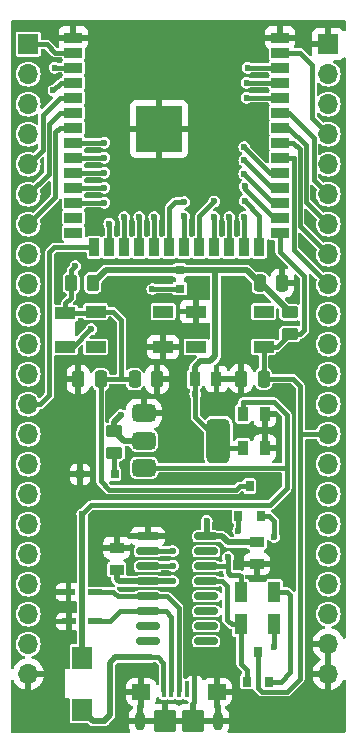
<source format=gbr>
%TF.GenerationSoftware,KiCad,Pcbnew,8.0.8*%
%TF.CreationDate,2025-02-25T12:41:36-05:00*%
%TF.ProjectId,pcb1,70636231-2e6b-4696-9361-645f70636258,rev?*%
%TF.SameCoordinates,Original*%
%TF.FileFunction,Copper,L1,Top*%
%TF.FilePolarity,Positive*%
%FSLAX46Y46*%
G04 Gerber Fmt 4.6, Leading zero omitted, Abs format (unit mm)*
G04 Created by KiCad (PCBNEW 8.0.8) date 2025-02-25 12:41:36*
%MOMM*%
%LPD*%
G01*
G04 APERTURE LIST*
G04 Aperture macros list*
%AMRoundRect*
0 Rectangle with rounded corners*
0 $1 Rounding radius*
0 $2 $3 $4 $5 $6 $7 $8 $9 X,Y pos of 4 corners*
0 Add a 4 corners polygon primitive as box body*
4,1,4,$2,$3,$4,$5,$6,$7,$8,$9,$2,$3,0*
0 Add four circle primitives for the rounded corners*
1,1,$1+$1,$2,$3*
1,1,$1+$1,$4,$5*
1,1,$1+$1,$6,$7*
1,1,$1+$1,$8,$9*
0 Add four rect primitives between the rounded corners*
20,1,$1+$1,$2,$3,$4,$5,0*
20,1,$1+$1,$4,$5,$6,$7,0*
20,1,$1+$1,$6,$7,$8,$9,0*
20,1,$1+$1,$8,$9,$2,$3,0*%
G04 Aperture macros list end*
%TA.AperFunction,SMDPad,CuDef*%
%ADD10R,1.016000X1.752600*%
%TD*%
%TA.AperFunction,SMDPad,CuDef*%
%ADD11RoundRect,0.150000X-0.825000X-0.150000X0.825000X-0.150000X0.825000X0.150000X-0.825000X0.150000X0*%
%TD*%
%TA.AperFunction,SMDPad,CuDef*%
%ADD12R,1.701800X1.879600*%
%TD*%
%TA.AperFunction,SMDPad,CuDef*%
%ADD13R,0.799998X0.755599*%
%TD*%
%TA.AperFunction,SMDPad,CuDef*%
%ADD14RoundRect,0.100000X-0.100000X-0.575000X0.100000X-0.575000X0.100000X0.575000X-0.100000X0.575000X0*%
%TD*%
%TA.AperFunction,ComponentPad*%
%ADD15O,0.900000X1.600000*%
%TD*%
%TA.AperFunction,SMDPad,CuDef*%
%ADD16RoundRect,0.250000X-0.550000X-0.450000X0.550000X-0.450000X0.550000X0.450000X-0.550000X0.450000X0*%
%TD*%
%TA.AperFunction,SMDPad,CuDef*%
%ADD17RoundRect,0.250000X-0.700000X-0.700000X0.700000X-0.700000X0.700000X0.700000X-0.700000X0.700000X0*%
%TD*%
%TA.AperFunction,SMDPad,CuDef*%
%ADD18RoundRect,0.250000X0.250000X0.475000X-0.250000X0.475000X-0.250000X-0.475000X0.250000X-0.475000X0*%
%TD*%
%TA.AperFunction,SMDPad,CuDef*%
%ADD19R,0.863600X1.244600*%
%TD*%
%TA.AperFunction,SMDPad,CuDef*%
%ADD20R,1.701800X0.990600*%
%TD*%
%TA.AperFunction,SMDPad,CuDef*%
%ADD21R,0.660400X0.914400*%
%TD*%
%TA.AperFunction,SMDPad,CuDef*%
%ADD22RoundRect,0.250000X0.450000X-0.262500X0.450000X0.262500X-0.450000X0.262500X-0.450000X-0.262500X0*%
%TD*%
%TA.AperFunction,SMDPad,CuDef*%
%ADD23R,1.752600X1.016000*%
%TD*%
%TA.AperFunction,SMDPad,CuDef*%
%ADD24RoundRect,0.250000X-0.250000X-0.475000X0.250000X-0.475000X0.250000X0.475000X-0.250000X0.475000X0*%
%TD*%
%TA.AperFunction,SMDPad,CuDef*%
%ADD25R,1.500000X0.900000*%
%TD*%
%TA.AperFunction,SMDPad,CuDef*%
%ADD26R,0.900000X1.500000*%
%TD*%
%TA.AperFunction,HeatsinkPad*%
%ADD27C,0.600000*%
%TD*%
%TA.AperFunction,SMDPad,CuDef*%
%ADD28R,3.900000X3.900000*%
%TD*%
%TA.AperFunction,SMDPad,CuDef*%
%ADD29R,1.168400X0.482600*%
%TD*%
%TA.AperFunction,SMDPad,CuDef*%
%ADD30RoundRect,0.375000X-0.625000X-0.375000X0.625000X-0.375000X0.625000X0.375000X-0.625000X0.375000X0*%
%TD*%
%TA.AperFunction,SMDPad,CuDef*%
%ADD31RoundRect,0.500000X-0.500000X-1.400000X0.500000X-1.400000X0.500000X1.400000X-0.500000X1.400000X0*%
%TD*%
%TA.AperFunction,SMDPad,CuDef*%
%ADD32R,1.244600X0.863600*%
%TD*%
%TA.AperFunction,SMDPad,CuDef*%
%ADD33RoundRect,0.250000X-0.262500X-0.450000X0.262500X-0.450000X0.262500X0.450000X-0.262500X0.450000X0*%
%TD*%
%TA.AperFunction,SMDPad,CuDef*%
%ADD34R,0.711200X0.787400*%
%TD*%
%TA.AperFunction,ComponentPad*%
%ADD35R,1.700000X1.700000*%
%TD*%
%TA.AperFunction,ComponentPad*%
%ADD36O,1.700000X1.700000*%
%TD*%
%TA.AperFunction,ViaPad*%
%ADD37C,0.600000*%
%TD*%
%TA.AperFunction,Conductor*%
%ADD38C,0.381000*%
%TD*%
%TA.AperFunction,Conductor*%
%ADD39C,0.508000*%
%TD*%
G04 APERTURE END LIST*
D10*
%TO.P,R3,1*%
%TO.N,Net-(Q2-E)*%
X119583200Y-89763600D03*
%TO.P,R3,2*%
%TO.N,Net-(Q1-B)*%
X122428000Y-89763600D03*
%TD*%
D11*
%TO.P,U3,1,GND*%
%TO.N,GND*%
X111725000Y-82305000D03*
%TO.P,U3,2,TXD*%
%TO.N,/U0RXD*%
X111725000Y-83575000D03*
%TO.P,U3,3,RXD*%
%TO.N,/U0TXD*%
X111725000Y-84845000D03*
%TO.P,U3,4,V3*%
%TO.N,+3V3*%
X111725000Y-86115000D03*
%TO.P,U3,5,UD+*%
%TO.N,Net-(D4-K)*%
X111725000Y-87385000D03*
%TO.P,U3,6,UD-*%
%TO.N,Net-(D2-K)*%
X111725000Y-88655000D03*
%TO.P,U3,7,NC*%
%TO.N,unconnected-(U3-NC-Pad7)*%
X111725000Y-89925000D03*
%TO.P,U3,8,NC*%
%TO.N,unconnected-(U3-NC-Pad8)*%
X111725000Y-91195000D03*
%TO.P,U3,9,~{CTS}*%
%TO.N,unconnected-(U3-~{CTS}-Pad9)*%
X116675000Y-91195000D03*
%TO.P,U3,10,~{DSR}*%
%TO.N,unconnected-(U3-~{DSR}-Pad10)*%
X116675000Y-89925000D03*
%TO.P,U3,11,~{RI}*%
%TO.N,unconnected-(U3-~{RI}-Pad11)*%
X116675000Y-88655000D03*
%TO.P,U3,12,~{DCD}*%
%TO.N,unconnected-(U3-~{DCD}-Pad12)*%
X116675000Y-87385000D03*
%TO.P,U3,13,~{DTR}*%
%TO.N,Net-(Q2-E)*%
X116675000Y-86115000D03*
%TO.P,U3,14,~{RTS}*%
%TO.N,Net-(Q1-E)*%
X116675000Y-84845000D03*
%TO.P,U3,15,R232*%
%TO.N,unconnected-(U3-R232-Pad15)*%
X116675000Y-83575000D03*
%TO.P,U3,16,VCC*%
%TO.N,+3V3*%
X116675000Y-82305000D03*
%TD*%
D12*
%TO.P,D3,1,K*%
%TO.N,VCC_5V*%
X106172000Y-92583000D03*
%TO.P,D3,2,A*%
%TO.N,VBUS*%
X106172000Y-97002600D03*
%TD*%
D13*
%TO.P,R14,1*%
%TO.N,+3V3*%
X114439700Y-59775801D03*
%TO.P,R14,2*%
%TO.N,ESP_3V3*%
X114439700Y-61331399D03*
%TD*%
D14*
%TO.P,J1,1,VBUS*%
%TO.N,VBUS*%
X113060000Y-95255000D03*
%TO.P,J1,2,D-*%
%TO.N,Net-(D2-K)*%
X113710000Y-95255000D03*
%TO.P,J1,3,D+*%
%TO.N,Net-(D4-K)*%
X114360000Y-95255000D03*
%TO.P,J1,4,ID*%
%TO.N,unconnected-(J1-ID-Pad4)*%
X115010000Y-95255000D03*
%TO.P,J1,5,GND*%
%TO.N,GND*%
X115660000Y-95255000D03*
D15*
%TO.P,J1,6,Shield*%
X111060000Y-97930000D03*
D16*
X111160000Y-95480000D03*
D17*
X113160000Y-97930000D03*
X115560000Y-97930000D03*
D16*
X117560000Y-95480000D03*
D15*
X117660000Y-97930000D03*
%TD*%
D18*
%TO.P,C5,1*%
%TO.N,GND*%
X112500000Y-69000000D03*
%TO.P,C5,2*%
%TO.N,/CHIP_PU*%
X110600000Y-69000000D03*
%TD*%
D19*
%TO.P,C8,1*%
%TO.N,+3V3*%
X115684300Y-68985000D03*
%TO.P,C8,2*%
%TO.N,GND*%
X117538500Y-68985000D03*
%TD*%
D20*
%TO.P,SW2,1*%
%TO.N,GND*%
X113026300Y-66270000D03*
%TO.P,SW2,2*%
%TO.N,unconnected-(SW2-Pad2)*%
X107311300Y-66270000D03*
%TO.P,SW2,3*%
%TO.N,unconnected-(SW2-Pad3)*%
X113026300Y-63270000D03*
%TO.P,SW2,4*%
%TO.N,/CHIP_PU*%
X107311300Y-63270000D03*
%TD*%
D21*
%TO.P,Q2,1,E*%
%TO.N,Net-(Q2-E)*%
X120099998Y-94615000D03*
%TO.P,Q2,2,B*%
%TO.N,Net-(Q2-B)*%
X122000000Y-94615000D03*
%TO.P,Q2,3,C*%
%TO.N,/GPIO0*%
X121049999Y-92125800D03*
%TD*%
D22*
%TO.P,R1,1*%
%TO.N,/GPIO0*%
X123757800Y-65174500D03*
%TO.P,R1,2*%
%TO.N,+3V3*%
X123757800Y-63349500D03*
%TD*%
D19*
%TO.P,C1,1*%
%TO.N,VCC_5V*%
X119773700Y-71932800D03*
%TO.P,C1,2*%
%TO.N,GND*%
X121627900Y-71932800D03*
%TD*%
D10*
%TO.P,R4,1*%
%TO.N,Net-(Q1-E)*%
X119583200Y-87020400D03*
%TO.P,R4,2*%
%TO.N,Net-(Q2-B)*%
X122428000Y-87020400D03*
%TD*%
D19*
%TO.P,C2,1*%
%TO.N,+3V3*%
X119772900Y-74800000D03*
%TO.P,C2,2*%
%TO.N,GND*%
X121627100Y-74800000D03*
%TD*%
D23*
%TO.P,R15,1*%
%TO.N,ESP_3V3*%
X104749600Y-66243200D03*
%TO.P,R15,2*%
%TO.N,/CHIP_PU*%
X104749600Y-63398400D03*
%TD*%
D22*
%TO.P,R13,1*%
%TO.N,Net-(D5-A)*%
X108900000Y-75212500D03*
%TO.P,R13,2*%
%TO.N,+3V3*%
X108900000Y-73387500D03*
%TD*%
D24*
%TO.P,C9,1*%
%TO.N,+3V3*%
X121211300Y-60857000D03*
%TO.P,C9,2*%
%TO.N,GND*%
X123111300Y-60857000D03*
%TD*%
D20*
%TO.P,SW1,1*%
%TO.N,GND*%
X115811300Y-63270000D03*
%TO.P,SW1,2*%
%TO.N,unconnected-(SW1-Pad2)*%
X121526300Y-63270000D03*
%TO.P,SW1,3*%
%TO.N,unconnected-(SW1-Pad3)*%
X115811300Y-66270000D03*
%TO.P,SW1,4*%
%TO.N,/GPIO0*%
X121526300Y-66270000D03*
%TD*%
D18*
%TO.P,C10,1*%
%TO.N,/CHIP_PU*%
X107750000Y-69000000D03*
%TO.P,C10,2*%
%TO.N,GND*%
X105850000Y-69000000D03*
%TD*%
D25*
%TO.P,U1,1,GND*%
%TO.N,GND*%
X105423000Y-40079000D03*
%TO.P,U1,2,3V3*%
%TO.N,ESP_3V3*%
X105423000Y-41349000D03*
%TO.P,U1,3,EN*%
%TO.N,/CHIP_PU*%
X105423000Y-42619000D03*
%TO.P,U1,4,IO4*%
%TO.N,/GPIO4*%
X105423000Y-43889000D03*
%TO.P,U1,5,IO5*%
%TO.N,/GPIO5*%
X105423000Y-45159000D03*
%TO.P,U1,6,IO6*%
%TO.N,/GPIO6*%
X105423000Y-46429000D03*
%TO.P,U1,7,IO7*%
%TO.N,/GPIO7*%
X105423000Y-47699000D03*
%TO.P,U1,8,IO15*%
%TO.N,/GPIO15*%
X105423000Y-48969000D03*
%TO.P,U1,9,IO16*%
%TO.N,/GPIO16*%
X105423000Y-50239000D03*
%TO.P,U1,10,IO17*%
%TO.N,/GPIO17*%
X105423000Y-51509000D03*
%TO.P,U1,11,IO18*%
%TO.N,/GPIO18*%
X105423000Y-52779000D03*
%TO.P,U1,12,IO8*%
%TO.N,/GPIO8*%
X105423000Y-54049000D03*
%TO.P,U1,13,USB_D-*%
%TO.N,/USB_D-*%
X105423000Y-55319000D03*
%TO.P,U1,14,USB_D+*%
%TO.N,/USB_D+*%
X105423000Y-56589000D03*
D26*
%TO.P,U1,15,IO3*%
%TO.N,/GPIO3*%
X107188000Y-57839000D03*
%TO.P,U1,16,IO46*%
%TO.N,/GPIO46*%
X108458000Y-57839000D03*
%TO.P,U1,17,IO9*%
%TO.N,/GPIO9*%
X109728000Y-57839000D03*
%TO.P,U1,18,IO10*%
%TO.N,/GPIO10*%
X110998000Y-57839000D03*
%TO.P,U1,19,IO11*%
%TO.N,/GPIO11*%
X112268000Y-57839000D03*
%TO.P,U1,20,IO12*%
%TO.N,/GPIO12*%
X113538000Y-57839000D03*
%TO.P,U1,21,IO13*%
%TO.N,/GPIO13*%
X114808000Y-57839000D03*
%TO.P,U1,22,IO14*%
%TO.N,/GPIO14*%
X116078000Y-57839000D03*
%TO.P,U1,23,IO21*%
%TO.N,/GPIO21*%
X117348000Y-57839000D03*
%TO.P,U1,24,IO47*%
%TO.N,/GPIO47*%
X118618000Y-57839000D03*
%TO.P,U1,25,IO48*%
%TO.N,/GPIO48*%
X119888000Y-57839000D03*
%TO.P,U1,26,IO45*%
%TO.N,/GPIO45*%
X121158000Y-57839000D03*
D25*
%TO.P,U1,27,IO0*%
%TO.N,/GPIO0*%
X122923000Y-56589000D03*
%TO.P,U1,28,IO35*%
%TO.N,/GPIO35*%
X122923000Y-55319000D03*
%TO.P,U1,29,IO36*%
%TO.N,/GPIO36*%
X122923000Y-54049000D03*
%TO.P,U1,30,IO37*%
%TO.N,/GPIO37*%
X122923000Y-52779000D03*
%TO.P,U1,31,IO38*%
%TO.N,/GPIO38*%
X122923000Y-51509000D03*
%TO.P,U1,32,IO39*%
%TO.N,/GPIO39*%
X122923000Y-50239000D03*
%TO.P,U1,33,IO40*%
%TO.N,/GPIO40*%
X122923000Y-48969000D03*
%TO.P,U1,34,IO41*%
%TO.N,/GPIO41*%
X122923000Y-47699000D03*
%TO.P,U1,35,IO42*%
%TO.N,/GPIO42*%
X122923000Y-46429000D03*
%TO.P,U1,36,RXD0*%
%TO.N,/U0RXD*%
X122923000Y-45159000D03*
%TO.P,U1,37,TXD0*%
%TO.N,/U0TXD*%
X122923000Y-43889000D03*
%TO.P,U1,38,IO2*%
%TO.N,/GPIO2*%
X122923000Y-42619000D03*
%TO.P,U1,39,IO1*%
%TO.N,/GPIO1*%
X122923000Y-41349000D03*
%TO.P,U1,40,GND*%
%TO.N,GND*%
X122923000Y-40079000D03*
D27*
%TO.P,U1,41,GND*%
X111273000Y-47099000D03*
X111273000Y-48499000D03*
X111973000Y-46399000D03*
X111973000Y-47799000D03*
X111973000Y-49199000D03*
X112673000Y-47099000D03*
D28*
X112673000Y-47799000D03*
D27*
X112673000Y-48499000D03*
X113373000Y-46399000D03*
X113373000Y-47799000D03*
X113373000Y-49199000D03*
X114073000Y-47099000D03*
X114073000Y-48499000D03*
%TD*%
D29*
%TO.P,D4,1,K*%
%TO.N,Net-(D4-K)*%
X107238800Y-87020400D03*
%TO.P,D4,2,A*%
%TO.N,GND*%
X105003600Y-87020400D03*
%TD*%
D30*
%TO.P,U2,1,GND*%
%TO.N,GND*%
X111400000Y-71900000D03*
%TO.P,U2,2,VO*%
%TO.N,+3V3*%
X111400000Y-74200000D03*
D31*
X117700000Y-74200000D03*
D30*
%TO.P,U2,3,VI*%
%TO.N,VCC_5V*%
X111400000Y-76500000D03*
%TD*%
D32*
%TO.P,C6,1*%
%TO.N,+3V3*%
X109093000Y-85128100D03*
%TO.P,C6,2*%
%TO.N,GND*%
X109093000Y-83273900D03*
%TD*%
D29*
%TO.P,D2,1,K*%
%TO.N,Net-(D2-K)*%
X107289600Y-89509600D03*
%TO.P,D2,2,A*%
%TO.N,GND*%
X105054400Y-89509600D03*
%TD*%
D21*
%TO.P,Q1,1,E*%
%TO.N,Net-(Q1-E)*%
X119395199Y-80543400D03*
%TO.P,Q1,2,B*%
%TO.N,Net-(Q1-B)*%
X121295201Y-80543400D03*
%TO.P,Q1,3,C*%
%TO.N,/CHIP_PU*%
X120345200Y-78054200D03*
%TD*%
D33*
%TO.P,R2,1*%
%TO.N,/CHIP_PU*%
X105246800Y-60857000D03*
%TO.P,R2,2*%
%TO.N,+3V3*%
X107071800Y-60857000D03*
%TD*%
D24*
%TO.P,C4,1*%
%TO.N,GND*%
X119632800Y-68961000D03*
%TO.P,C4,2*%
%TO.N,/GPIO0*%
X121532800Y-68961000D03*
%TD*%
D34*
%TO.P,D5,1,K*%
%TO.N,GND*%
X105989500Y-77035700D03*
%TO.P,D5,2,A*%
%TO.N,Net-(D5-A)*%
X108910500Y-77035700D03*
%TD*%
D32*
%TO.P,C3,1*%
%TO.N,+3V3*%
X120954800Y-82791300D03*
%TO.P,C3,2*%
%TO.N,GND*%
X120954800Y-84645500D03*
%TD*%
D35*
%TO.P,J3,1,Pin_1*%
%TO.N,GND*%
X127000000Y-40640000D03*
D36*
%TO.P,J3,2,Pin_2*%
%TO.N,/U0TXD*%
X127000000Y-43180000D03*
%TO.P,J3,3,Pin_3*%
%TO.N,/U0RXD*%
X127000000Y-45720000D03*
%TO.P,J3,4,Pin_4*%
%TO.N,/GPIO1*%
X127000000Y-48260000D03*
%TO.P,J3,5,Pin_5*%
%TO.N,/GPIO2*%
X127000000Y-50800000D03*
%TO.P,J3,6,Pin_6*%
%TO.N,/GPIO42*%
X127000000Y-53340000D03*
%TO.P,J3,7,Pin_7*%
%TO.N,/GPIO41*%
X127000000Y-55880000D03*
%TO.P,J3,8,Pin_8*%
%TO.N,/GPIO40*%
X127000000Y-58420000D03*
%TO.P,J3,9,Pin_9*%
%TO.N,/GPIO39*%
X127000000Y-60960000D03*
%TO.P,J3,10,Pin_10*%
%TO.N,/GPIO38*%
X127000000Y-63500000D03*
%TO.P,J3,11,Pin_11*%
%TO.N,/GPIO37*%
X127000000Y-66040000D03*
%TO.P,J3,12,Pin_12*%
%TO.N,/GPIO36*%
X127000000Y-68580000D03*
%TO.P,J3,13,Pin_13*%
%TO.N,/GPIO35*%
X127000000Y-71120000D03*
%TO.P,J3,14,Pin_14*%
%TO.N,/GPIO0*%
X127000000Y-73660000D03*
%TO.P,J3,15,Pin_15*%
%TO.N,/GPIO45*%
X127000000Y-76200000D03*
%TO.P,J3,16,Pin_16*%
%TO.N,/GPIO48*%
X127000000Y-78740000D03*
%TO.P,J3,17,Pin_17*%
%TO.N,/GPIO47*%
X127000000Y-81280000D03*
%TO.P,J3,18,Pin_18*%
%TO.N,/GPIO21*%
X127000000Y-83820000D03*
%TO.P,J3,19,Pin_19*%
%TO.N,/GPIO20*%
X127000000Y-86360000D03*
%TO.P,J3,20,Pin_20*%
%TO.N,/GPIO19*%
X127000000Y-88900000D03*
%TO.P,J3,21,Pin_21*%
%TO.N,GND*%
X127000000Y-91440000D03*
%TO.P,J3,22,Pin_22*%
X127000000Y-93980000D03*
%TD*%
D35*
%TO.P,J2,1,Pin_1*%
%TO.N,ESP_3V3*%
X101600000Y-40640000D03*
D36*
%TO.P,J2,2,Pin_2*%
X101600000Y-43180000D03*
%TO.P,J2,3,Pin_3*%
%TO.N,/CHIP_PU*%
X101600000Y-45720000D03*
%TO.P,J2,4,Pin_4*%
%TO.N,/GPIO4*%
X101600000Y-48260000D03*
%TO.P,J2,5,Pin_5*%
%TO.N,/GPIO5*%
X101600000Y-50800000D03*
%TO.P,J2,6,Pin_6*%
%TO.N,/GPIO6*%
X101600000Y-53340000D03*
%TO.P,J2,7,Pin_7*%
%TO.N,/GPIO7*%
X101600000Y-55880000D03*
%TO.P,J2,8,Pin_8*%
%TO.N,/GPIO15*%
X101600000Y-58420000D03*
%TO.P,J2,9,Pin_9*%
%TO.N,/GPIO16*%
X101600000Y-60960000D03*
%TO.P,J2,10,Pin_10*%
%TO.N,/GPIO17*%
X101600000Y-63500000D03*
%TO.P,J2,11,Pin_11*%
%TO.N,/GPIO18*%
X101600000Y-66040000D03*
%TO.P,J2,12,Pin_12*%
%TO.N,/GPIO8*%
X101600000Y-68580000D03*
%TO.P,J2,13,Pin_13*%
%TO.N,/GPIO3*%
X101600000Y-71120000D03*
%TO.P,J2,14,Pin_14*%
%TO.N,/GPIO46*%
X101600000Y-73660000D03*
%TO.P,J2,15,Pin_15*%
%TO.N,/GPIO9*%
X101600000Y-76200000D03*
%TO.P,J2,16,Pin_16*%
%TO.N,/GPIO10*%
X101600000Y-78740000D03*
%TO.P,J2,17,Pin_17*%
%TO.N,/GPIO11*%
X101600000Y-81280000D03*
%TO.P,J2,18,Pin_18*%
%TO.N,/GPIO12*%
X101600000Y-83820000D03*
%TO.P,J2,19,Pin_19*%
%TO.N,/GPIO13*%
X101600000Y-86360000D03*
%TO.P,J2,20,Pin_20*%
%TO.N,/GPIO14*%
X101600000Y-88900000D03*
%TO.P,J2,21,Pin_21*%
%TO.N,VCC_5V*%
X101600000Y-91440000D03*
%TO.P,J2,22,Pin_22*%
%TO.N,GND*%
X101600000Y-93980000D03*
%TD*%
D37*
%TO.N,VCC_5V*%
X106172000Y-80416400D03*
%TO.N,+3V3*%
X113850000Y-86100000D03*
X109450000Y-72050000D03*
X116700000Y-81000000D03*
X115740500Y-70250000D03*
%TO.N,/CHIP_PU*%
X105592500Y-59438008D03*
X103835200Y-42621200D03*
%TO.N,VBUS*%
X108000000Y-97900000D03*
%TO.N,/GPIO17*%
X108051600Y-51509000D03*
%TO.N,/GPIO10*%
X110998000Y-55270400D03*
%TO.N,/GPIO13*%
X114808000Y-55219600D03*
%TO.N,ESP_3V3*%
X106934000Y-64770000D03*
X112115600Y-61366400D03*
%TO.N,/GPIO18*%
X108051600Y-52779000D03*
%TO.N,/GPIO16*%
X108051600Y-50239000D03*
%TO.N,/GPIO14*%
X117348000Y-53949600D03*
%TO.N,/GPIO12*%
X114800000Y-54000000D03*
%TO.N,/GPIO46*%
X108458000Y-55829200D03*
%TO.N,/GPIO9*%
X109728000Y-55270400D03*
%TO.N,/GPIO15*%
X108051600Y-48969000D03*
%TO.N,/GPIO8*%
X108051600Y-54049000D03*
%TO.N,/GPIO11*%
X112268000Y-55270400D03*
%TO.N,/GPIO4*%
X103739258Y-44557258D03*
%TO.N,/GPIO2*%
X120190600Y-42619000D03*
%TO.N,/GPIO38*%
X119888000Y-49352200D03*
%TO.N,/GPIO36*%
X119888000Y-51587400D03*
%TO.N,/GPIO21*%
X117348000Y-55295800D03*
%TO.N,/GPIO37*%
X119888000Y-50469800D03*
%TO.N,/GPIO35*%
X119913400Y-52654200D03*
%TO.N,/U0RXD*%
X113850000Y-83550000D03*
%TO.N,/U0TXD*%
X120091200Y-43891200D03*
%TO.N,/GPIO48*%
X119888000Y-55295800D03*
%TO.N,/GPIO45*%
X119913400Y-53898800D03*
%TO.N,/GPIO47*%
X118618000Y-55295800D03*
%TO.N,/U0TXD*%
X113850000Y-84800000D03*
%TO.N,/U0RXD*%
X120091200Y-45161200D03*
%TO.N,Net-(Q1-B)*%
X122428000Y-91694000D03*
X122428000Y-82346800D03*
%TO.N,Net-(Q1-E)*%
X119380000Y-81838800D03*
X118516400Y-84074000D03*
%TD*%
D38*
%TO.N,/GPIO2*%
X120190600Y-42619000D02*
X122923000Y-42619000D01*
%TO.N,/U0RXD*%
X122920800Y-45161200D02*
X122923000Y-45159000D01*
X120091200Y-45161200D02*
X122920800Y-45161200D01*
%TO.N,/U0TXD*%
X122920800Y-43891200D02*
X122923000Y-43889000D01*
X120091200Y-43891200D02*
X122920800Y-43891200D01*
%TO.N,VCC_5V*%
X119783200Y-70920000D02*
X122420000Y-70920000D01*
X119773700Y-70929500D02*
X119783200Y-70920000D01*
X123500000Y-72000000D02*
X123500000Y-76550000D01*
X119773700Y-71932800D02*
X119773700Y-70929500D01*
X123450000Y-76500000D02*
X123500000Y-76550000D01*
X106938400Y-79650000D02*
X106172000Y-80416400D01*
X123500000Y-78200000D02*
X122050000Y-79650000D01*
X122420000Y-70920000D02*
X123500000Y-72000000D01*
X122050000Y-79650000D02*
X106938400Y-79650000D01*
D39*
X106172000Y-92583000D02*
X106172000Y-80416400D01*
D38*
X123500000Y-76550000D02*
X123500000Y-78200000D01*
X111400000Y-76500000D02*
X123450000Y-76500000D01*
%TO.N,+3V3*%
X118300000Y-74800000D02*
X117700000Y-74200000D01*
D39*
X120130101Y-59775801D02*
X121211300Y-60857000D01*
X117000000Y-67500000D02*
X116150000Y-67500000D01*
X118505000Y-82805000D02*
X120941100Y-82805000D01*
X109712500Y-74200000D02*
X108900000Y-73387500D01*
X116700000Y-82280000D02*
X116675000Y-82305000D01*
X120941100Y-82805000D02*
X120954800Y-82791300D01*
X108152999Y-59775801D02*
X107071800Y-60857000D01*
X109279800Y-86115000D02*
X109093000Y-85928200D01*
X117450000Y-67050000D02*
X117000000Y-67500000D01*
X117450000Y-59775801D02*
X120130101Y-59775801D01*
X115684300Y-67965700D02*
X115684300Y-68985000D01*
X114439700Y-59775801D02*
X108152999Y-59775801D01*
D38*
X119772900Y-74800000D02*
X118300000Y-74800000D01*
D39*
X113850000Y-86100000D02*
X111740000Y-86100000D01*
X116700000Y-81000000D02*
X116700000Y-82280000D01*
X116150000Y-67500000D02*
X115684300Y-67965700D01*
X118005000Y-82305000D02*
X118505000Y-82805000D01*
X116675000Y-82305000D02*
X118005000Y-82305000D01*
X111400000Y-74200000D02*
X109712500Y-74200000D01*
X108900000Y-73387500D02*
X108900000Y-72600000D01*
X121211300Y-60857000D02*
X121265300Y-60857000D01*
X121265300Y-60857000D02*
X123757800Y-63349500D01*
X108900000Y-72600000D02*
X109450000Y-72050000D01*
D38*
X118300000Y-74800000D02*
X115740500Y-72240500D01*
D39*
X109093000Y-85928200D02*
X109093000Y-85128100D01*
X111740000Y-86100000D02*
X111725000Y-86115000D01*
X111725000Y-86115000D02*
X109279800Y-86115000D01*
X114439700Y-59775801D02*
X117450000Y-59775801D01*
D38*
X115740500Y-69041200D02*
X115684300Y-68985000D01*
D39*
X117450000Y-59775801D02*
X117450000Y-67050000D01*
D38*
X115740500Y-72240500D02*
X115740500Y-69041200D01*
%TO.N,/GPIO0*%
X121526300Y-68954500D02*
X121532800Y-68961000D01*
X121022201Y-95122201D02*
X121362700Y-95462700D01*
X124625000Y-69557800D02*
X124625000Y-73660000D01*
X121532800Y-68961000D02*
X124028200Y-68961000D01*
X121049999Y-92125800D02*
X121022201Y-92153598D01*
X122923000Y-56589000D02*
X122923000Y-58203800D01*
X122662300Y-66270000D02*
X123757800Y-65174500D01*
X121526300Y-66270000D02*
X122662300Y-66270000D01*
X121526300Y-66270000D02*
X121526300Y-68954500D01*
X121022201Y-92153598D02*
X121022201Y-95122201D01*
X121362700Y-95462700D02*
X123537300Y-95462700D01*
X124968000Y-64820800D02*
X124614300Y-65174500D01*
X124028200Y-68961000D02*
X124625000Y-69557800D01*
X124625000Y-94375000D02*
X124625000Y-73660000D01*
X127000000Y-73660000D02*
X124625000Y-73660000D01*
X124614300Y-65174500D02*
X123757800Y-65174500D01*
X123537300Y-95462700D02*
X124625000Y-94375000D01*
X122923000Y-58203800D02*
X124968000Y-60248800D01*
X124968000Y-60248800D02*
X124968000Y-64820800D01*
%TO.N,/CHIP_PU*%
X108786800Y-63270000D02*
X109474000Y-63957200D01*
X107750000Y-77650000D02*
X107750000Y-69000000D01*
X110600000Y-69000000D02*
X109435000Y-69000000D01*
X104749600Y-63398400D02*
X107182900Y-63398400D01*
X107750000Y-69000000D02*
X109435000Y-69000000D01*
X119495800Y-78054200D02*
X119200000Y-78350000D01*
X107311300Y-63270000D02*
X108786800Y-63270000D01*
X108450000Y-78350000D02*
X107750000Y-77650000D01*
X105246800Y-62088400D02*
X105246800Y-60857000D01*
X119200000Y-78350000D02*
X108450000Y-78350000D01*
X104749600Y-63398400D02*
X104749600Y-62585600D01*
X105592500Y-59438008D02*
X105246800Y-59783708D01*
X107182900Y-63398400D02*
X107311300Y-63270000D01*
X103835200Y-42621200D02*
X105420800Y-42621200D01*
X109474000Y-63957200D02*
X109474000Y-68939000D01*
X109474000Y-68961000D02*
X109463000Y-68950000D01*
X120345200Y-78054200D02*
X119495800Y-78054200D01*
X104749600Y-62585600D02*
X105246800Y-62088400D01*
X109474000Y-68939000D02*
X109463000Y-68950000D01*
X105420800Y-42621200D02*
X105423000Y-42619000D01*
X105246800Y-59783708D02*
X105246800Y-60857000D01*
X109435000Y-69000000D02*
X109474000Y-68961000D01*
D39*
%TO.N,VBUS*%
X107069400Y-97900000D02*
X106172000Y-97002600D01*
D38*
X113050000Y-93150000D02*
X113050000Y-95325000D01*
D39*
X108950000Y-92550000D02*
X112014800Y-92550000D01*
D38*
X113050000Y-93040000D02*
X112560000Y-92550000D01*
X112560000Y-92550000D02*
X112014800Y-92550000D01*
D39*
X108508800Y-97391200D02*
X108508800Y-92991200D01*
X108508800Y-92991200D02*
X108950000Y-92550000D01*
X108000000Y-97900000D02*
X108508800Y-97391200D01*
X108000000Y-97900000D02*
X107069400Y-97900000D01*
D38*
%TO.N,Net-(D5-A)*%
X108900000Y-75212500D02*
X108900000Y-77025200D01*
X108900000Y-77025200D02*
X108910500Y-77035700D01*
%TO.N,/GPIO17*%
X105423000Y-51509000D02*
X108051600Y-51509000D01*
%TO.N,/GPIO10*%
X110998000Y-57839000D02*
X110998000Y-55270400D01*
%TO.N,/GPIO13*%
X114808000Y-55219600D02*
X114808000Y-57839000D01*
%TO.N,ESP_3V3*%
X106934000Y-64770000D02*
X106857800Y-64770000D01*
X103883800Y-41349000D02*
X105423000Y-41349000D01*
X114439700Y-61331399D02*
X112150601Y-61331399D01*
X101600000Y-40640000D02*
X103174800Y-40640000D01*
X103174800Y-40640000D02*
X103883800Y-41349000D01*
X106857800Y-64770000D02*
X105384600Y-66243200D01*
X112150601Y-61331399D02*
X112115600Y-61366400D01*
X105384600Y-66243200D02*
X104749600Y-66243200D01*
%TO.N,/GPIO18*%
X105423000Y-52779000D02*
X108051600Y-52779000D01*
%TO.N,/GPIO16*%
X105423000Y-50239000D02*
X108051600Y-50239000D01*
%TO.N,/GPIO14*%
X116078000Y-55219600D02*
X116078000Y-57839000D01*
X117348000Y-53949600D02*
X116078000Y-55219600D01*
%TO.N,/GPIO6*%
X103348500Y-47372500D02*
X103348500Y-51591500D01*
X103348500Y-51591500D02*
X101600000Y-53340000D01*
X104292000Y-46429000D02*
X103348500Y-47372500D01*
X105423000Y-46429000D02*
X104292000Y-46429000D01*
%TO.N,/GPIO12*%
X114050000Y-54000000D02*
X113538000Y-54512000D01*
X113538000Y-54512000D02*
X113538000Y-57839000D01*
X114800000Y-54000000D02*
X114050000Y-54000000D01*
%TO.N,/GPIO3*%
X103806600Y-57839000D02*
X103378000Y-58267600D01*
X102616000Y-71120000D02*
X101600000Y-71120000D01*
X107188000Y-57839000D02*
X103806600Y-57839000D01*
X103378000Y-58267600D02*
X103378000Y-70358000D01*
X103378000Y-70358000D02*
X102616000Y-71120000D01*
%TO.N,/GPIO46*%
X108458000Y-57839000D02*
X108458000Y-55829200D01*
%TO.N,/GPIO9*%
X109728000Y-57839000D02*
X109728000Y-55270400D01*
%TO.N,/GPIO7*%
X105423000Y-47699000D02*
X104292000Y-47699000D01*
X103886000Y-53594000D02*
X101600000Y-55880000D01*
X103886000Y-48105000D02*
X103886000Y-53594000D01*
X104292000Y-47699000D02*
X103886000Y-48105000D01*
%TO.N,/GPIO15*%
X105423000Y-48969000D02*
X108051600Y-48969000D01*
%TO.N,/GPIO8*%
X105423000Y-54049000D02*
X108051600Y-54049000D01*
%TO.N,/GPIO11*%
X112268000Y-57839000D02*
X112268000Y-55270400D01*
%TO.N,/GPIO4*%
X103739258Y-44557258D02*
X104407516Y-43889000D01*
X104407516Y-43889000D02*
X105423000Y-43889000D01*
%TO.N,/GPIO5*%
X105423000Y-45159000D02*
X104292000Y-45159000D01*
X102840500Y-49559500D02*
X101600000Y-50800000D01*
X104292000Y-45159000D02*
X102840500Y-46610500D01*
X102840500Y-46610500D02*
X102840500Y-49559500D01*
%TO.N,/GPIO42*%
X123645000Y-46429000D02*
X122923000Y-46429000D01*
X125759500Y-52099500D02*
X125759500Y-48543500D01*
X127000000Y-53340000D02*
X125759500Y-52099500D01*
X125759500Y-48543500D02*
X123645000Y-46429000D01*
%TO.N,/GPIO38*%
X122044800Y-51509000D02*
X122923000Y-51509000D01*
X119888000Y-49352200D02*
X122044800Y-51509000D01*
%TO.N,/GPIO36*%
X119888000Y-51587400D02*
X122349600Y-54049000D01*
X122349600Y-54049000D02*
X122923000Y-54049000D01*
%TO.N,/GPIO39*%
X124063500Y-58023500D02*
X124063500Y-50248500D01*
X127000000Y-60960000D02*
X124063500Y-58023500D01*
X124063500Y-50248500D02*
X124054000Y-50239000D01*
X124054000Y-50239000D02*
X122923000Y-50239000D01*
%TO.N,/GPIO21*%
X117348000Y-57839000D02*
X117348000Y-55295800D01*
%TO.N,/GPIO37*%
X119888000Y-50469800D02*
X122197200Y-52779000D01*
X122197200Y-52779000D02*
X122923000Y-52779000D01*
%TO.N,/GPIO35*%
X119913400Y-52654200D02*
X119913400Y-52857500D01*
X122374900Y-55319000D02*
X122923000Y-55319000D01*
X119913400Y-52857500D02*
X122374900Y-55319000D01*
%TO.N,/GPIO1*%
X127000000Y-48260000D02*
X125628400Y-46888400D01*
X125628400Y-46888400D02*
X125628400Y-42367200D01*
X125628400Y-42367200D02*
X124610200Y-41349000D01*
X124610200Y-41349000D02*
X122923000Y-41349000D01*
%TO.N,/U0RXD*%
X113850000Y-83550000D02*
X111750000Y-83550000D01*
%TO.N,/GPIO48*%
X119888000Y-57839000D02*
X119888000Y-55295800D01*
%TO.N,/GPIO45*%
X121158000Y-57839000D02*
X121158000Y-55143400D01*
X121158000Y-55143400D02*
X119913400Y-53898800D01*
%TO.N,/GPIO47*%
X118618000Y-57839000D02*
X118618000Y-55295800D01*
%TO.N,/U0TXD*%
X113850000Y-84800000D02*
X111770000Y-84800000D01*
%TO.N,/GPIO40*%
X124054000Y-48969000D02*
X124571500Y-49486500D01*
X124571500Y-49486500D02*
X124571500Y-55991500D01*
X124571500Y-55991500D02*
X127000000Y-58420000D01*
X122923000Y-48969000D02*
X124054000Y-48969000D01*
%TO.N,/GPIO41*%
X123634000Y-47699000D02*
X122923000Y-47699000D01*
X125079500Y-53959500D02*
X125079500Y-49144500D01*
X127000000Y-55880000D02*
X125079500Y-53959500D01*
X125079500Y-49144500D02*
X123634000Y-47699000D01*
%TO.N,Net-(Q1-B)*%
X121996200Y-80543400D02*
X121295201Y-80543400D01*
X122428000Y-82346800D02*
X122428000Y-80975200D01*
X122428000Y-89763600D02*
X122428000Y-91694000D01*
X122428000Y-80975200D02*
X121996200Y-80543400D01*
%TO.N,Net-(Q1-E)*%
X119433600Y-85550000D02*
X119583200Y-85699600D01*
X119583200Y-85699600D02*
X119583200Y-87020400D01*
X118700000Y-85550000D02*
X119433600Y-85550000D01*
X118516400Y-84074000D02*
X118516400Y-85366400D01*
X119380000Y-80558599D02*
X119395199Y-80543400D01*
X118511400Y-84845000D02*
X118516400Y-84850000D01*
X118516400Y-85366400D02*
X118700000Y-85550000D01*
X116675000Y-84845000D02*
X118511400Y-84845000D01*
X119380000Y-81838800D02*
X119380000Y-80558599D01*
%TO.N,Net-(Q2-B)*%
X123748800Y-87274400D02*
X123494800Y-87020400D01*
X122000000Y-94615000D02*
X122961400Y-94615000D01*
X123748800Y-93827600D02*
X123748800Y-87274400D01*
X123494800Y-87020400D02*
X122428000Y-87020400D01*
X122961400Y-94615000D02*
X123748800Y-93827600D01*
%TO.N,Net-(D2-K)*%
X108550000Y-89500000D02*
X107543600Y-89500000D01*
X113700001Y-89100001D02*
X113255000Y-88655000D01*
X109395000Y-88655000D02*
X108550000Y-89500000D01*
X113700001Y-93585301D02*
X113700001Y-89100001D01*
X113700000Y-93585302D02*
X113700000Y-95325000D01*
X113700001Y-93585301D02*
X113700000Y-93585302D01*
X113255000Y-88655000D02*
X109395000Y-88655000D01*
%TO.N,Net-(D4-K)*%
X109178200Y-87385000D02*
X113335000Y-87385000D01*
X114350000Y-88400000D02*
X114350000Y-95325000D01*
X113335000Y-87385000D02*
X114350000Y-88400000D01*
X108813600Y-87020400D02*
X109178200Y-87385000D01*
X107492800Y-87020400D02*
X108813600Y-87020400D01*
%TO.N,Net-(Q2-E)*%
X120099998Y-93599998D02*
X119598399Y-93098399D01*
X118400000Y-86500000D02*
X118400000Y-89350000D01*
X119598399Y-93098399D02*
X119598399Y-89778799D01*
X118015000Y-86115000D02*
X118400000Y-86500000D01*
X118400000Y-89350000D02*
X118813600Y-89763600D01*
X120099998Y-94615000D02*
X120099998Y-93599998D01*
X118813600Y-89763600D02*
X119583200Y-89763600D01*
X116675000Y-86115000D02*
X118015000Y-86115000D01*
X119598399Y-89778799D02*
X119583200Y-89763600D01*
%TD*%
%TA.AperFunction,Conductor*%
%TO.N,GND*%
G36*
X128423739Y-38608685D02*
G01*
X128469494Y-38661489D01*
X128480700Y-38713000D01*
X128480700Y-39425617D01*
X128461015Y-39492656D01*
X128408211Y-39538411D01*
X128339053Y-39548355D01*
X128275497Y-39519330D01*
X128257434Y-39499929D01*
X128207187Y-39432809D01*
X128092093Y-39346649D01*
X128092086Y-39346645D01*
X127957379Y-39296403D01*
X127957372Y-39296401D01*
X127897844Y-39290000D01*
X127250000Y-39290000D01*
X127250000Y-40206988D01*
X127192993Y-40174075D01*
X127065826Y-40140000D01*
X126934174Y-40140000D01*
X126807007Y-40174075D01*
X126750000Y-40206988D01*
X126750000Y-39290000D01*
X126102155Y-39290000D01*
X126042627Y-39296401D01*
X126042620Y-39296403D01*
X125907913Y-39346645D01*
X125907906Y-39346649D01*
X125792812Y-39432809D01*
X125792809Y-39432812D01*
X125706649Y-39547906D01*
X125706645Y-39547913D01*
X125656403Y-39682620D01*
X125656401Y-39682627D01*
X125650000Y-39742155D01*
X125650000Y-40390000D01*
X126566988Y-40390000D01*
X126534075Y-40447007D01*
X126500000Y-40574174D01*
X126500000Y-40705826D01*
X126534075Y-40832993D01*
X126566988Y-40890000D01*
X125650000Y-40890000D01*
X125650000Y-41536480D01*
X125630315Y-41603519D01*
X125577511Y-41649274D01*
X125508353Y-41659218D01*
X125444797Y-41630193D01*
X125438319Y-41624161D01*
X124850282Y-41036124D01*
X124850280Y-41036122D01*
X124761121Y-40984646D01*
X124661676Y-40958000D01*
X124661675Y-40958000D01*
X124223283Y-40958000D01*
X124156244Y-40938315D01*
X124110489Y-40885511D01*
X124100545Y-40816353D01*
X124114452Y-40774572D01*
X124116352Y-40771091D01*
X124166596Y-40636379D01*
X124166598Y-40636372D01*
X124172999Y-40576844D01*
X124173000Y-40576827D01*
X124173000Y-40329000D01*
X121673000Y-40329000D01*
X121673000Y-40576844D01*
X121679401Y-40636372D01*
X121679403Y-40636379D01*
X121729645Y-40771086D01*
X121729649Y-40771093D01*
X121815809Y-40886187D01*
X121815812Y-40886190D01*
X121922811Y-40966290D01*
X121964682Y-41022223D01*
X121972500Y-41065556D01*
X121972500Y-41818752D01*
X121984131Y-41877229D01*
X121984132Y-41877230D01*
X122009442Y-41915109D01*
X122030320Y-41981787D01*
X122011835Y-42049167D01*
X122009442Y-42052891D01*
X121984133Y-42090768D01*
X121984133Y-42090769D01*
X121976689Y-42128191D01*
X121944305Y-42190101D01*
X121883590Y-42224676D01*
X121855072Y-42228000D01*
X120544355Y-42228000D01*
X120477316Y-42208315D01*
X120448974Y-42190101D01*
X120400651Y-42159045D01*
X120262563Y-42118500D01*
X120262561Y-42118500D01*
X120118639Y-42118500D01*
X120118636Y-42118500D01*
X119980549Y-42159045D01*
X119859473Y-42236856D01*
X119765223Y-42345626D01*
X119765222Y-42345628D01*
X119705434Y-42476543D01*
X119684953Y-42619000D01*
X119705434Y-42761456D01*
X119720179Y-42793742D01*
X119765223Y-42892373D01*
X119859472Y-43001143D01*
X119980547Y-43078953D01*
X119980550Y-43078954D01*
X119980549Y-43078954D01*
X120118636Y-43119499D01*
X120118638Y-43119500D01*
X120118639Y-43119500D01*
X120262562Y-43119500D01*
X120262562Y-43119499D01*
X120381118Y-43084689D01*
X120400650Y-43078954D01*
X120400651Y-43078954D01*
X120473892Y-43031885D01*
X120477315Y-43029684D01*
X120544355Y-43010000D01*
X121855072Y-43010000D01*
X121922111Y-43029685D01*
X121967866Y-43082489D01*
X121976688Y-43109805D01*
X121979055Y-43121700D01*
X121984133Y-43147231D01*
X122009442Y-43185109D01*
X122030320Y-43251787D01*
X122011835Y-43319167D01*
X122009442Y-43322891D01*
X121984132Y-43360769D01*
X121984131Y-43360770D01*
X121976251Y-43400391D01*
X121943866Y-43462302D01*
X121883151Y-43496876D01*
X121854634Y-43500200D01*
X120444955Y-43500200D01*
X120377916Y-43480515D01*
X120346151Y-43460101D01*
X120301251Y-43431245D01*
X120163163Y-43390700D01*
X120163161Y-43390700D01*
X120019239Y-43390700D01*
X120019236Y-43390700D01*
X119881149Y-43431245D01*
X119760073Y-43509056D01*
X119665823Y-43617826D01*
X119665822Y-43617828D01*
X119606034Y-43748743D01*
X119585553Y-43891200D01*
X119606034Y-44033656D01*
X119616585Y-44056758D01*
X119665823Y-44164573D01*
X119760072Y-44273343D01*
X119881147Y-44351153D01*
X119881150Y-44351154D01*
X119881149Y-44351154D01*
X120019236Y-44391699D01*
X120019238Y-44391700D01*
X120019239Y-44391700D01*
X120163162Y-44391700D01*
X120163162Y-44391699D01*
X120275387Y-44358748D01*
X120301250Y-44351154D01*
X120301251Y-44351154D01*
X120301253Y-44351153D01*
X120377915Y-44301884D01*
X120444955Y-44282200D01*
X121855509Y-44282200D01*
X121922548Y-44301885D01*
X121968303Y-44354689D01*
X121977126Y-44382008D01*
X121984132Y-44417229D01*
X121984132Y-44417230D01*
X122009442Y-44455109D01*
X122030320Y-44521787D01*
X122011835Y-44589167D01*
X122009442Y-44592891D01*
X121984132Y-44630769D01*
X121984131Y-44630770D01*
X121976251Y-44670391D01*
X121943866Y-44732302D01*
X121883151Y-44766876D01*
X121854634Y-44770200D01*
X120444955Y-44770200D01*
X120377916Y-44750515D01*
X120349576Y-44732302D01*
X120301251Y-44701245D01*
X120163163Y-44660700D01*
X120163161Y-44660700D01*
X120019239Y-44660700D01*
X120019236Y-44660700D01*
X119881149Y-44701245D01*
X119760073Y-44779056D01*
X119665823Y-44887826D01*
X119665822Y-44887828D01*
X119606034Y-45018743D01*
X119585553Y-45161200D01*
X119606034Y-45303656D01*
X119629666Y-45355401D01*
X119665823Y-45434573D01*
X119760072Y-45543343D01*
X119881147Y-45621153D01*
X119881150Y-45621154D01*
X119881149Y-45621154D01*
X120019236Y-45661699D01*
X120019238Y-45661700D01*
X120019239Y-45661700D01*
X120163162Y-45661700D01*
X120163162Y-45661699D01*
X120275387Y-45628748D01*
X120301250Y-45621154D01*
X120301251Y-45621154D01*
X120301253Y-45621153D01*
X120377915Y-45571884D01*
X120444955Y-45552200D01*
X121855509Y-45552200D01*
X121922548Y-45571885D01*
X121968303Y-45624689D01*
X121977126Y-45652008D01*
X121984132Y-45687229D01*
X121984132Y-45687230D01*
X122009442Y-45725109D01*
X122030320Y-45791787D01*
X122011835Y-45859167D01*
X122009442Y-45862891D01*
X121984132Y-45900769D01*
X121984131Y-45900770D01*
X121972500Y-45959247D01*
X121972500Y-46898752D01*
X121984131Y-46957229D01*
X121984132Y-46957230D01*
X122009442Y-46995109D01*
X122030320Y-47061787D01*
X122011835Y-47129167D01*
X122009442Y-47132891D01*
X121984132Y-47170769D01*
X121984131Y-47170770D01*
X121972500Y-47229247D01*
X121972500Y-48168752D01*
X121984131Y-48227229D01*
X121984132Y-48227230D01*
X122009442Y-48265109D01*
X122030320Y-48331787D01*
X122011835Y-48399167D01*
X122009442Y-48402891D01*
X121984132Y-48440769D01*
X121984131Y-48440770D01*
X121972500Y-48499247D01*
X121972500Y-49438752D01*
X121984131Y-49497229D01*
X121984132Y-49497230D01*
X122009442Y-49535109D01*
X122030320Y-49601787D01*
X122011835Y-49669167D01*
X122009442Y-49672891D01*
X121984132Y-49710769D01*
X121984131Y-49710770D01*
X121972500Y-49769247D01*
X121972500Y-50584380D01*
X121952815Y-50651419D01*
X121900011Y-50697174D01*
X121830853Y-50707118D01*
X121767297Y-50678093D01*
X121760819Y-50672061D01*
X120414885Y-49326127D01*
X120381400Y-49264804D01*
X120379828Y-49256090D01*
X120376829Y-49235232D01*
X120373165Y-49209743D01*
X120313377Y-49078827D01*
X120219128Y-48970057D01*
X120098053Y-48892247D01*
X120098051Y-48892246D01*
X120098049Y-48892245D01*
X120098050Y-48892245D01*
X119959963Y-48851700D01*
X119959961Y-48851700D01*
X119816039Y-48851700D01*
X119816036Y-48851700D01*
X119677949Y-48892245D01*
X119556873Y-48970056D01*
X119462623Y-49078826D01*
X119462622Y-49078828D01*
X119402834Y-49209743D01*
X119382353Y-49352200D01*
X119402834Y-49494656D01*
X119451760Y-49601787D01*
X119462623Y-49625573D01*
X119556872Y-49734343D01*
X119556874Y-49734344D01*
X119556876Y-49734346D01*
X119669437Y-49806685D01*
X119715192Y-49859489D01*
X119725136Y-49928647D01*
X119696111Y-49992203D01*
X119669437Y-50015315D01*
X119556876Y-50087653D01*
X119556874Y-50087655D01*
X119462623Y-50196426D01*
X119462622Y-50196428D01*
X119402834Y-50327343D01*
X119382353Y-50469800D01*
X119402834Y-50612256D01*
X119462622Y-50743171D01*
X119462623Y-50743173D01*
X119556872Y-50851943D01*
X119556874Y-50851944D01*
X119556876Y-50851946D01*
X119669437Y-50924285D01*
X119715192Y-50977089D01*
X119725136Y-51046247D01*
X119696111Y-51109803D01*
X119669437Y-51132915D01*
X119556876Y-51205253D01*
X119556874Y-51205255D01*
X119462623Y-51314026D01*
X119462622Y-51314028D01*
X119402834Y-51444943D01*
X119382353Y-51587400D01*
X119402834Y-51729856D01*
X119444860Y-51821878D01*
X119462623Y-51860773D01*
X119556872Y-51969543D01*
X119642615Y-52024647D01*
X119688369Y-52077449D01*
X119698313Y-52146607D01*
X119669289Y-52210163D01*
X119642615Y-52233276D01*
X119582274Y-52272055D01*
X119488023Y-52380826D01*
X119488022Y-52380828D01*
X119428234Y-52511743D01*
X119407753Y-52654200D01*
X119428234Y-52796656D01*
X119461472Y-52869435D01*
X119488023Y-52927573D01*
X119527617Y-52973267D01*
X119548461Y-53007009D01*
X119549046Y-53008421D01*
X119600522Y-53097580D01*
X119600524Y-53097582D01*
X119740750Y-53237808D01*
X119774235Y-53299131D01*
X119769251Y-53368823D01*
X119727379Y-53424756D01*
X119704584Y-53438282D01*
X119703348Y-53438846D01*
X119582273Y-53516656D01*
X119488023Y-53625426D01*
X119488022Y-53625428D01*
X119428234Y-53756343D01*
X119407753Y-53898800D01*
X119428234Y-54041256D01*
X119474452Y-54142457D01*
X119488023Y-54172173D01*
X119582272Y-54280943D01*
X119703347Y-54358753D01*
X119703350Y-54358754D01*
X119703349Y-54358754D01*
X119838682Y-54398491D01*
X119891429Y-54429787D01*
X120045261Y-54583619D01*
X120078746Y-54644942D01*
X120073762Y-54714634D01*
X120031890Y-54770567D01*
X119966426Y-54794984D01*
X119957580Y-54795300D01*
X119816036Y-54795300D01*
X119677949Y-54835845D01*
X119556873Y-54913656D01*
X119462623Y-55022426D01*
X119462622Y-55022428D01*
X119402834Y-55153343D01*
X119382353Y-55295800D01*
X119402834Y-55438256D01*
X119428548Y-55494561D01*
X119462623Y-55569173D01*
X119466710Y-55573890D01*
X119495737Y-55637444D01*
X119497000Y-55655095D01*
X119497000Y-56771071D01*
X119477315Y-56838110D01*
X119424511Y-56883865D01*
X119397192Y-56892688D01*
X119359770Y-56900132D01*
X119359769Y-56900132D01*
X119321891Y-56925442D01*
X119255213Y-56946320D01*
X119187833Y-56927835D01*
X119184109Y-56925442D01*
X119146230Y-56900132D01*
X119108808Y-56892688D01*
X119046897Y-56860302D01*
X119012323Y-56799586D01*
X119009000Y-56771071D01*
X119009000Y-55655095D01*
X119028685Y-55588056D01*
X119039286Y-55573893D01*
X119043377Y-55569173D01*
X119103165Y-55438257D01*
X119123647Y-55295800D01*
X119103165Y-55153343D01*
X119043377Y-55022427D01*
X118949128Y-54913657D01*
X118828053Y-54835847D01*
X118828051Y-54835846D01*
X118828049Y-54835845D01*
X118828050Y-54835845D01*
X118689963Y-54795300D01*
X118689961Y-54795300D01*
X118546039Y-54795300D01*
X118546036Y-54795300D01*
X118407949Y-54835845D01*
X118286873Y-54913656D01*
X118192623Y-55022426D01*
X118192622Y-55022428D01*
X118132834Y-55153343D01*
X118112353Y-55295800D01*
X118132834Y-55438256D01*
X118158548Y-55494561D01*
X118192623Y-55569173D01*
X118196710Y-55573890D01*
X118225737Y-55637444D01*
X118227000Y-55655095D01*
X118227000Y-56771071D01*
X118207315Y-56838110D01*
X118154511Y-56883865D01*
X118127192Y-56892688D01*
X118089770Y-56900132D01*
X118089769Y-56900132D01*
X118051891Y-56925442D01*
X117985213Y-56946320D01*
X117917833Y-56927835D01*
X117914109Y-56925442D01*
X117876230Y-56900132D01*
X117838808Y-56892688D01*
X117776897Y-56860302D01*
X117742323Y-56799586D01*
X117739000Y-56771071D01*
X117739000Y-55655095D01*
X117758685Y-55588056D01*
X117769286Y-55573893D01*
X117773377Y-55569173D01*
X117833165Y-55438257D01*
X117853647Y-55295800D01*
X117833165Y-55153343D01*
X117773377Y-55022427D01*
X117679128Y-54913657D01*
X117558053Y-54835847D01*
X117558051Y-54835846D01*
X117558049Y-54835845D01*
X117558050Y-54835845D01*
X117419963Y-54795300D01*
X117419961Y-54795300D01*
X117354620Y-54795300D01*
X117287581Y-54775615D01*
X117241826Y-54722811D01*
X117231882Y-54653653D01*
X117260907Y-54590097D01*
X117266924Y-54583633D01*
X117369973Y-54480584D01*
X117422717Y-54449291D01*
X117558050Y-54409554D01*
X117558050Y-54409553D01*
X117558053Y-54409553D01*
X117679128Y-54331743D01*
X117773377Y-54222973D01*
X117833165Y-54092057D01*
X117853647Y-53949600D01*
X117833165Y-53807143D01*
X117773377Y-53676227D01*
X117679128Y-53567457D01*
X117558053Y-53489647D01*
X117558051Y-53489646D01*
X117558049Y-53489645D01*
X117558050Y-53489645D01*
X117419963Y-53449100D01*
X117419961Y-53449100D01*
X117276039Y-53449100D01*
X117276036Y-53449100D01*
X117137949Y-53489645D01*
X117016873Y-53567456D01*
X116922623Y-53676226D01*
X116922622Y-53676228D01*
X116862835Y-53807141D01*
X116862834Y-53807146D01*
X116856170Y-53853494D01*
X116827144Y-53917050D01*
X116821113Y-53923527D01*
X115765124Y-54979517D01*
X115765120Y-54979523D01*
X115713645Y-55068678D01*
X115713646Y-55068678D01*
X115713646Y-55068679D01*
X115687000Y-55168124D01*
X115687000Y-56771071D01*
X115667315Y-56838110D01*
X115614511Y-56883865D01*
X115587192Y-56892688D01*
X115549770Y-56900132D01*
X115549769Y-56900132D01*
X115511891Y-56925442D01*
X115445213Y-56946320D01*
X115377833Y-56927835D01*
X115374109Y-56925442D01*
X115336230Y-56900132D01*
X115298808Y-56892688D01*
X115236897Y-56860302D01*
X115202323Y-56799586D01*
X115199000Y-56771071D01*
X115199000Y-55578895D01*
X115218685Y-55511856D01*
X115229286Y-55497693D01*
X115233377Y-55492973D01*
X115293165Y-55362057D01*
X115313647Y-55219600D01*
X115293165Y-55077143D01*
X115233377Y-54946227D01*
X115139128Y-54837457D01*
X115097100Y-54810447D01*
X115018051Y-54759645D01*
X114908919Y-54727602D01*
X114850141Y-54689828D01*
X114821116Y-54626272D01*
X114831060Y-54557114D01*
X114876814Y-54504310D01*
X114908920Y-54489648D01*
X115010050Y-54459954D01*
X115010050Y-54459953D01*
X115010053Y-54459953D01*
X115131128Y-54382143D01*
X115225377Y-54273373D01*
X115285165Y-54142457D01*
X115305647Y-54000000D01*
X115285165Y-53857543D01*
X115225377Y-53726627D01*
X115131128Y-53617857D01*
X115010053Y-53540047D01*
X115010051Y-53540046D01*
X115010049Y-53540045D01*
X115010050Y-53540045D01*
X114871963Y-53499500D01*
X114871961Y-53499500D01*
X114728039Y-53499500D01*
X114728036Y-53499500D01*
X114589949Y-53540045D01*
X114589948Y-53540045D01*
X114547296Y-53567457D01*
X114513284Y-53589315D01*
X114446245Y-53609000D01*
X113998524Y-53609000D01*
X113937218Y-53625427D01*
X113899079Y-53635646D01*
X113836440Y-53671811D01*
X113809921Y-53687121D01*
X113809918Y-53687123D01*
X113225124Y-54271917D01*
X113225120Y-54271923D01*
X113173646Y-54361078D01*
X113169836Y-54375299D01*
X113147000Y-54460524D01*
X113147000Y-56771071D01*
X113127315Y-56838110D01*
X113074511Y-56883865D01*
X113047192Y-56892688D01*
X113009770Y-56900132D01*
X113009769Y-56900132D01*
X112971891Y-56925442D01*
X112905213Y-56946320D01*
X112837833Y-56927835D01*
X112834109Y-56925442D01*
X112796230Y-56900132D01*
X112758808Y-56892688D01*
X112696897Y-56860302D01*
X112662323Y-56799586D01*
X112659000Y-56771071D01*
X112659000Y-55629695D01*
X112678685Y-55562656D01*
X112689286Y-55548493D01*
X112693377Y-55543773D01*
X112753165Y-55412857D01*
X112773647Y-55270400D01*
X112753165Y-55127943D01*
X112693377Y-54997027D01*
X112599128Y-54888257D01*
X112478053Y-54810447D01*
X112478051Y-54810446D01*
X112478049Y-54810445D01*
X112478050Y-54810445D01*
X112339963Y-54769900D01*
X112339961Y-54769900D01*
X112196039Y-54769900D01*
X112196036Y-54769900D01*
X112057949Y-54810445D01*
X111936873Y-54888256D01*
X111842623Y-54997026D01*
X111842622Y-54997028D01*
X111782834Y-55127943D01*
X111762353Y-55270400D01*
X111782834Y-55412856D01*
X111806240Y-55464107D01*
X111842623Y-55543773D01*
X111846710Y-55548490D01*
X111875737Y-55612044D01*
X111877000Y-55629695D01*
X111877000Y-56771071D01*
X111857315Y-56838110D01*
X111804511Y-56883865D01*
X111777192Y-56892688D01*
X111739770Y-56900132D01*
X111739769Y-56900132D01*
X111701891Y-56925442D01*
X111635213Y-56946320D01*
X111567833Y-56927835D01*
X111564109Y-56925442D01*
X111526230Y-56900132D01*
X111488808Y-56892688D01*
X111426897Y-56860302D01*
X111392323Y-56799586D01*
X111389000Y-56771071D01*
X111389000Y-55629695D01*
X111408685Y-55562656D01*
X111419286Y-55548493D01*
X111423377Y-55543773D01*
X111483165Y-55412857D01*
X111503647Y-55270400D01*
X111483165Y-55127943D01*
X111423377Y-54997027D01*
X111329128Y-54888257D01*
X111208053Y-54810447D01*
X111208051Y-54810446D01*
X111208049Y-54810445D01*
X111208050Y-54810445D01*
X111069963Y-54769900D01*
X111069961Y-54769900D01*
X110926039Y-54769900D01*
X110926036Y-54769900D01*
X110787949Y-54810445D01*
X110666873Y-54888256D01*
X110572623Y-54997026D01*
X110572622Y-54997028D01*
X110512834Y-55127943D01*
X110492353Y-55270400D01*
X110512834Y-55412856D01*
X110536240Y-55464107D01*
X110572623Y-55543773D01*
X110576710Y-55548490D01*
X110605737Y-55612044D01*
X110607000Y-55629695D01*
X110607000Y-56771071D01*
X110587315Y-56838110D01*
X110534511Y-56883865D01*
X110507192Y-56892688D01*
X110469770Y-56900132D01*
X110469769Y-56900132D01*
X110431891Y-56925442D01*
X110365213Y-56946320D01*
X110297833Y-56927835D01*
X110294109Y-56925442D01*
X110256230Y-56900132D01*
X110218808Y-56892688D01*
X110156897Y-56860302D01*
X110122323Y-56799586D01*
X110119000Y-56771071D01*
X110119000Y-55629695D01*
X110138685Y-55562656D01*
X110149286Y-55548493D01*
X110153377Y-55543773D01*
X110213165Y-55412857D01*
X110233647Y-55270400D01*
X110213165Y-55127943D01*
X110153377Y-54997027D01*
X110059128Y-54888257D01*
X109938053Y-54810447D01*
X109938051Y-54810446D01*
X109938049Y-54810445D01*
X109938050Y-54810445D01*
X109799963Y-54769900D01*
X109799961Y-54769900D01*
X109656039Y-54769900D01*
X109656036Y-54769900D01*
X109517949Y-54810445D01*
X109396873Y-54888256D01*
X109302623Y-54997026D01*
X109302622Y-54997028D01*
X109242834Y-55127943D01*
X109222353Y-55270400D01*
X109242834Y-55412856D01*
X109266240Y-55464107D01*
X109302623Y-55543773D01*
X109306710Y-55548490D01*
X109335737Y-55612044D01*
X109337000Y-55629695D01*
X109337000Y-56771071D01*
X109317315Y-56838110D01*
X109264511Y-56883865D01*
X109237192Y-56892688D01*
X109199770Y-56900132D01*
X109199769Y-56900132D01*
X109161891Y-56925442D01*
X109095213Y-56946320D01*
X109027833Y-56927835D01*
X109024109Y-56925442D01*
X108986230Y-56900132D01*
X108948808Y-56892688D01*
X108886897Y-56860302D01*
X108852323Y-56799586D01*
X108849000Y-56771071D01*
X108849000Y-56188495D01*
X108868685Y-56121456D01*
X108879286Y-56107293D01*
X108883377Y-56102573D01*
X108943165Y-55971657D01*
X108963647Y-55829200D01*
X108943165Y-55686743D01*
X108883377Y-55555827D01*
X108789128Y-55447057D01*
X108668053Y-55369247D01*
X108668051Y-55369246D01*
X108668049Y-55369245D01*
X108668050Y-55369245D01*
X108529963Y-55328700D01*
X108529961Y-55328700D01*
X108386039Y-55328700D01*
X108386036Y-55328700D01*
X108247949Y-55369245D01*
X108126873Y-55447056D01*
X108032623Y-55555826D01*
X108032622Y-55555828D01*
X107972834Y-55686743D01*
X107952353Y-55829200D01*
X107972834Y-55971656D01*
X108012123Y-56057685D01*
X108032623Y-56102573D01*
X108036710Y-56107290D01*
X108065737Y-56170844D01*
X108067000Y-56188495D01*
X108067000Y-56771071D01*
X108047315Y-56838110D01*
X107994511Y-56883865D01*
X107967192Y-56892688D01*
X107929770Y-56900132D01*
X107929769Y-56900132D01*
X107891891Y-56925442D01*
X107825213Y-56946320D01*
X107757833Y-56927835D01*
X107754109Y-56925442D01*
X107716230Y-56900132D01*
X107716229Y-56900131D01*
X107657752Y-56888500D01*
X107657748Y-56888500D01*
X106718252Y-56888500D01*
X106718247Y-56888500D01*
X106659770Y-56900131D01*
X106659769Y-56900132D01*
X106593446Y-56944448D01*
X106585181Y-56952714D01*
X106523858Y-56986199D01*
X106454166Y-56981215D01*
X106398233Y-56939343D01*
X106373816Y-56873879D01*
X106373500Y-56865033D01*
X106373500Y-56119249D01*
X106373499Y-56119247D01*
X106361868Y-56060770D01*
X106361867Y-56060768D01*
X106336558Y-56022892D01*
X106315679Y-55956215D01*
X106334163Y-55888835D01*
X106336558Y-55885108D01*
X106361867Y-55847231D01*
X106361868Y-55847229D01*
X106373499Y-55788752D01*
X106373500Y-55788750D01*
X106373500Y-54849249D01*
X106373499Y-54849247D01*
X106361868Y-54790770D01*
X106361867Y-54790768D01*
X106336558Y-54752892D01*
X106315679Y-54686215D01*
X106334163Y-54618835D01*
X106336558Y-54615108D01*
X106353270Y-54590097D01*
X106361867Y-54577231D01*
X106369310Y-54539808D01*
X106401695Y-54477899D01*
X106462410Y-54443324D01*
X106490928Y-54440000D01*
X107697845Y-54440000D01*
X107764884Y-54459685D01*
X107766190Y-54460524D01*
X107841548Y-54508954D01*
X107979636Y-54549499D01*
X107979638Y-54549500D01*
X107979639Y-54549500D01*
X108123562Y-54549500D01*
X108123562Y-54549499D01*
X108261653Y-54508953D01*
X108382728Y-54431143D01*
X108476977Y-54322373D01*
X108536765Y-54191457D01*
X108557247Y-54049000D01*
X108536765Y-53906543D01*
X108476977Y-53775627D01*
X108382728Y-53666857D01*
X108261653Y-53589047D01*
X108261651Y-53589046D01*
X108261649Y-53589045D01*
X108261650Y-53589045D01*
X108123563Y-53548500D01*
X108123561Y-53548500D01*
X107979639Y-53548500D01*
X107979636Y-53548500D01*
X107841549Y-53589045D01*
X107841548Y-53589045D01*
X107784937Y-53625428D01*
X107764884Y-53638315D01*
X107697845Y-53658000D01*
X106490928Y-53658000D01*
X106423889Y-53638315D01*
X106378134Y-53585511D01*
X106369311Y-53558194D01*
X106361867Y-53520769D01*
X106359119Y-53516657D01*
X106336558Y-53482892D01*
X106315679Y-53416215D01*
X106334163Y-53348835D01*
X106336558Y-53345108D01*
X106361866Y-53307232D01*
X106361865Y-53307232D01*
X106361867Y-53307231D01*
X106369310Y-53269808D01*
X106401695Y-53207899D01*
X106462410Y-53173324D01*
X106490928Y-53170000D01*
X107697845Y-53170000D01*
X107764884Y-53189685D01*
X107793226Y-53207899D01*
X107841548Y-53238954D01*
X107979636Y-53279499D01*
X107979638Y-53279500D01*
X107979639Y-53279500D01*
X108123562Y-53279500D01*
X108123562Y-53279499D01*
X108261653Y-53238953D01*
X108382728Y-53161143D01*
X108476977Y-53052373D01*
X108536765Y-52921457D01*
X108557247Y-52779000D01*
X108536765Y-52636543D01*
X108476977Y-52505627D01*
X108382728Y-52396857D01*
X108261653Y-52319047D01*
X108261651Y-52319046D01*
X108261649Y-52319045D01*
X108261650Y-52319045D01*
X108123563Y-52278500D01*
X108123561Y-52278500D01*
X107979639Y-52278500D01*
X107979636Y-52278500D01*
X107841549Y-52319045D01*
X107841548Y-52319045D01*
X107793442Y-52349962D01*
X107764884Y-52368315D01*
X107697845Y-52388000D01*
X106490928Y-52388000D01*
X106423889Y-52368315D01*
X106378134Y-52315511D01*
X106369311Y-52288194D01*
X106361867Y-52250769D01*
X106350178Y-52233276D01*
X106336558Y-52212892D01*
X106315679Y-52146215D01*
X106334163Y-52078835D01*
X106336558Y-52075108D01*
X106337727Y-52073358D01*
X106361867Y-52037231D01*
X106369310Y-51999808D01*
X106401695Y-51937899D01*
X106462410Y-51903324D01*
X106490928Y-51900000D01*
X107697845Y-51900000D01*
X107764884Y-51919685D01*
X107792671Y-51937542D01*
X107841548Y-51968954D01*
X107979636Y-52009499D01*
X107979638Y-52009500D01*
X107979639Y-52009500D01*
X108123562Y-52009500D01*
X108123562Y-52009499D01*
X108261653Y-51968953D01*
X108382728Y-51891143D01*
X108476977Y-51782373D01*
X108536765Y-51651457D01*
X108557247Y-51509000D01*
X108536765Y-51366543D01*
X108476977Y-51235627D01*
X108382728Y-51126857D01*
X108261653Y-51049047D01*
X108261651Y-51049046D01*
X108261649Y-51049045D01*
X108261650Y-51049045D01*
X108123563Y-51008500D01*
X108123561Y-51008500D01*
X107979639Y-51008500D01*
X107979636Y-51008500D01*
X107841549Y-51049045D01*
X107841548Y-51049045D01*
X107780294Y-51088411D01*
X107764884Y-51098315D01*
X107697845Y-51118000D01*
X106490928Y-51118000D01*
X106423889Y-51098315D01*
X106378134Y-51045511D01*
X106369311Y-51018194D01*
X106361867Y-50980769D01*
X106336558Y-50942892D01*
X106315679Y-50876215D01*
X106334163Y-50808835D01*
X106336558Y-50805108D01*
X106361866Y-50767232D01*
X106361865Y-50767232D01*
X106361867Y-50767231D01*
X106369310Y-50729808D01*
X106401695Y-50667899D01*
X106462410Y-50633324D01*
X106490928Y-50630000D01*
X107697845Y-50630000D01*
X107764884Y-50649685D01*
X107767583Y-50651419D01*
X107841548Y-50698954D01*
X107979636Y-50739499D01*
X107979638Y-50739500D01*
X107979639Y-50739500D01*
X108123562Y-50739500D01*
X108123562Y-50739499D01*
X108261653Y-50698953D01*
X108382728Y-50621143D01*
X108476977Y-50512373D01*
X108536765Y-50381457D01*
X108557247Y-50239000D01*
X108536765Y-50096543D01*
X108476977Y-49965627D01*
X108382728Y-49856857D01*
X108289346Y-49796844D01*
X110223000Y-49796844D01*
X110229401Y-49856372D01*
X110229403Y-49856379D01*
X110279645Y-49991086D01*
X110279649Y-49991093D01*
X110365809Y-50106187D01*
X110365812Y-50106190D01*
X110480906Y-50192350D01*
X110480913Y-50192354D01*
X110615620Y-50242596D01*
X110615627Y-50242598D01*
X110675155Y-50248999D01*
X110675172Y-50249000D01*
X112423000Y-50249000D01*
X112923000Y-50249000D01*
X114670828Y-50249000D01*
X114670844Y-50248999D01*
X114730372Y-50242598D01*
X114730379Y-50242596D01*
X114865086Y-50192354D01*
X114865093Y-50192350D01*
X114980187Y-50106190D01*
X114980190Y-50106187D01*
X115066350Y-49991093D01*
X115066354Y-49991086D01*
X115116596Y-49856379D01*
X115116598Y-49856372D01*
X115122999Y-49796844D01*
X115123000Y-49796827D01*
X115123000Y-48049000D01*
X112923000Y-48049000D01*
X112923000Y-50249000D01*
X112423000Y-50249000D01*
X112423000Y-48049000D01*
X110223000Y-48049000D01*
X110223000Y-49796844D01*
X108289346Y-49796844D01*
X108261653Y-49779047D01*
X108261651Y-49779046D01*
X108261649Y-49779045D01*
X108261650Y-49779045D01*
X108123563Y-49738500D01*
X108123561Y-49738500D01*
X107979639Y-49738500D01*
X107979636Y-49738500D01*
X107841549Y-49779045D01*
X107841548Y-49779045D01*
X107798541Y-49806685D01*
X107764884Y-49828315D01*
X107697845Y-49848000D01*
X106490928Y-49848000D01*
X106423889Y-49828315D01*
X106378134Y-49775511D01*
X106369311Y-49748194D01*
X106361867Y-49710769D01*
X106336558Y-49672892D01*
X106315679Y-49606215D01*
X106334163Y-49538835D01*
X106336558Y-49535108D01*
X106361866Y-49497232D01*
X106361865Y-49497232D01*
X106361867Y-49497231D01*
X106369310Y-49459808D01*
X106401695Y-49397899D01*
X106462410Y-49363324D01*
X106490928Y-49360000D01*
X107697845Y-49360000D01*
X107764884Y-49379685D01*
X107792671Y-49397542D01*
X107841548Y-49428954D01*
X107979636Y-49469499D01*
X107979638Y-49469500D01*
X107979639Y-49469500D01*
X108123562Y-49469500D01*
X108123562Y-49469499D01*
X108261653Y-49428953D01*
X108382728Y-49351143D01*
X108476977Y-49242373D01*
X108536765Y-49111457D01*
X108557247Y-48969000D01*
X108536765Y-48826543D01*
X108476977Y-48695627D01*
X108382728Y-48586857D01*
X108261653Y-48509047D01*
X108261651Y-48509046D01*
X108261649Y-48509045D01*
X108261650Y-48509045D01*
X108123563Y-48468500D01*
X108123561Y-48468500D01*
X107979639Y-48468500D01*
X107979636Y-48468500D01*
X107841549Y-48509045D01*
X107841548Y-48509045D01*
X107780294Y-48548411D01*
X107764884Y-48558315D01*
X107697845Y-48578000D01*
X106490928Y-48578000D01*
X106423889Y-48558315D01*
X106378134Y-48505511D01*
X106369311Y-48478194D01*
X106361867Y-48440769D01*
X106336558Y-48402892D01*
X106315679Y-48336215D01*
X106334163Y-48268835D01*
X106336558Y-48265108D01*
X106361867Y-48227231D01*
X106361868Y-48227229D01*
X106373499Y-48168752D01*
X106373500Y-48168750D01*
X106373500Y-47229249D01*
X106373499Y-47229247D01*
X106361868Y-47170770D01*
X106361867Y-47170768D01*
X106336558Y-47132892D01*
X106315679Y-47066215D01*
X106334163Y-46998835D01*
X106336558Y-46995108D01*
X106361867Y-46957231D01*
X106361868Y-46957229D01*
X106373499Y-46898752D01*
X106373500Y-46898750D01*
X106373500Y-45959249D01*
X106373499Y-45959247D01*
X106361868Y-45900770D01*
X106361867Y-45900768D01*
X106336558Y-45862892D01*
X106317226Y-45801155D01*
X110223000Y-45801155D01*
X110223000Y-47549000D01*
X112423000Y-47549000D01*
X112923000Y-47549000D01*
X115123000Y-47549000D01*
X115123000Y-45801172D01*
X115122999Y-45801155D01*
X115116598Y-45741627D01*
X115116596Y-45741620D01*
X115066354Y-45606913D01*
X115066350Y-45606906D01*
X114980190Y-45491812D01*
X114980187Y-45491809D01*
X114865093Y-45405649D01*
X114865086Y-45405645D01*
X114730379Y-45355403D01*
X114730372Y-45355401D01*
X114670844Y-45349000D01*
X112923000Y-45349000D01*
X112923000Y-47549000D01*
X112423000Y-47549000D01*
X112423000Y-45349000D01*
X110675155Y-45349000D01*
X110615627Y-45355401D01*
X110615620Y-45355403D01*
X110480913Y-45405645D01*
X110480906Y-45405649D01*
X110365812Y-45491809D01*
X110365809Y-45491812D01*
X110279649Y-45606906D01*
X110279645Y-45606913D01*
X110229403Y-45741620D01*
X110229401Y-45741627D01*
X110223000Y-45801155D01*
X106317226Y-45801155D01*
X106315679Y-45796215D01*
X106334163Y-45728835D01*
X106336558Y-45725108D01*
X106361867Y-45687231D01*
X106361868Y-45687229D01*
X106373499Y-45628752D01*
X106373500Y-45628750D01*
X106373500Y-44689249D01*
X106373499Y-44689247D01*
X106361868Y-44630770D01*
X106361867Y-44630768D01*
X106336558Y-44592892D01*
X106315679Y-44526215D01*
X106334163Y-44458835D01*
X106336558Y-44455108D01*
X106361867Y-44417231D01*
X106361868Y-44417229D01*
X106373499Y-44358752D01*
X106373500Y-44358750D01*
X106373500Y-43419249D01*
X106373499Y-43419247D01*
X106361868Y-43360770D01*
X106361867Y-43360768D01*
X106336558Y-43322892D01*
X106315679Y-43256215D01*
X106334163Y-43188835D01*
X106336558Y-43185108D01*
X106361867Y-43147231D01*
X106361868Y-43147229D01*
X106373499Y-43088752D01*
X106373500Y-43088750D01*
X106373500Y-42149249D01*
X106373499Y-42149247D01*
X106361868Y-42090770D01*
X106361867Y-42090768D01*
X106336558Y-42052892D01*
X106315679Y-41986215D01*
X106334163Y-41918835D01*
X106336558Y-41915108D01*
X106361867Y-41877231D01*
X106361868Y-41877229D01*
X106373499Y-41818752D01*
X106373500Y-41818750D01*
X106373500Y-41065556D01*
X106393185Y-40998517D01*
X106423189Y-40966290D01*
X106530187Y-40886190D01*
X106530190Y-40886187D01*
X106616350Y-40771093D01*
X106616354Y-40771086D01*
X106666596Y-40636379D01*
X106666598Y-40636372D01*
X106672999Y-40576844D01*
X106673000Y-40576827D01*
X106673000Y-40329000D01*
X104173000Y-40329000D01*
X104173000Y-40576844D01*
X104179401Y-40636372D01*
X104179403Y-40636379D01*
X104229647Y-40771091D01*
X104231548Y-40774572D01*
X104232391Y-40778447D01*
X104232746Y-40779399D01*
X104232609Y-40779450D01*
X104246401Y-40842844D01*
X104221985Y-40908309D01*
X104166052Y-40950181D01*
X104122717Y-40958000D01*
X104097119Y-40958000D01*
X104030080Y-40938315D01*
X104009438Y-40921681D01*
X103727757Y-40640000D01*
X103414880Y-40327122D01*
X103325721Y-40275646D01*
X103226276Y-40249000D01*
X103226275Y-40249000D01*
X102774500Y-40249000D01*
X102707461Y-40229315D01*
X102661706Y-40176511D01*
X102650500Y-40125000D01*
X102650500Y-39770249D01*
X102650499Y-39770247D01*
X102638868Y-39711770D01*
X102638867Y-39711769D01*
X102594552Y-39645447D01*
X102528230Y-39601132D01*
X102528229Y-39601131D01*
X102469752Y-39589500D01*
X102469748Y-39589500D01*
X100730252Y-39589500D01*
X100730247Y-39589500D01*
X100671770Y-39601131D01*
X100671769Y-39601132D01*
X100605447Y-39645447D01*
X100561132Y-39711769D01*
X100561131Y-39711770D01*
X100549500Y-39770247D01*
X100549500Y-41509752D01*
X100561131Y-41568229D01*
X100561132Y-41568230D01*
X100605447Y-41634552D01*
X100671769Y-41678867D01*
X100671770Y-41678868D01*
X100730247Y-41690499D01*
X100730250Y-41690500D01*
X100730252Y-41690500D01*
X102469750Y-41690500D01*
X102469751Y-41690499D01*
X102484568Y-41687552D01*
X102528229Y-41678868D01*
X102528229Y-41678867D01*
X102528231Y-41678867D01*
X102594552Y-41634552D01*
X102638867Y-41568231D01*
X102638867Y-41568229D01*
X102638868Y-41568229D01*
X102650499Y-41509752D01*
X102650500Y-41509750D01*
X102650500Y-41155000D01*
X102670185Y-41087961D01*
X102722989Y-41042206D01*
X102774500Y-41031000D01*
X102961480Y-41031000D01*
X103028519Y-41050685D01*
X103049161Y-41067319D01*
X103566581Y-41584738D01*
X103566591Y-41584749D01*
X103643721Y-41661879D01*
X103673146Y-41678867D01*
X103732880Y-41713354D01*
X103832324Y-41740000D01*
X103935276Y-41740000D01*
X104355072Y-41740000D01*
X104422111Y-41759685D01*
X104467866Y-41812489D01*
X104476688Y-41839805D01*
X104479588Y-41854382D01*
X104484133Y-41877231D01*
X104509442Y-41915109D01*
X104530320Y-41981787D01*
X104511835Y-42049167D01*
X104509442Y-42052891D01*
X104484132Y-42090769D01*
X104484131Y-42090770D01*
X104476251Y-42130391D01*
X104443866Y-42192302D01*
X104383151Y-42226876D01*
X104354634Y-42230200D01*
X104188955Y-42230200D01*
X104121916Y-42210515D01*
X104065712Y-42174395D01*
X104045251Y-42161245D01*
X103907163Y-42120700D01*
X103907161Y-42120700D01*
X103763239Y-42120700D01*
X103763236Y-42120700D01*
X103625149Y-42161245D01*
X103504073Y-42239056D01*
X103409823Y-42347826D01*
X103409822Y-42347828D01*
X103350034Y-42478743D01*
X103329553Y-42621200D01*
X103350034Y-42763656D01*
X103408817Y-42892371D01*
X103409823Y-42894573D01*
X103504072Y-43003343D01*
X103625147Y-43081153D01*
X103625150Y-43081154D01*
X103625149Y-43081154D01*
X103722745Y-43109810D01*
X103755746Y-43119500D01*
X103763236Y-43121699D01*
X103763238Y-43121700D01*
X103763239Y-43121700D01*
X103907162Y-43121700D01*
X103907162Y-43121699D01*
X104019387Y-43088748D01*
X104045250Y-43081154D01*
X104045251Y-43081154D01*
X104045253Y-43081153D01*
X104121915Y-43031884D01*
X104188955Y-43012200D01*
X104355509Y-43012200D01*
X104422548Y-43031885D01*
X104468303Y-43084689D01*
X104477126Y-43112008D01*
X104484132Y-43147229D01*
X104484132Y-43147230D01*
X104509442Y-43185109D01*
X104530320Y-43251787D01*
X104511835Y-43319167D01*
X104509442Y-43322891D01*
X104484133Y-43360767D01*
X104480852Y-43377260D01*
X104476689Y-43398191D01*
X104444305Y-43460101D01*
X104383589Y-43494675D01*
X104363516Y-43497014D01*
X104356044Y-43497998D01*
X104356040Y-43497999D01*
X104347826Y-43500200D01*
X104256595Y-43524646D01*
X104167437Y-43576121D01*
X104167434Y-43576123D01*
X104094636Y-43648922D01*
X103717287Y-44026270D01*
X103664541Y-44057566D01*
X103529207Y-44097303D01*
X103408131Y-44175114D01*
X103313881Y-44283884D01*
X103313880Y-44283886D01*
X103254092Y-44414801D01*
X103233611Y-44557258D01*
X103254092Y-44699714D01*
X103291871Y-44782436D01*
X103313881Y-44830631D01*
X103408130Y-44939401D01*
X103529205Y-45017211D01*
X103529208Y-45017212D01*
X103529207Y-45017212D01*
X103600492Y-45038143D01*
X103659270Y-45075917D01*
X103688296Y-45139472D01*
X103678353Y-45208631D01*
X103653239Y-45244801D01*
X102838685Y-46059356D01*
X102777362Y-46092841D01*
X102707671Y-46087857D01*
X102651737Y-46045985D01*
X102627320Y-45980521D01*
X102632343Y-45935679D01*
X102635300Y-45925934D01*
X102655583Y-45720000D01*
X102635300Y-45514066D01*
X102575232Y-45316046D01*
X102477685Y-45133550D01*
X102425702Y-45070209D01*
X102346410Y-44973589D01*
X102186452Y-44842317D01*
X102186453Y-44842317D01*
X102186450Y-44842315D01*
X102003954Y-44744768D01*
X101805934Y-44684700D01*
X101805932Y-44684699D01*
X101805934Y-44684699D01*
X101600000Y-44664417D01*
X101394067Y-44684699D01*
X101196043Y-44744769D01*
X101085898Y-44803643D01*
X101013550Y-44842315D01*
X101013548Y-44842316D01*
X101013547Y-44842317D01*
X100853589Y-44973589D01*
X100722317Y-45133547D01*
X100624769Y-45316043D01*
X100564699Y-45514067D01*
X100544417Y-45720000D01*
X100564699Y-45925932D01*
X100594734Y-46024944D01*
X100624768Y-46123954D01*
X100722315Y-46306450D01*
X100722317Y-46306452D01*
X100853589Y-46466410D01*
X100919884Y-46520816D01*
X101013550Y-46597685D01*
X101196046Y-46695232D01*
X101394066Y-46755300D01*
X101394065Y-46755300D01*
X101412529Y-46757118D01*
X101600000Y-46775583D01*
X101805934Y-46755300D01*
X102003954Y-46695232D01*
X102186450Y-46597685D01*
X102246835Y-46548129D01*
X102311145Y-46520816D01*
X102380013Y-46532607D01*
X102431573Y-46579760D01*
X102449500Y-46643982D01*
X102449500Y-47336017D01*
X102429815Y-47403056D01*
X102377011Y-47448811D01*
X102307853Y-47458755D01*
X102246836Y-47431871D01*
X102186453Y-47382317D01*
X102186451Y-47382316D01*
X102186450Y-47382315D01*
X102003954Y-47284768D01*
X101805934Y-47224700D01*
X101805932Y-47224699D01*
X101805934Y-47224699D01*
X101600000Y-47204417D01*
X101394067Y-47224699D01*
X101196043Y-47284769D01*
X101100167Y-47336017D01*
X101013550Y-47382315D01*
X101013548Y-47382316D01*
X101013547Y-47382317D01*
X100853589Y-47513589D01*
X100722317Y-47673547D01*
X100722315Y-47673550D01*
X100683643Y-47745898D01*
X100624769Y-47856043D01*
X100564699Y-48054067D01*
X100544417Y-48260000D01*
X100564699Y-48465932D01*
X100571855Y-48489522D01*
X100624768Y-48663954D01*
X100722315Y-48846450D01*
X100722317Y-48846452D01*
X100853589Y-49006410D01*
X100919884Y-49060816D01*
X101013550Y-49137685D01*
X101196046Y-49235232D01*
X101394066Y-49295300D01*
X101394065Y-49295300D01*
X101412529Y-49297118D01*
X101600000Y-49315583D01*
X101805934Y-49295300D01*
X102003954Y-49235232D01*
X102186450Y-49137685D01*
X102246835Y-49088129D01*
X102311145Y-49060816D01*
X102380013Y-49072607D01*
X102431573Y-49119760D01*
X102449500Y-49183982D01*
X102449500Y-49346179D01*
X102429815Y-49413218D01*
X102413181Y-49433860D01*
X102070563Y-49776477D01*
X102009240Y-49809962D01*
X101946887Y-49807457D01*
X101853230Y-49779047D01*
X101805934Y-49764700D01*
X101805932Y-49764699D01*
X101805934Y-49764699D01*
X101600000Y-49744417D01*
X101394067Y-49764699D01*
X101196043Y-49824769D01*
X101136906Y-49856379D01*
X101013550Y-49922315D01*
X101013548Y-49922316D01*
X101013547Y-49922317D01*
X100853589Y-50053589D01*
X100722317Y-50213547D01*
X100722315Y-50213550D01*
X100683643Y-50285898D01*
X100624769Y-50396043D01*
X100564699Y-50594067D01*
X100544417Y-50800000D01*
X100564699Y-51005932D01*
X100577777Y-51049045D01*
X100624768Y-51203954D01*
X100722315Y-51386450D01*
X100722317Y-51386452D01*
X100853589Y-51546410D01*
X100920406Y-51601244D01*
X101013550Y-51677685D01*
X101196046Y-51775232D01*
X101394066Y-51835300D01*
X101394065Y-51835300D01*
X101412529Y-51837118D01*
X101600000Y-51855583D01*
X101805934Y-51835300D01*
X102003954Y-51775232D01*
X102186450Y-51677685D01*
X102346410Y-51546410D01*
X102477685Y-51386450D01*
X102575232Y-51203954D01*
X102635300Y-51005934D01*
X102655583Y-50800000D01*
X102635300Y-50594066D01*
X102592541Y-50453110D01*
X102591918Y-50383245D01*
X102623517Y-50329439D01*
X102745822Y-50207135D01*
X102807142Y-50173653D01*
X102876834Y-50178637D01*
X102932767Y-50220509D01*
X102957184Y-50285973D01*
X102957500Y-50294819D01*
X102957500Y-51378179D01*
X102937815Y-51445218D01*
X102921181Y-51465860D01*
X102070563Y-52316477D01*
X102009240Y-52349962D01*
X101946887Y-52347457D01*
X101853230Y-52319047D01*
X101805934Y-52304700D01*
X101805932Y-52304699D01*
X101805934Y-52304699D01*
X101600000Y-52284417D01*
X101394067Y-52304699D01*
X101196043Y-52364769D01*
X101152582Y-52388000D01*
X101013550Y-52462315D01*
X101013548Y-52462316D01*
X101013547Y-52462317D01*
X100853589Y-52593589D01*
X100722317Y-52753547D01*
X100624769Y-52936043D01*
X100564699Y-53134067D01*
X100544417Y-53340000D01*
X100564699Y-53545932D01*
X100592723Y-53638315D01*
X100624768Y-53743954D01*
X100722315Y-53926450D01*
X100722317Y-53926452D01*
X100853589Y-54086410D01*
X100921884Y-54142457D01*
X101013550Y-54217685D01*
X101196046Y-54315232D01*
X101394066Y-54375300D01*
X101394065Y-54375300D01*
X101412529Y-54377118D01*
X101600000Y-54395583D01*
X101805934Y-54375300D01*
X102003954Y-54315232D01*
X102186450Y-54217685D01*
X102346410Y-54086410D01*
X102477685Y-53926450D01*
X102575232Y-53743954D01*
X102635300Y-53545934D01*
X102655583Y-53340000D01*
X102635300Y-53134066D01*
X102592541Y-52993110D01*
X102591918Y-52923245D01*
X102623519Y-52869437D01*
X103283319Y-52209638D01*
X103344642Y-52176153D01*
X103414334Y-52181137D01*
X103470267Y-52223009D01*
X103494684Y-52288473D01*
X103495000Y-52297319D01*
X103495000Y-53380679D01*
X103475315Y-53447718D01*
X103458681Y-53468360D01*
X102070563Y-54856477D01*
X102009240Y-54889962D01*
X101946887Y-54887457D01*
X101820930Y-54849249D01*
X101805934Y-54844700D01*
X101805932Y-54844699D01*
X101805934Y-54844699D01*
X101600000Y-54824417D01*
X101394067Y-54844699D01*
X101196043Y-54904769D01*
X101118484Y-54946226D01*
X101013550Y-55002315D01*
X101013548Y-55002316D01*
X101013547Y-55002317D01*
X100853589Y-55133589D01*
X100722317Y-55293547D01*
X100722315Y-55293550D01*
X100694590Y-55345419D01*
X100624769Y-55476043D01*
X100564699Y-55674067D01*
X100544417Y-55880000D01*
X100564699Y-56085932D01*
X100571178Y-56107289D01*
X100624768Y-56283954D01*
X100722315Y-56466450D01*
X100722317Y-56466452D01*
X100853589Y-56626410D01*
X100950209Y-56705702D01*
X101013550Y-56757685D01*
X101196046Y-56855232D01*
X101394066Y-56915300D01*
X101394065Y-56915300D01*
X101412529Y-56917118D01*
X101600000Y-56935583D01*
X101805934Y-56915300D01*
X102003954Y-56855232D01*
X102186450Y-56757685D01*
X102346410Y-56626410D01*
X102477685Y-56466450D01*
X102575232Y-56283954D01*
X102635300Y-56085934D01*
X102655583Y-55880000D01*
X102635300Y-55674066D01*
X102592541Y-55533110D01*
X102591918Y-55463245D01*
X102623519Y-55409437D01*
X104198878Y-53834080D01*
X104241114Y-53760924D01*
X104291679Y-53712711D01*
X104360286Y-53699487D01*
X104425151Y-53725455D01*
X104465680Y-53782369D01*
X104472500Y-53822926D01*
X104472500Y-54518752D01*
X104484131Y-54577229D01*
X104484132Y-54577230D01*
X104509442Y-54615109D01*
X104530320Y-54681787D01*
X104511835Y-54749167D01*
X104509442Y-54752891D01*
X104484132Y-54790769D01*
X104484131Y-54790770D01*
X104472500Y-54849247D01*
X104472500Y-55788752D01*
X104484131Y-55847229D01*
X104484132Y-55847230D01*
X104509442Y-55885109D01*
X104530320Y-55951787D01*
X104511835Y-56019167D01*
X104509442Y-56022891D01*
X104484132Y-56060769D01*
X104484131Y-56060770D01*
X104472500Y-56119247D01*
X104472500Y-57058752D01*
X104484131Y-57117229D01*
X104484132Y-57117230D01*
X104528447Y-57183552D01*
X104584339Y-57220898D01*
X104629144Y-57274511D01*
X104637851Y-57343836D01*
X104607696Y-57406863D01*
X104548253Y-57443582D01*
X104515448Y-57448000D01*
X103755124Y-57448000D01*
X103655679Y-57474646D01*
X103655676Y-57474647D01*
X103566523Y-57526120D01*
X103566517Y-57526124D01*
X103065124Y-58027517D01*
X103065120Y-58027523D01*
X103013647Y-58116676D01*
X103013646Y-58116679D01*
X102990422Y-58203354D01*
X102987551Y-58214067D01*
X102987000Y-58216124D01*
X102987000Y-70144679D01*
X102967315Y-70211718D01*
X102950681Y-70232360D01*
X102651868Y-70531172D01*
X102590545Y-70564657D01*
X102520853Y-70559673D01*
X102468333Y-70522155D01*
X102457471Y-70508920D01*
X102375861Y-70409476D01*
X102346410Y-70373589D01*
X102186452Y-70242317D01*
X102186453Y-70242317D01*
X102186450Y-70242315D01*
X102003954Y-70144768D01*
X101805934Y-70084700D01*
X101805932Y-70084699D01*
X101805934Y-70084699D01*
X101600000Y-70064417D01*
X101394067Y-70084699D01*
X101218692Y-70137898D01*
X101196340Y-70144679D01*
X101196043Y-70144769D01*
X101118909Y-70185999D01*
X101013550Y-70242315D01*
X101013548Y-70242316D01*
X101013547Y-70242317D01*
X100853589Y-70373589D01*
X100722317Y-70533547D01*
X100722315Y-70533550D01*
X100710504Y-70555647D01*
X100624769Y-70716043D01*
X100564699Y-70914067D01*
X100544417Y-71120000D01*
X100564699Y-71325932D01*
X100594734Y-71424944D01*
X100624768Y-71523954D01*
X100722315Y-71706450D01*
X100756969Y-71748677D01*
X100853589Y-71866410D01*
X100903711Y-71907543D01*
X101013550Y-71997685D01*
X101196046Y-72095232D01*
X101394066Y-72155300D01*
X101394065Y-72155300D01*
X101406473Y-72156522D01*
X101600000Y-72175583D01*
X101805934Y-72155300D01*
X102003954Y-72095232D01*
X102186450Y-71997685D01*
X102346410Y-71866410D01*
X102477685Y-71706450D01*
X102547120Y-71576546D01*
X102596082Y-71526702D01*
X102656478Y-71511000D01*
X102667474Y-71511000D01*
X102667476Y-71511000D01*
X102766921Y-71484354D01*
X102856080Y-71432878D01*
X103690878Y-70598080D01*
X103742354Y-70508920D01*
X103769001Y-70409476D01*
X103769001Y-70306524D01*
X103769001Y-70298929D01*
X103769000Y-70298911D01*
X103769000Y-69524986D01*
X104850001Y-69524986D01*
X104860494Y-69627697D01*
X104915641Y-69794119D01*
X104915643Y-69794124D01*
X105007684Y-69943345D01*
X105131654Y-70067315D01*
X105280875Y-70159356D01*
X105280880Y-70159358D01*
X105447302Y-70214505D01*
X105447309Y-70214506D01*
X105550019Y-70224999D01*
X105599999Y-70224998D01*
X105600000Y-70224998D01*
X105600000Y-69250000D01*
X104850001Y-69250000D01*
X104850001Y-69524986D01*
X103769000Y-69524986D01*
X103769000Y-68475013D01*
X104850000Y-68475013D01*
X104850000Y-68750000D01*
X105600000Y-68750000D01*
X105600000Y-67775000D01*
X105599999Y-67774999D01*
X105550029Y-67775000D01*
X105550011Y-67775001D01*
X105447302Y-67785494D01*
X105280880Y-67840641D01*
X105280875Y-67840643D01*
X105131654Y-67932684D01*
X105007684Y-68056654D01*
X104915643Y-68205875D01*
X104915641Y-68205880D01*
X104860494Y-68372302D01*
X104860493Y-68372309D01*
X104850000Y-68475013D01*
X103769000Y-68475013D01*
X103769000Y-67075700D01*
X103788685Y-67008661D01*
X103841489Y-66962906D01*
X103893000Y-66951700D01*
X105645650Y-66951700D01*
X105645651Y-66951699D01*
X105660468Y-66948752D01*
X105704129Y-66940068D01*
X105704129Y-66940067D01*
X105704131Y-66940067D01*
X105770452Y-66895752D01*
X105814767Y-66829431D01*
X105814767Y-66829429D01*
X105814768Y-66829429D01*
X105826399Y-66770952D01*
X105826400Y-66770950D01*
X105826400Y-66405719D01*
X105846085Y-66338680D01*
X105862719Y-66318038D01*
X106048219Y-66132538D01*
X106109542Y-66099053D01*
X106179234Y-66104037D01*
X106235167Y-66145909D01*
X106259584Y-66211373D01*
X106259900Y-66220219D01*
X106259900Y-66785052D01*
X106271531Y-66843529D01*
X106271532Y-66843530D01*
X106315847Y-66909852D01*
X106382169Y-66954167D01*
X106382170Y-66954168D01*
X106440647Y-66965799D01*
X106440650Y-66965800D01*
X106440652Y-66965800D01*
X108181950Y-66965800D01*
X108181951Y-66965799D01*
X108196768Y-66962852D01*
X108240429Y-66954168D01*
X108240429Y-66954167D01*
X108240431Y-66954167D01*
X108306752Y-66909852D01*
X108351067Y-66843531D01*
X108351067Y-66843529D01*
X108351068Y-66843529D01*
X108362699Y-66785052D01*
X108362700Y-66785050D01*
X108362700Y-65754949D01*
X108362699Y-65754947D01*
X108351068Y-65696470D01*
X108351067Y-65696469D01*
X108306752Y-65630147D01*
X108240430Y-65585832D01*
X108240429Y-65585831D01*
X108181952Y-65574200D01*
X108181948Y-65574200D01*
X106905919Y-65574200D01*
X106838880Y-65554515D01*
X106793125Y-65501711D01*
X106783181Y-65432553D01*
X106812206Y-65368997D01*
X106818238Y-65362519D01*
X106873938Y-65306819D01*
X106935261Y-65273334D01*
X106961619Y-65270500D01*
X107005962Y-65270500D01*
X107005962Y-65270499D01*
X107144053Y-65229953D01*
X107265128Y-65152143D01*
X107359377Y-65043373D01*
X107419165Y-64912457D01*
X107439647Y-64770000D01*
X107419165Y-64627543D01*
X107359377Y-64496627D01*
X107265128Y-64387857D01*
X107144053Y-64310047D01*
X107144051Y-64310046D01*
X107144049Y-64310045D01*
X107144050Y-64310045D01*
X107005963Y-64269500D01*
X107005961Y-64269500D01*
X106862039Y-64269500D01*
X106862036Y-64269500D01*
X106723949Y-64310045D01*
X106602873Y-64387856D01*
X106508623Y-64496626D01*
X106459418Y-64604368D01*
X106434305Y-64640536D01*
X105786781Y-65288061D01*
X105725458Y-65321546D01*
X105655767Y-65316562D01*
X105599833Y-65274691D01*
X105575416Y-65209226D01*
X105575100Y-65200380D01*
X105575100Y-64222697D01*
X105594785Y-64155658D01*
X105647589Y-64109903D01*
X105674906Y-64101080D01*
X105704131Y-64095267D01*
X105770452Y-64050952D01*
X105814767Y-63984631D01*
X105814767Y-63984629D01*
X105814768Y-63984629D01*
X105824808Y-63934150D01*
X105826400Y-63926148D01*
X105826400Y-63913400D01*
X105846085Y-63846361D01*
X105898889Y-63800606D01*
X105950400Y-63789400D01*
X106169084Y-63789400D01*
X106236123Y-63809085D01*
X106272186Y-63844508D01*
X106315848Y-63909853D01*
X106382169Y-63954167D01*
X106382170Y-63954168D01*
X106440647Y-63965799D01*
X106440650Y-63965800D01*
X106440652Y-63965800D01*
X108181950Y-63965800D01*
X108181951Y-63965799D01*
X108196768Y-63962852D01*
X108240429Y-63954168D01*
X108240429Y-63954167D01*
X108240431Y-63954167D01*
X108306752Y-63909852D01*
X108351067Y-63843531D01*
X108351067Y-63843529D01*
X108351068Y-63843529D01*
X108362699Y-63785052D01*
X108362700Y-63785047D01*
X108362700Y-63785000D01*
X108362707Y-63784974D01*
X108363297Y-63778988D01*
X108364432Y-63779099D01*
X108382385Y-63717961D01*
X108435189Y-63672206D01*
X108486700Y-63661000D01*
X108573480Y-63661000D01*
X108640519Y-63680685D01*
X108661161Y-63697319D01*
X109046681Y-64082838D01*
X109080166Y-64144161D01*
X109083000Y-64170519D01*
X109083000Y-68485000D01*
X109063315Y-68552039D01*
X109010511Y-68597794D01*
X108959000Y-68609000D01*
X108574500Y-68609000D01*
X108507461Y-68589315D01*
X108461706Y-68536511D01*
X108450500Y-68485000D01*
X108450500Y-68470730D01*
X108447646Y-68440300D01*
X108447646Y-68440298D01*
X108402793Y-68312119D01*
X108402792Y-68312117D01*
X108382265Y-68284304D01*
X108322150Y-68202850D01*
X108212882Y-68122207D01*
X108212880Y-68122206D01*
X108084700Y-68077353D01*
X108054270Y-68074500D01*
X108054266Y-68074500D01*
X107445734Y-68074500D01*
X107445730Y-68074500D01*
X107415300Y-68077353D01*
X107415298Y-68077353D01*
X107287119Y-68122206D01*
X107287117Y-68122207D01*
X107177850Y-68202850D01*
X107097207Y-68312117D01*
X107074842Y-68376033D01*
X107034120Y-68432808D01*
X106969167Y-68458555D01*
X106900605Y-68445098D01*
X106850203Y-68396711D01*
X106840095Y-68374081D01*
X106784358Y-68205880D01*
X106784356Y-68205875D01*
X106692315Y-68056654D01*
X106568345Y-67932684D01*
X106419124Y-67840643D01*
X106419119Y-67840641D01*
X106252697Y-67785494D01*
X106252690Y-67785493D01*
X106149986Y-67775000D01*
X106100000Y-67775000D01*
X106100000Y-70224999D01*
X106149972Y-70224999D01*
X106149986Y-70224998D01*
X106252697Y-70214505D01*
X106419119Y-70159358D01*
X106419124Y-70159356D01*
X106568345Y-70067315D01*
X106692315Y-69943345D01*
X106784356Y-69794124D01*
X106784359Y-69794117D01*
X106840094Y-69625918D01*
X106879866Y-69568473D01*
X106944382Y-69541649D01*
X107013158Y-69553964D01*
X107064358Y-69601506D01*
X107074841Y-69623965D01*
X107089283Y-69665236D01*
X107097207Y-69687882D01*
X107177850Y-69797150D01*
X107287117Y-69877792D01*
X107287118Y-69877793D01*
X107292942Y-69880871D01*
X107343015Y-69929601D01*
X107359000Y-69990501D01*
X107359000Y-77598524D01*
X107359000Y-77701476D01*
X107385646Y-77800921D01*
X107437122Y-77890080D01*
X107437123Y-77890081D01*
X107437124Y-77890082D01*
X108132781Y-78585738D01*
X108132791Y-78585749D01*
X108209921Y-78662879D01*
X108254500Y-78688616D01*
X108299080Y-78714354D01*
X108398524Y-78741000D01*
X108398526Y-78741000D01*
X119251474Y-78741000D01*
X119251476Y-78741000D01*
X119350921Y-78714354D01*
X119440080Y-78662878D01*
X119610196Y-78492761D01*
X119671517Y-78459278D01*
X119741208Y-78464262D01*
X119797142Y-78506133D01*
X119819492Y-78556250D01*
X119826132Y-78589630D01*
X119870447Y-78655952D01*
X119936769Y-78700267D01*
X119936770Y-78700268D01*
X119995247Y-78711899D01*
X119995250Y-78711900D01*
X119995252Y-78711900D01*
X120695150Y-78711900D01*
X120695151Y-78711899D01*
X120709968Y-78708952D01*
X120753629Y-78700268D01*
X120753629Y-78700267D01*
X120753631Y-78700267D01*
X120819952Y-78655952D01*
X120864267Y-78589631D01*
X120864267Y-78589629D01*
X120864268Y-78589629D01*
X120875319Y-78534067D01*
X120875900Y-78531148D01*
X120875900Y-77577252D01*
X120875900Y-77577249D01*
X120875899Y-77577247D01*
X120864268Y-77518770D01*
X120864267Y-77518769D01*
X120819952Y-77452447D01*
X120753630Y-77408132D01*
X120753629Y-77408131D01*
X120695152Y-77396500D01*
X120695148Y-77396500D01*
X119995252Y-77396500D01*
X119995247Y-77396500D01*
X119936770Y-77408131D01*
X119936769Y-77408132D01*
X119870447Y-77452447D01*
X119826132Y-77518769D01*
X119826132Y-77518770D01*
X119817256Y-77563392D01*
X119784871Y-77625303D01*
X119724155Y-77659877D01*
X119695639Y-77663200D01*
X119444324Y-77663200D01*
X119378028Y-77680964D01*
X119344879Y-77689846D01*
X119319152Y-77704700D01*
X119319151Y-77704699D01*
X119255726Y-77741317D01*
X119255718Y-77741323D01*
X119074361Y-77922681D01*
X119013038Y-77956166D01*
X118986680Y-77959000D01*
X108663319Y-77959000D01*
X108596280Y-77939315D01*
X108575638Y-77922681D01*
X108494538Y-77841581D01*
X108461053Y-77780258D01*
X108466037Y-77710566D01*
X108507909Y-77654633D01*
X108573373Y-77630216D01*
X108582219Y-77629900D01*
X109285850Y-77629900D01*
X109285851Y-77629899D01*
X109308959Y-77625303D01*
X109344329Y-77618268D01*
X109344329Y-77618267D01*
X109344331Y-77618267D01*
X109410652Y-77573952D01*
X109454967Y-77507631D01*
X109454967Y-77507629D01*
X109454968Y-77507629D01*
X109463652Y-77463968D01*
X109466600Y-77449148D01*
X109466600Y-76622252D01*
X109466600Y-76622249D01*
X109466599Y-76622247D01*
X109454968Y-76563770D01*
X109454967Y-76563769D01*
X109410651Y-76497446D01*
X109346108Y-76454319D01*
X109301304Y-76400707D01*
X109291000Y-76351218D01*
X109291000Y-76049037D01*
X109310685Y-75981998D01*
X109363489Y-75936243D01*
X109403424Y-75925579D01*
X109434699Y-75922646D01*
X109434701Y-75922646D01*
X109510326Y-75896183D01*
X109562882Y-75877793D01*
X109672150Y-75797150D01*
X109752793Y-75687882D01*
X109779637Y-75611167D01*
X109797646Y-75559701D01*
X109797646Y-75559699D01*
X109800500Y-75529269D01*
X109800500Y-74895730D01*
X109797646Y-74865301D01*
X109781604Y-74819456D01*
X109778041Y-74749677D01*
X109812770Y-74689049D01*
X109874763Y-74656822D01*
X109898645Y-74654500D01*
X110102159Y-74654500D01*
X110169198Y-74674185D01*
X110214953Y-74726989D01*
X110216720Y-74731047D01*
X110237127Y-74780315D01*
X110272302Y-74865233D01*
X110364549Y-74985451D01*
X110484767Y-75077698D01*
X110624764Y-75135687D01*
X110737280Y-75150500D01*
X110737287Y-75150500D01*
X112062713Y-75150500D01*
X112062720Y-75150500D01*
X112175236Y-75135687D01*
X112315233Y-75077698D01*
X112435451Y-74985451D01*
X112527698Y-74865233D01*
X112585687Y-74725236D01*
X112600500Y-74612720D01*
X112600500Y-73787280D01*
X112585687Y-73674764D01*
X112527698Y-73534767D01*
X112435451Y-73414549D01*
X112315233Y-73322302D01*
X112315230Y-73322301D01*
X112308785Y-73317355D01*
X112309651Y-73316225D01*
X112267490Y-73272007D01*
X112254268Y-73203399D01*
X112280236Y-73138535D01*
X112322612Y-73104100D01*
X112499022Y-73016609D01*
X112499025Y-73016607D01*
X112647366Y-72897367D01*
X112647367Y-72897366D01*
X112766607Y-72749025D01*
X112766609Y-72749022D01*
X112851168Y-72578523D01*
X112897102Y-72393824D01*
X112900000Y-72351096D01*
X112900000Y-72150000D01*
X111524000Y-72150000D01*
X111456961Y-72130315D01*
X111411206Y-72077511D01*
X111400000Y-72026000D01*
X111400000Y-71900000D01*
X111274000Y-71900000D01*
X111206961Y-71880315D01*
X111161206Y-71827511D01*
X111150000Y-71776000D01*
X111150000Y-71650000D01*
X111650000Y-71650000D01*
X112900000Y-71650000D01*
X112900000Y-71448903D01*
X112897102Y-71406175D01*
X112851168Y-71221476D01*
X112766609Y-71050977D01*
X112766607Y-71050974D01*
X112647367Y-70902633D01*
X112647366Y-70902632D01*
X112499025Y-70783392D01*
X112499022Y-70783390D01*
X112328523Y-70698831D01*
X112143824Y-70652897D01*
X112101097Y-70650000D01*
X111650000Y-70650000D01*
X111650000Y-71650000D01*
X111150000Y-71650000D01*
X111150000Y-70650000D01*
X110698903Y-70650000D01*
X110656175Y-70652897D01*
X110471476Y-70698831D01*
X110300977Y-70783390D01*
X110300974Y-70783392D01*
X110152633Y-70902632D01*
X110152632Y-70902633D01*
X110033392Y-71050974D01*
X110033390Y-71050977D01*
X109948831Y-71221476D01*
X109902897Y-71406175D01*
X109900000Y-71448903D01*
X109900000Y-71517162D01*
X109880315Y-71584201D01*
X109827511Y-71629956D01*
X109758353Y-71639900D01*
X109708961Y-71621478D01*
X109660050Y-71590045D01*
X109521963Y-71549500D01*
X109521961Y-71549500D01*
X109378039Y-71549500D01*
X109378036Y-71549500D01*
X109239949Y-71590045D01*
X109118873Y-71667856D01*
X109024623Y-71776626D01*
X109024621Y-71776629D01*
X108986850Y-71859333D01*
X108961738Y-71895500D01*
X108620932Y-72236307D01*
X108536311Y-72320927D01*
X108536307Y-72320933D01*
X108476472Y-72424568D01*
X108476473Y-72424568D01*
X108476473Y-72424569D01*
X108476473Y-72424570D01*
X108448933Y-72527351D01*
X108445499Y-72540165D01*
X108445499Y-72561308D01*
X108425814Y-72628347D01*
X108373010Y-72674102D01*
X108362454Y-72678349D01*
X108305955Y-72698119D01*
X108236176Y-72701681D01*
X108175549Y-72666953D01*
X108143321Y-72604959D01*
X108141000Y-72581078D01*
X108141000Y-69990501D01*
X108160685Y-69923462D01*
X108207058Y-69880871D01*
X108212879Y-69877794D01*
X108212882Y-69877793D01*
X108322150Y-69797150D01*
X108402793Y-69687882D01*
X108425219Y-69623790D01*
X108447646Y-69559701D01*
X108447646Y-69559699D01*
X108450500Y-69529269D01*
X108450500Y-69515000D01*
X108470185Y-69447961D01*
X108522989Y-69402206D01*
X108574500Y-69391000D01*
X109383524Y-69391000D01*
X109486476Y-69391000D01*
X109775500Y-69391000D01*
X109842539Y-69410685D01*
X109888294Y-69463489D01*
X109899500Y-69515000D01*
X109899500Y-69529269D01*
X109902353Y-69559699D01*
X109902353Y-69559701D01*
X109946384Y-69685530D01*
X109947207Y-69687882D01*
X110027850Y-69797150D01*
X110137118Y-69877793D01*
X110179845Y-69892744D01*
X110265299Y-69922646D01*
X110295730Y-69925500D01*
X110295734Y-69925500D01*
X110904270Y-69925500D01*
X110934699Y-69922646D01*
X110934701Y-69922646D01*
X111001121Y-69899404D01*
X111062882Y-69877793D01*
X111172150Y-69797150D01*
X111252793Y-69687882D01*
X111275158Y-69623964D01*
X111315877Y-69567192D01*
X111380830Y-69541444D01*
X111449392Y-69554900D01*
X111499795Y-69603287D01*
X111509904Y-69625917D01*
X111565642Y-69794121D01*
X111565643Y-69794124D01*
X111657684Y-69943345D01*
X111781654Y-70067315D01*
X111930875Y-70159356D01*
X111930880Y-70159358D01*
X112097302Y-70214505D01*
X112097309Y-70214506D01*
X112200019Y-70224999D01*
X112750000Y-70224999D01*
X112799972Y-70224999D01*
X112799986Y-70224998D01*
X112902697Y-70214505D01*
X113069119Y-70159358D01*
X113069124Y-70159356D01*
X113218345Y-70067315D01*
X113342315Y-69943345D01*
X113434356Y-69794124D01*
X113434358Y-69794119D01*
X113489505Y-69627697D01*
X113489506Y-69627690D01*
X113499999Y-69524986D01*
X113500000Y-69524973D01*
X113500000Y-69250000D01*
X112750000Y-69250000D01*
X112750000Y-70224999D01*
X112200019Y-70224999D01*
X112249999Y-70224998D01*
X112250000Y-70224998D01*
X112250000Y-68750000D01*
X112750000Y-68750000D01*
X113499999Y-68750000D01*
X113499999Y-68475028D01*
X113499998Y-68475013D01*
X113489505Y-68372302D01*
X113434358Y-68205880D01*
X113434356Y-68205875D01*
X113342315Y-68056654D01*
X113218345Y-67932684D01*
X113069124Y-67840643D01*
X113069119Y-67840641D01*
X112902697Y-67785494D01*
X112902690Y-67785493D01*
X112799986Y-67775000D01*
X112750000Y-67775000D01*
X112750000Y-68750000D01*
X112250000Y-68750000D01*
X112250000Y-67775000D01*
X112249999Y-67774999D01*
X112200029Y-67775000D01*
X112200011Y-67775001D01*
X112097302Y-67785494D01*
X111930880Y-67840641D01*
X111930875Y-67840643D01*
X111781654Y-67932684D01*
X111657684Y-68056654D01*
X111565643Y-68205875D01*
X111565641Y-68205880D01*
X111509905Y-68374082D01*
X111470132Y-68431527D01*
X111405617Y-68458350D01*
X111336841Y-68446035D01*
X111285641Y-68398492D01*
X111275158Y-68376033D01*
X111252793Y-68312119D01*
X111252792Y-68312117D01*
X111232265Y-68284304D01*
X111172150Y-68202850D01*
X111062882Y-68122207D01*
X111062880Y-68122206D01*
X110934700Y-68077353D01*
X110904270Y-68074500D01*
X110904266Y-68074500D01*
X110295734Y-68074500D01*
X110295730Y-68074500D01*
X110265300Y-68077353D01*
X110265298Y-68077353D01*
X110137119Y-68122206D01*
X110137118Y-68122207D01*
X110062633Y-68177179D01*
X109997004Y-68201149D01*
X109928834Y-68185833D01*
X109879766Y-68136093D01*
X109865000Y-68077408D01*
X109865000Y-66813144D01*
X111675400Y-66813144D01*
X111681801Y-66872672D01*
X111681803Y-66872679D01*
X111732045Y-67007386D01*
X111732049Y-67007393D01*
X111818209Y-67122487D01*
X111818212Y-67122490D01*
X111933306Y-67208650D01*
X111933313Y-67208654D01*
X112068020Y-67258896D01*
X112068027Y-67258898D01*
X112127555Y-67265299D01*
X112127572Y-67265300D01*
X112776300Y-67265300D01*
X113276300Y-67265300D01*
X113925028Y-67265300D01*
X113925044Y-67265299D01*
X113984572Y-67258898D01*
X113984579Y-67258896D01*
X114119286Y-67208654D01*
X114119293Y-67208650D01*
X114234387Y-67122490D01*
X114234390Y-67122487D01*
X114320550Y-67007393D01*
X114320554Y-67007386D01*
X114370796Y-66872679D01*
X114370798Y-66872672D01*
X114377199Y-66813144D01*
X114377200Y-66813127D01*
X114377200Y-66520000D01*
X113276300Y-66520000D01*
X113276300Y-67265300D01*
X112776300Y-67265300D01*
X112776300Y-66520000D01*
X111675400Y-66520000D01*
X111675400Y-66813144D01*
X109865000Y-66813144D01*
X109865000Y-65726855D01*
X111675400Y-65726855D01*
X111675400Y-66020000D01*
X112776300Y-66020000D01*
X113276300Y-66020000D01*
X114377200Y-66020000D01*
X114377200Y-65726872D01*
X114377199Y-65726855D01*
X114370798Y-65667327D01*
X114370796Y-65667320D01*
X114320554Y-65532613D01*
X114320550Y-65532606D01*
X114234390Y-65417512D01*
X114234387Y-65417509D01*
X114119293Y-65331349D01*
X114119286Y-65331345D01*
X113984579Y-65281103D01*
X113984572Y-65281101D01*
X113925044Y-65274700D01*
X113276300Y-65274700D01*
X113276300Y-66020000D01*
X112776300Y-66020000D01*
X112776300Y-65274700D01*
X112127555Y-65274700D01*
X112068027Y-65281101D01*
X112068020Y-65281103D01*
X111933313Y-65331345D01*
X111933306Y-65331349D01*
X111818212Y-65417509D01*
X111818209Y-65417512D01*
X111732049Y-65532606D01*
X111732045Y-65532613D01*
X111681803Y-65667320D01*
X111681801Y-65667327D01*
X111675400Y-65726855D01*
X109865000Y-65726855D01*
X109865000Y-64018678D01*
X109865001Y-64018665D01*
X109865001Y-63905726D01*
X109865001Y-63905724D01*
X109838354Y-63806280D01*
X109828609Y-63789400D01*
X109826097Y-63785049D01*
X109786880Y-63717123D01*
X109786879Y-63717122D01*
X109786878Y-63717120D01*
X109714080Y-63644322D01*
X109714079Y-63644321D01*
X109709749Y-63639991D01*
X109709738Y-63639981D01*
X109026882Y-62957124D01*
X109026881Y-62957123D01*
X109026880Y-62957122D01*
X108937721Y-62905646D01*
X108838276Y-62879000D01*
X108838275Y-62879000D01*
X108486700Y-62879000D01*
X108419661Y-62859315D01*
X108373906Y-62806511D01*
X108363992Y-62760943D01*
X108363297Y-62761012D01*
X108362709Y-62755041D01*
X108362700Y-62755000D01*
X108362700Y-62754949D01*
X108362699Y-62754947D01*
X111974900Y-62754947D01*
X111974900Y-63785052D01*
X111986531Y-63843529D01*
X111986532Y-63843530D01*
X112030847Y-63909852D01*
X112097169Y-63954167D01*
X112097170Y-63954168D01*
X112155647Y-63965799D01*
X112155650Y-63965800D01*
X112155652Y-63965800D01*
X113896950Y-63965800D01*
X113896951Y-63965799D01*
X113911768Y-63962852D01*
X113955429Y-63954168D01*
X113955429Y-63954167D01*
X113955431Y-63954167D01*
X114021752Y-63909852D01*
X114066067Y-63843531D01*
X114066067Y-63843529D01*
X114066068Y-63843529D01*
X114072112Y-63813144D01*
X114460400Y-63813144D01*
X114466801Y-63872672D01*
X114466803Y-63872679D01*
X114517045Y-64007386D01*
X114517049Y-64007393D01*
X114603209Y-64122487D01*
X114603212Y-64122490D01*
X114718306Y-64208650D01*
X114718313Y-64208654D01*
X114853020Y-64258896D01*
X114853027Y-64258898D01*
X114912555Y-64265299D01*
X114912572Y-64265300D01*
X115561300Y-64265300D01*
X115561300Y-63520000D01*
X114460400Y-63520000D01*
X114460400Y-63813144D01*
X114072112Y-63813144D01*
X114077699Y-63785052D01*
X114077700Y-63785047D01*
X114077700Y-62754949D01*
X114077699Y-62754947D01*
X114072112Y-62726855D01*
X114460400Y-62726855D01*
X114460400Y-63020000D01*
X115561300Y-63020000D01*
X115561300Y-62274700D01*
X114912555Y-62274700D01*
X114853027Y-62281101D01*
X114853020Y-62281103D01*
X114718313Y-62331345D01*
X114718306Y-62331349D01*
X114603212Y-62417509D01*
X114603209Y-62417512D01*
X114517049Y-62532606D01*
X114517045Y-62532613D01*
X114466803Y-62667320D01*
X114466801Y-62667327D01*
X114460400Y-62726855D01*
X114072112Y-62726855D01*
X114066068Y-62696470D01*
X114066067Y-62696469D01*
X114021752Y-62630147D01*
X113955430Y-62585832D01*
X113955429Y-62585831D01*
X113896952Y-62574200D01*
X113896948Y-62574200D01*
X112155652Y-62574200D01*
X112155647Y-62574200D01*
X112097170Y-62585831D01*
X112097169Y-62585832D01*
X112030847Y-62630147D01*
X111986532Y-62696469D01*
X111986531Y-62696470D01*
X111974900Y-62754947D01*
X108362699Y-62754947D01*
X108351068Y-62696470D01*
X108351067Y-62696469D01*
X108306752Y-62630147D01*
X108240430Y-62585832D01*
X108240429Y-62585831D01*
X108181952Y-62574200D01*
X108181948Y-62574200D01*
X106440652Y-62574200D01*
X106440647Y-62574200D01*
X106382170Y-62585831D01*
X106382169Y-62585832D01*
X106315847Y-62630147D01*
X106271532Y-62696469D01*
X106271531Y-62696470D01*
X106259900Y-62754947D01*
X106259900Y-62883400D01*
X106240215Y-62950439D01*
X106187411Y-62996194D01*
X106135900Y-63007400D01*
X105950400Y-63007400D01*
X105883361Y-62987715D01*
X105837606Y-62934911D01*
X105826400Y-62883400D01*
X105826400Y-62870649D01*
X105826399Y-62870647D01*
X105814768Y-62812170D01*
X105814767Y-62812169D01*
X105770452Y-62745847D01*
X105704130Y-62701532D01*
X105704129Y-62701531D01*
X105645652Y-62689900D01*
X105645648Y-62689900D01*
X105497620Y-62689900D01*
X105430581Y-62670215D01*
X105384826Y-62617411D01*
X105374882Y-62548253D01*
X105403907Y-62484697D01*
X105409939Y-62478219D01*
X105470649Y-62417509D01*
X105559678Y-62328480D01*
X105611154Y-62239321D01*
X105637800Y-62139876D01*
X105637800Y-62036924D01*
X105637800Y-61827302D01*
X105657485Y-61760263D01*
X105710289Y-61714508D01*
X105720844Y-61710260D01*
X105722182Y-61709793D01*
X105831450Y-61629150D01*
X105912093Y-61519882D01*
X105934519Y-61455790D01*
X105956946Y-61391701D01*
X105956946Y-61391699D01*
X105959800Y-61361269D01*
X105959800Y-60352730D01*
X105956946Y-60322300D01*
X105956946Y-60322298D01*
X105923306Y-60226163D01*
X105912093Y-60194118D01*
X105831450Y-60084850D01*
X105827383Y-60081848D01*
X105785135Y-60026205D01*
X105779675Y-59956549D01*
X105812741Y-59894999D01*
X105833974Y-59877767D01*
X105923628Y-59820151D01*
X106017877Y-59711381D01*
X106077665Y-59580465D01*
X106098147Y-59438008D01*
X106077665Y-59295551D01*
X106017877Y-59164635D01*
X105923628Y-59055865D01*
X105802553Y-58978055D01*
X105802551Y-58978054D01*
X105802549Y-58978053D01*
X105802550Y-58978053D01*
X105664463Y-58937508D01*
X105664461Y-58937508D01*
X105520539Y-58937508D01*
X105520536Y-58937508D01*
X105382449Y-58978053D01*
X105261373Y-59055864D01*
X105167123Y-59164634D01*
X105167122Y-59164636D01*
X105107335Y-59295549D01*
X105107334Y-59295554D01*
X105100670Y-59341903D01*
X105071644Y-59405459D01*
X105065614Y-59411936D01*
X104933921Y-59543629D01*
X104933920Y-59543631D01*
X104882445Y-59632786D01*
X104882446Y-59632786D01*
X104882446Y-59632787D01*
X104855800Y-59732232D01*
X104855800Y-59886698D01*
X104836115Y-59953737D01*
X104783311Y-59999492D01*
X104772755Y-60003739D01*
X104771419Y-60004206D01*
X104662150Y-60084850D01*
X104581507Y-60194117D01*
X104581506Y-60194119D01*
X104536653Y-60322298D01*
X104536653Y-60322300D01*
X104533800Y-60352730D01*
X104533800Y-61361269D01*
X104536653Y-61391699D01*
X104536653Y-61391701D01*
X104577649Y-61508857D01*
X104581507Y-61519882D01*
X104662150Y-61629150D01*
X104771418Y-61709793D01*
X104772749Y-61710258D01*
X104774009Y-61711162D01*
X104779637Y-61714137D01*
X104779230Y-61714906D01*
X104829527Y-61750977D01*
X104855277Y-61815928D01*
X104855800Y-61827302D01*
X104855800Y-61875080D01*
X104836115Y-61942119D01*
X104819481Y-61962761D01*
X104436724Y-62345517D01*
X104436720Y-62345523D01*
X104385246Y-62434678D01*
X104382579Y-62444632D01*
X104382578Y-62444631D01*
X104358600Y-62534122D01*
X104358600Y-62565900D01*
X104338915Y-62632939D01*
X104286111Y-62678694D01*
X104234600Y-62689900D01*
X103893000Y-62689900D01*
X103825961Y-62670215D01*
X103780206Y-62617411D01*
X103769000Y-62565900D01*
X103769000Y-58480920D01*
X103788685Y-58413881D01*
X103805319Y-58393239D01*
X103932239Y-58266319D01*
X103993562Y-58232834D01*
X104019920Y-58230000D01*
X106413500Y-58230000D01*
X106480539Y-58249685D01*
X106526294Y-58302489D01*
X106537500Y-58354000D01*
X106537500Y-58608752D01*
X106549131Y-58667229D01*
X106549132Y-58667230D01*
X106593447Y-58733552D01*
X106659769Y-58777867D01*
X106659770Y-58777868D01*
X106718247Y-58789499D01*
X106718250Y-58789500D01*
X106718252Y-58789500D01*
X107657750Y-58789500D01*
X107657751Y-58789499D01*
X107672568Y-58786552D01*
X107716229Y-58777868D01*
X107716231Y-58777867D01*
X107754108Y-58752558D01*
X107820785Y-58731679D01*
X107888165Y-58750163D01*
X107891892Y-58752558D01*
X107929768Y-58777867D01*
X107929770Y-58777868D01*
X107988247Y-58789499D01*
X107988250Y-58789500D01*
X107988252Y-58789500D01*
X108927750Y-58789500D01*
X108927751Y-58789499D01*
X108942568Y-58786552D01*
X108986229Y-58777868D01*
X108986231Y-58777867D01*
X109024108Y-58752558D01*
X109090785Y-58731679D01*
X109158165Y-58750163D01*
X109161892Y-58752558D01*
X109199768Y-58777867D01*
X109199770Y-58777868D01*
X109258247Y-58789499D01*
X109258250Y-58789500D01*
X109258252Y-58789500D01*
X110197750Y-58789500D01*
X110197751Y-58789499D01*
X110212568Y-58786552D01*
X110256229Y-58777868D01*
X110256231Y-58777867D01*
X110294108Y-58752558D01*
X110360785Y-58731679D01*
X110428165Y-58750163D01*
X110431892Y-58752558D01*
X110469768Y-58777867D01*
X110469770Y-58777868D01*
X110528247Y-58789499D01*
X110528250Y-58789500D01*
X110528252Y-58789500D01*
X111467750Y-58789500D01*
X111467751Y-58789499D01*
X111482568Y-58786552D01*
X111526229Y-58777868D01*
X111526231Y-58777867D01*
X111564108Y-58752558D01*
X111630785Y-58731679D01*
X111698165Y-58750163D01*
X111701892Y-58752558D01*
X111739768Y-58777867D01*
X111739770Y-58777868D01*
X111798247Y-58789499D01*
X111798250Y-58789500D01*
X111798252Y-58789500D01*
X112737750Y-58789500D01*
X112737751Y-58789499D01*
X112752568Y-58786552D01*
X112796229Y-58777868D01*
X112796231Y-58777867D01*
X112834108Y-58752558D01*
X112900785Y-58731679D01*
X112968165Y-58750163D01*
X112971892Y-58752558D01*
X113009768Y-58777867D01*
X113009770Y-58777868D01*
X113068247Y-58789499D01*
X113068250Y-58789500D01*
X113068252Y-58789500D01*
X114007750Y-58789500D01*
X114007751Y-58789499D01*
X114022568Y-58786552D01*
X114066229Y-58777868D01*
X114066231Y-58777867D01*
X114104108Y-58752558D01*
X114170785Y-58731679D01*
X114238165Y-58750163D01*
X114241892Y-58752558D01*
X114279768Y-58777867D01*
X114279770Y-58777868D01*
X114338247Y-58789499D01*
X114338250Y-58789500D01*
X114338252Y-58789500D01*
X115277750Y-58789500D01*
X115277751Y-58789499D01*
X115292568Y-58786552D01*
X115336229Y-58777868D01*
X115336231Y-58777867D01*
X115374108Y-58752558D01*
X115440785Y-58731679D01*
X115508165Y-58750163D01*
X115511892Y-58752558D01*
X115549768Y-58777867D01*
X115549770Y-58777868D01*
X115608247Y-58789499D01*
X115608250Y-58789500D01*
X115608252Y-58789500D01*
X116547750Y-58789500D01*
X116547751Y-58789499D01*
X116562568Y-58786552D01*
X116606229Y-58777868D01*
X116606231Y-58777867D01*
X116644108Y-58752558D01*
X116710785Y-58731679D01*
X116778165Y-58750163D01*
X116781892Y-58752558D01*
X116819768Y-58777867D01*
X116819770Y-58777868D01*
X116878247Y-58789499D01*
X116878250Y-58789500D01*
X116878252Y-58789500D01*
X117817750Y-58789500D01*
X117817751Y-58789499D01*
X117832568Y-58786552D01*
X117876229Y-58777868D01*
X117876231Y-58777867D01*
X117914108Y-58752558D01*
X117980785Y-58731679D01*
X118048165Y-58750163D01*
X118051892Y-58752558D01*
X118089768Y-58777867D01*
X118089770Y-58777868D01*
X118148247Y-58789499D01*
X118148250Y-58789500D01*
X118148252Y-58789500D01*
X119087750Y-58789500D01*
X119087751Y-58789499D01*
X119102568Y-58786552D01*
X119146229Y-58777868D01*
X119146231Y-58777867D01*
X119184108Y-58752558D01*
X119250785Y-58731679D01*
X119318165Y-58750163D01*
X119321892Y-58752558D01*
X119359768Y-58777867D01*
X119359770Y-58777868D01*
X119418247Y-58789499D01*
X119418250Y-58789500D01*
X119418252Y-58789500D01*
X120357750Y-58789500D01*
X120357751Y-58789499D01*
X120372568Y-58786552D01*
X120416229Y-58777868D01*
X120416231Y-58777867D01*
X120454108Y-58752558D01*
X120520785Y-58731679D01*
X120588165Y-58750163D01*
X120591892Y-58752558D01*
X120629768Y-58777867D01*
X120629770Y-58777868D01*
X120688247Y-58789499D01*
X120688250Y-58789500D01*
X120688252Y-58789500D01*
X121627750Y-58789500D01*
X121627751Y-58789499D01*
X121642568Y-58786552D01*
X121686229Y-58777868D01*
X121686229Y-58777867D01*
X121686231Y-58777867D01*
X121752552Y-58733552D01*
X121796867Y-58667231D01*
X121796867Y-58667229D01*
X121796868Y-58667229D01*
X121808499Y-58608752D01*
X121808500Y-58608750D01*
X121808500Y-57262967D01*
X121828185Y-57195928D01*
X121880989Y-57150173D01*
X121950147Y-57140229D01*
X122013703Y-57169254D01*
X122020181Y-57175286D01*
X122028446Y-57183551D01*
X122094769Y-57227867D01*
X122094770Y-57227868D01*
X122153247Y-57239499D01*
X122153250Y-57239500D01*
X122153252Y-57239500D01*
X122408000Y-57239500D01*
X122475039Y-57259185D01*
X122520794Y-57311989D01*
X122532000Y-57363500D01*
X122532000Y-58152324D01*
X122532000Y-58255276D01*
X122558646Y-58354721D01*
X122610122Y-58443880D01*
X122610124Y-58443882D01*
X123595809Y-59429567D01*
X123629294Y-59490890D01*
X123624310Y-59560582D01*
X123582438Y-59616515D01*
X123516974Y-59640932D01*
X123495526Y-59640606D01*
X123411288Y-59632000D01*
X123361300Y-59632000D01*
X123361300Y-60607000D01*
X124111299Y-60607000D01*
X124111299Y-60332028D01*
X124111298Y-60332013D01*
X124102692Y-60247772D01*
X124115461Y-60179080D01*
X124163342Y-60128195D01*
X124231132Y-60111274D01*
X124297308Y-60133689D01*
X124313731Y-60147489D01*
X124540681Y-60374439D01*
X124574166Y-60435762D01*
X124577000Y-60462120D01*
X124577000Y-62564143D01*
X124557315Y-62631182D01*
X124504511Y-62676937D01*
X124435353Y-62686881D01*
X124412046Y-62681185D01*
X124292499Y-62639354D01*
X124292498Y-62639353D01*
X124292496Y-62639353D01*
X124262070Y-62636500D01*
X124262066Y-62636500D01*
X123738922Y-62636500D01*
X123671883Y-62616815D01*
X123651241Y-62600181D01*
X123343365Y-62292305D01*
X123309880Y-62230982D01*
X123314864Y-62161290D01*
X123356736Y-62105357D01*
X123418446Y-62081266D01*
X123513996Y-62071506D01*
X123680419Y-62016358D01*
X123680424Y-62016356D01*
X123829645Y-61924315D01*
X123953615Y-61800345D01*
X124045656Y-61651124D01*
X124045658Y-61651119D01*
X124100805Y-61484697D01*
X124100806Y-61484690D01*
X124111299Y-61381986D01*
X124111300Y-61381973D01*
X124111300Y-61107000D01*
X123235300Y-61107000D01*
X123168261Y-61087315D01*
X123122506Y-61034511D01*
X123111300Y-60983000D01*
X123111300Y-60857000D01*
X122985300Y-60857000D01*
X122918261Y-60837315D01*
X122872506Y-60784511D01*
X122861300Y-60733000D01*
X122861300Y-59632000D01*
X122861299Y-59631999D01*
X122811329Y-59632000D01*
X122811311Y-59632001D01*
X122708602Y-59642494D01*
X122542180Y-59697641D01*
X122542175Y-59697643D01*
X122392954Y-59789684D01*
X122268984Y-59913654D01*
X122176943Y-60062875D01*
X122176941Y-60062880D01*
X122121205Y-60231082D01*
X122081432Y-60288527D01*
X122016917Y-60315350D01*
X121948141Y-60303035D01*
X121896941Y-60255492D01*
X121886458Y-60233033D01*
X121864093Y-60169119D01*
X121864092Y-60169117D01*
X121835244Y-60130029D01*
X121783450Y-60059850D01*
X121674182Y-59979207D01*
X121674180Y-59979206D01*
X121546000Y-59934353D01*
X121515570Y-59931500D01*
X121515566Y-59931500D01*
X120979922Y-59931500D01*
X120912883Y-59911815D01*
X120892241Y-59895181D01*
X120500862Y-59503802D01*
X120500860Y-59503799D01*
X120409173Y-59412112D01*
X120409167Y-59412107D01*
X120305535Y-59352275D01*
X120305530Y-59352273D01*
X120281104Y-59345727D01*
X120281104Y-59345728D01*
X120235520Y-59333514D01*
X120189937Y-59321300D01*
X120070265Y-59321300D01*
X120062669Y-59321300D01*
X120062653Y-59321301D01*
X115095868Y-59321301D01*
X115028829Y-59301616D01*
X114992766Y-59266192D01*
X114984251Y-59253448D01*
X114917929Y-59209133D01*
X114917928Y-59209132D01*
X114859451Y-59197501D01*
X114859447Y-59197501D01*
X114019953Y-59197501D01*
X114019948Y-59197501D01*
X113961471Y-59209132D01*
X113961470Y-59209133D01*
X113895148Y-59253448D01*
X113886634Y-59266192D01*
X113833022Y-59310997D01*
X113783532Y-59321301D01*
X108093163Y-59321301D01*
X107977568Y-59352274D01*
X107977565Y-59352275D01*
X107873932Y-59412108D01*
X107873926Y-59412112D01*
X107830739Y-59455300D01*
X107789308Y-59496731D01*
X107789306Y-59496733D01*
X107574659Y-59711381D01*
X107365859Y-59920181D01*
X107304536Y-59953666D01*
X107278178Y-59956500D01*
X106755030Y-59956500D01*
X106724600Y-59959353D01*
X106724598Y-59959353D01*
X106596419Y-60004206D01*
X106596417Y-60004207D01*
X106487150Y-60084850D01*
X106406507Y-60194117D01*
X106406506Y-60194119D01*
X106361653Y-60322298D01*
X106361653Y-60322300D01*
X106358800Y-60352730D01*
X106358800Y-61361269D01*
X106361653Y-61391699D01*
X106361653Y-61391701D01*
X106402649Y-61508857D01*
X106406507Y-61519882D01*
X106487150Y-61629150D01*
X106596418Y-61709793D01*
X106632444Y-61722399D01*
X106724599Y-61754646D01*
X106755030Y-61757500D01*
X106755034Y-61757500D01*
X107388570Y-61757500D01*
X107418999Y-61754646D01*
X107419001Y-61754646D01*
X107492443Y-61728947D01*
X107547182Y-61709793D01*
X107656450Y-61629150D01*
X107737093Y-61519882D01*
X107759519Y-61455790D01*
X107781946Y-61391701D01*
X107781946Y-61391699D01*
X107784800Y-61361269D01*
X107784800Y-60838122D01*
X107804485Y-60771083D01*
X107821119Y-60750441D01*
X108304940Y-60266620D01*
X108366263Y-60233135D01*
X108392621Y-60230301D01*
X113783532Y-60230301D01*
X113850571Y-60249986D01*
X113886634Y-60285410D01*
X113895148Y-60298153D01*
X113931284Y-60322298D01*
X113961470Y-60342468D01*
X113990692Y-60348280D01*
X114052602Y-60380665D01*
X114087177Y-60441380D01*
X114090501Y-60469898D01*
X114090501Y-60637301D01*
X114070816Y-60704340D01*
X114018012Y-60750095D01*
X113990694Y-60758918D01*
X113961470Y-60764731D01*
X113895148Y-60809046D01*
X113844204Y-60885290D01*
X113790591Y-60930095D01*
X113741102Y-60940399D01*
X112414893Y-60940399D01*
X112347854Y-60920714D01*
X112347853Y-60920714D01*
X112325651Y-60906446D01*
X112325650Y-60906445D01*
X112187563Y-60865900D01*
X112187561Y-60865900D01*
X112043639Y-60865900D01*
X112043636Y-60865900D01*
X111905549Y-60906445D01*
X111784473Y-60984256D01*
X111690223Y-61093026D01*
X111690222Y-61093028D01*
X111630434Y-61223943D01*
X111609953Y-61366400D01*
X111630434Y-61508856D01*
X111690222Y-61639771D01*
X111690223Y-61639773D01*
X111784472Y-61748543D01*
X111905547Y-61826353D01*
X111905550Y-61826354D01*
X111905549Y-61826354D01*
X112043636Y-61866899D01*
X112043638Y-61866900D01*
X112043639Y-61866900D01*
X112187562Y-61866900D01*
X112187562Y-61866899D01*
X112325653Y-61826353D01*
X112446728Y-61748543D01*
X112446728Y-61748542D01*
X112454189Y-61743748D01*
X112455853Y-61746337D01*
X112505486Y-61723663D01*
X112523149Y-61722399D01*
X113741102Y-61722399D01*
X113808141Y-61742084D01*
X113844204Y-61777508D01*
X113895148Y-61853751D01*
X113961470Y-61898066D01*
X113961471Y-61898067D01*
X114019948Y-61909698D01*
X114019951Y-61909699D01*
X114019953Y-61909699D01*
X114859449Y-61909699D01*
X114859450Y-61909698D01*
X114874267Y-61906751D01*
X114917928Y-61898067D01*
X114917928Y-61898066D01*
X114917930Y-61898066D01*
X114984251Y-61853751D01*
X115028566Y-61787430D01*
X115028566Y-61787428D01*
X115028567Y-61787428D01*
X115040198Y-61728951D01*
X115040199Y-61728949D01*
X115040199Y-60933848D01*
X115040198Y-60933846D01*
X115028567Y-60875369D01*
X115028566Y-60875368D01*
X114984251Y-60809046D01*
X114917929Y-60764731D01*
X114888706Y-60758918D01*
X114826795Y-60726532D01*
X114792222Y-60665816D01*
X114788899Y-60637301D01*
X114788899Y-60469898D01*
X114808584Y-60402859D01*
X114861388Y-60357104D01*
X114888705Y-60348281D01*
X114917930Y-60342468D01*
X114984251Y-60298153D01*
X114992766Y-60285410D01*
X115046378Y-60240605D01*
X115095868Y-60230301D01*
X116871500Y-60230301D01*
X116938539Y-60249986D01*
X116984294Y-60302790D01*
X116995500Y-60354301D01*
X116995500Y-62186772D01*
X116975815Y-62253811D01*
X116923011Y-62299566D01*
X116853853Y-62309510D01*
X116828168Y-62302954D01*
X116769583Y-62281104D01*
X116769572Y-62281101D01*
X116710044Y-62274700D01*
X116061300Y-62274700D01*
X116061300Y-64265300D01*
X116710028Y-64265300D01*
X116710044Y-64265299D01*
X116769572Y-64258898D01*
X116769580Y-64258896D01*
X116828165Y-64237045D01*
X116897857Y-64232059D01*
X116959180Y-64265544D01*
X116992666Y-64326867D01*
X116995500Y-64353226D01*
X116995500Y-65524277D01*
X116975815Y-65591316D01*
X116923011Y-65637071D01*
X116853853Y-65647015D01*
X116802609Y-65627379D01*
X116740430Y-65585832D01*
X116740429Y-65585831D01*
X116681952Y-65574200D01*
X116681948Y-65574200D01*
X114940652Y-65574200D01*
X114940647Y-65574200D01*
X114882170Y-65585831D01*
X114882169Y-65585832D01*
X114815847Y-65630147D01*
X114771532Y-65696469D01*
X114771531Y-65696470D01*
X114759900Y-65754947D01*
X114759900Y-66785052D01*
X114771531Y-66843529D01*
X114771532Y-66843530D01*
X114815847Y-66909852D01*
X114882169Y-66954167D01*
X114882170Y-66954168D01*
X114940647Y-66965799D01*
X114940650Y-66965800D01*
X115742077Y-66965800D01*
X115809116Y-66985485D01*
X115854871Y-67038289D01*
X115864815Y-67107447D01*
X115835790Y-67171003D01*
X115829758Y-67177481D01*
X115320611Y-67686627D01*
X115320607Y-67686633D01*
X115260772Y-67790268D01*
X115260773Y-67790268D01*
X115260773Y-67790269D01*
X115260773Y-67790270D01*
X115241100Y-67863691D01*
X115229799Y-67905865D01*
X115229799Y-68035525D01*
X115229800Y-68035538D01*
X115229800Y-68070448D01*
X115210115Y-68137487D01*
X115174692Y-68173549D01*
X115107948Y-68218146D01*
X115063632Y-68284469D01*
X115063631Y-68284470D01*
X115052000Y-68342947D01*
X115052000Y-69627052D01*
X115063631Y-69685529D01*
X115063632Y-69685530D01*
X115107947Y-69751852D01*
X115152262Y-69781462D01*
X115174269Y-69796167D01*
X115225237Y-69806305D01*
X115287147Y-69838688D01*
X115321722Y-69899404D01*
X115317983Y-69969173D01*
X115313841Y-69979433D01*
X115255334Y-70107545D01*
X115234853Y-70250000D01*
X115255334Y-70392456D01*
X115263106Y-70409473D01*
X115315123Y-70523373D01*
X115319210Y-70528090D01*
X115348237Y-70591644D01*
X115349500Y-70609295D01*
X115349500Y-72189024D01*
X115349500Y-72291976D01*
X115376146Y-72391421D01*
X115427622Y-72480580D01*
X115945496Y-72998454D01*
X116463181Y-73516138D01*
X116496666Y-73577461D01*
X116499500Y-73603819D01*
X116499500Y-75656613D01*
X116505913Y-75727192D01*
X116556522Y-75889606D01*
X116575410Y-75920850D01*
X116593246Y-75988405D01*
X116571728Y-76054879D01*
X116517688Y-76099166D01*
X116469293Y-76109000D01*
X112712104Y-76109000D01*
X112645065Y-76089315D01*
X112599310Y-76036511D01*
X112589165Y-76001184D01*
X112587483Y-75988405D01*
X112585687Y-75974764D01*
X112527698Y-75834767D01*
X112435451Y-75714549D01*
X112315233Y-75622302D01*
X112315229Y-75622300D01*
X112251801Y-75596027D01*
X112175236Y-75564313D01*
X112161171Y-75562461D01*
X112062727Y-75549500D01*
X112062720Y-75549500D01*
X110737280Y-75549500D01*
X110737272Y-75549500D01*
X110624764Y-75564313D01*
X110624763Y-75564313D01*
X110484770Y-75622300D01*
X110484767Y-75622301D01*
X110484767Y-75622302D01*
X110364549Y-75714549D01*
X110301168Y-75797149D01*
X110272300Y-75834770D01*
X110214313Y-75974763D01*
X110214313Y-75974764D01*
X110199500Y-76087272D01*
X110199500Y-76912727D01*
X110210835Y-76998816D01*
X110214313Y-77025236D01*
X110272302Y-77165233D01*
X110364549Y-77285451D01*
X110484767Y-77377698D01*
X110624764Y-77435687D01*
X110737280Y-77450500D01*
X110737287Y-77450500D01*
X112062713Y-77450500D01*
X112062720Y-77450500D01*
X112175236Y-77435687D01*
X112315233Y-77377698D01*
X112435451Y-77285451D01*
X112527698Y-77165233D01*
X112585687Y-77025236D01*
X112589165Y-76998815D01*
X112617431Y-76934919D01*
X112675755Y-76896447D01*
X112712104Y-76891000D01*
X122985000Y-76891000D01*
X123052039Y-76910685D01*
X123097794Y-76963489D01*
X123109000Y-77015000D01*
X123109000Y-77986680D01*
X123089315Y-78053719D01*
X123072681Y-78074361D01*
X121924361Y-79222681D01*
X121863038Y-79256166D01*
X121836680Y-79259000D01*
X106886924Y-79259000D01*
X106787479Y-79285646D01*
X106787476Y-79285647D01*
X106698323Y-79337120D01*
X106698317Y-79337124D01*
X106150029Y-79885412D01*
X106097283Y-79916708D01*
X105961949Y-79956445D01*
X105840873Y-80034256D01*
X105746623Y-80143026D01*
X105746622Y-80143028D01*
X105686834Y-80273943D01*
X105666353Y-80416400D01*
X105686834Y-80558856D01*
X105706294Y-80601465D01*
X105717500Y-80652977D01*
X105717500Y-86155100D01*
X105697815Y-86222139D01*
X105645011Y-86267894D01*
X105593500Y-86279100D01*
X105244900Y-86279100D01*
X105244900Y-87761700D01*
X105593500Y-87761700D01*
X105660539Y-87781385D01*
X105706294Y-87834189D01*
X105717500Y-87885700D01*
X105717500Y-88644300D01*
X105697815Y-88711339D01*
X105645011Y-88757094D01*
X105593500Y-88768300D01*
X105295700Y-88768300D01*
X105295700Y-90250900D01*
X105593500Y-90250900D01*
X105660539Y-90270585D01*
X105706294Y-90323389D01*
X105717500Y-90374900D01*
X105717500Y-91318700D01*
X105697815Y-91385739D01*
X105645011Y-91431494D01*
X105593500Y-91442700D01*
X105301347Y-91442700D01*
X105242870Y-91454331D01*
X105242869Y-91454332D01*
X105176547Y-91498647D01*
X105132232Y-91564969D01*
X105132231Y-91564970D01*
X105120600Y-91623447D01*
X105120600Y-93449600D01*
X105100915Y-93516639D01*
X105048111Y-93562394D01*
X104996600Y-93573600D01*
X104749600Y-93573600D01*
X104749600Y-96012000D01*
X104996600Y-96012000D01*
X105063639Y-96031685D01*
X105109394Y-96084489D01*
X105120600Y-96136000D01*
X105120600Y-97962152D01*
X105132231Y-98020629D01*
X105132232Y-98020630D01*
X105176547Y-98086952D01*
X105242869Y-98131267D01*
X105242870Y-98131268D01*
X105301347Y-98142899D01*
X105301350Y-98142900D01*
X105301352Y-98142900D01*
X106618176Y-98142900D01*
X106685215Y-98162585D01*
X106705857Y-98179218D01*
X106790330Y-98263691D01*
X106893969Y-98323527D01*
X107009564Y-98354500D01*
X107753546Y-98354500D01*
X107788480Y-98359523D01*
X107928036Y-98400499D01*
X107928038Y-98400500D01*
X107928039Y-98400500D01*
X108071962Y-98400500D01*
X108071962Y-98400499D01*
X108210053Y-98359953D01*
X108331128Y-98282143D01*
X108425377Y-98173373D01*
X108463149Y-98090662D01*
X108488256Y-98054502D01*
X108777660Y-97765099D01*
X108777665Y-97765095D01*
X108787868Y-97754891D01*
X108787870Y-97754891D01*
X108872491Y-97670270D01*
X108932327Y-97566631D01*
X108945396Y-97517857D01*
X108963301Y-97451036D01*
X108963301Y-97331364D01*
X108963301Y-97323769D01*
X108963300Y-97323751D01*
X108963300Y-94980013D01*
X109860000Y-94980013D01*
X109860000Y-95230000D01*
X110910000Y-95230000D01*
X110910000Y-94280000D01*
X110560028Y-94280000D01*
X110560012Y-94280001D01*
X110457302Y-94290494D01*
X110290880Y-94345641D01*
X110290875Y-94345643D01*
X110141654Y-94437684D01*
X110017684Y-94561654D01*
X109925643Y-94710875D01*
X109925641Y-94710880D01*
X109870494Y-94877302D01*
X109870493Y-94877309D01*
X109860000Y-94980013D01*
X108963300Y-94980013D01*
X108963300Y-93230822D01*
X108982985Y-93163783D01*
X108999619Y-93143141D01*
X109101941Y-93040819D01*
X109163264Y-93007334D01*
X109189622Y-93004500D01*
X112074634Y-93004500D01*
X112074636Y-93004500D01*
X112190231Y-92973527D01*
X112194473Y-92971077D01*
X112217794Y-92957614D01*
X112279795Y-92941000D01*
X112346680Y-92941000D01*
X112413719Y-92960685D01*
X112434361Y-92977319D01*
X112622681Y-93165638D01*
X112656166Y-93226961D01*
X112659000Y-93253319D01*
X112659000Y-94741090D01*
X112639315Y-94808129D01*
X112586511Y-94853884D01*
X112517353Y-94863828D01*
X112453797Y-94834803D01*
X112417294Y-94780095D01*
X112394357Y-94710878D01*
X112394356Y-94710875D01*
X112302315Y-94561654D01*
X112178345Y-94437684D01*
X112029124Y-94345643D01*
X112029119Y-94345641D01*
X111862697Y-94290494D01*
X111862690Y-94290493D01*
X111759986Y-94280000D01*
X111410000Y-94280000D01*
X111410000Y-96686000D01*
X111390315Y-96753039D01*
X111337511Y-96798794D01*
X111316672Y-96803327D01*
X111310000Y-96810000D01*
X111310000Y-97530272D01*
X111271940Y-97438386D01*
X111201614Y-97368060D01*
X111109728Y-97330000D01*
X111010272Y-97330000D01*
X110918386Y-97368060D01*
X110848060Y-97438386D01*
X110810000Y-97530272D01*
X110810000Y-96624000D01*
X110829685Y-96556961D01*
X110882489Y-96511206D01*
X110903327Y-96506672D01*
X110910000Y-96500000D01*
X110910000Y-95730000D01*
X109860001Y-95730000D01*
X109860001Y-95979986D01*
X109870494Y-96082697D01*
X109925641Y-96249119D01*
X109925643Y-96249124D01*
X110017684Y-96398345D01*
X110141654Y-96522315D01*
X110290875Y-96614356D01*
X110290882Y-96614359D01*
X110393926Y-96648504D01*
X110451371Y-96688276D01*
X110478195Y-96752792D01*
X110465880Y-96821568D01*
X110442605Y-96853891D01*
X110322086Y-96974410D01*
X110218124Y-97129999D01*
X110218119Y-97130008D01*
X110146508Y-97302894D01*
X110146506Y-97302902D01*
X110110000Y-97486428D01*
X110110000Y-97680000D01*
X110810000Y-97680000D01*
X110810000Y-98180000D01*
X110110000Y-98180000D01*
X110110000Y-98373571D01*
X110146506Y-98557097D01*
X110146508Y-98557105D01*
X110218119Y-98729991D01*
X110218123Y-98729998D01*
X110229891Y-98747610D01*
X110250768Y-98814288D01*
X110232283Y-98881668D01*
X110180304Y-98928357D01*
X110126788Y-98940500D01*
X100243300Y-98940500D01*
X100176261Y-98920815D01*
X100130506Y-98868011D01*
X100119300Y-98816500D01*
X100119300Y-94558328D01*
X100138985Y-94491289D01*
X100191789Y-94445534D01*
X100260947Y-94435590D01*
X100324503Y-94464615D01*
X100355682Y-94505923D01*
X100426399Y-94657578D01*
X100561894Y-94851082D01*
X100728917Y-95018105D01*
X100922421Y-95153600D01*
X101136507Y-95253429D01*
X101136516Y-95253433D01*
X101350000Y-95310634D01*
X101350000Y-94413012D01*
X101407007Y-94445925D01*
X101534174Y-94480000D01*
X101665826Y-94480000D01*
X101792993Y-94445925D01*
X101850000Y-94413012D01*
X101850000Y-95310633D01*
X102063483Y-95253433D01*
X102063492Y-95253429D01*
X102277578Y-95153600D01*
X102471082Y-95018105D01*
X102638105Y-94851082D01*
X102773600Y-94657578D01*
X102873429Y-94443492D01*
X102873432Y-94443486D01*
X102930636Y-94230000D01*
X102033012Y-94230000D01*
X102065925Y-94172993D01*
X102100000Y-94045826D01*
X102100000Y-93914174D01*
X102065925Y-93787007D01*
X102033012Y-93730000D01*
X102930636Y-93730000D01*
X102930635Y-93729999D01*
X102873432Y-93516513D01*
X102873429Y-93516507D01*
X102773600Y-93302422D01*
X102773599Y-93302420D01*
X102638113Y-93108926D01*
X102638108Y-93108920D01*
X102471082Y-92941894D01*
X102277578Y-92806399D01*
X102063492Y-92706570D01*
X102063486Y-92706567D01*
X101941349Y-92673841D01*
X101881689Y-92637476D01*
X101851160Y-92574629D01*
X101859455Y-92505253D01*
X101903940Y-92451375D01*
X101937444Y-92435407D01*
X102003954Y-92415232D01*
X102186450Y-92317685D01*
X102346410Y-92186410D01*
X102477685Y-92026450D01*
X102575232Y-91843954D01*
X102635300Y-91645934D01*
X102655583Y-91440000D01*
X102635300Y-91234066D01*
X102575232Y-91036046D01*
X102477685Y-90853550D01*
X102389003Y-90745490D01*
X102346410Y-90693589D01*
X102219088Y-90589100D01*
X102186450Y-90562315D01*
X102003954Y-90464768D01*
X101805934Y-90404700D01*
X101805932Y-90404699D01*
X101805934Y-90404699D01*
X101600000Y-90384417D01*
X101394067Y-90404699D01*
X101196043Y-90464769D01*
X101085898Y-90523643D01*
X101013550Y-90562315D01*
X101013548Y-90562316D01*
X101013547Y-90562317D01*
X100853589Y-90693589D01*
X100731609Y-90842225D01*
X100722315Y-90853550D01*
X100698897Y-90897361D01*
X100624769Y-91036043D01*
X100564699Y-91234067D01*
X100544417Y-91440000D01*
X100564699Y-91645932D01*
X100594734Y-91744944D01*
X100624768Y-91843954D01*
X100722315Y-92026450D01*
X100722317Y-92026452D01*
X100853589Y-92186410D01*
X100950209Y-92265702D01*
X101013550Y-92317685D01*
X101196046Y-92415232D01*
X101262551Y-92435405D01*
X101320989Y-92473702D01*
X101349446Y-92537514D01*
X101338887Y-92606581D01*
X101292663Y-92658975D01*
X101258650Y-92673841D01*
X101136514Y-92706567D01*
X101136507Y-92706570D01*
X100922422Y-92806399D01*
X100922420Y-92806400D01*
X100728926Y-92941886D01*
X100728920Y-92941891D01*
X100561891Y-93108920D01*
X100561886Y-93108926D01*
X100426400Y-93302420D01*
X100426399Y-93302422D01*
X100355682Y-93454076D01*
X100309510Y-93506515D01*
X100242316Y-93525667D01*
X100175435Y-93505451D01*
X100130100Y-93452286D01*
X100119300Y-93401671D01*
X100119300Y-88900000D01*
X100544417Y-88900000D01*
X100564699Y-89105932D01*
X100581382Y-89160927D01*
X100624768Y-89303954D01*
X100722315Y-89486450D01*
X100722317Y-89486452D01*
X100853589Y-89646410D01*
X100950209Y-89725702D01*
X101013550Y-89777685D01*
X101196046Y-89875232D01*
X101394066Y-89935300D01*
X101394065Y-89935300D01*
X101412529Y-89937118D01*
X101600000Y-89955583D01*
X101805934Y-89935300D01*
X102003954Y-89875232D01*
X102147052Y-89798744D01*
X103970200Y-89798744D01*
X103976601Y-89858272D01*
X103976603Y-89858279D01*
X104026845Y-89992986D01*
X104026849Y-89992993D01*
X104113009Y-90108087D01*
X104113012Y-90108090D01*
X104228106Y-90194250D01*
X104228113Y-90194254D01*
X104362820Y-90244496D01*
X104362827Y-90244498D01*
X104422355Y-90250899D01*
X104422372Y-90250900D01*
X104813100Y-90250900D01*
X104813100Y-89750900D01*
X103970200Y-89750900D01*
X103970200Y-89798744D01*
X102147052Y-89798744D01*
X102186450Y-89777685D01*
X102346410Y-89646410D01*
X102477685Y-89486450D01*
X102575232Y-89303954D01*
X102600561Y-89220455D01*
X103970200Y-89220455D01*
X103970200Y-89268300D01*
X104813100Y-89268300D01*
X104813100Y-88768300D01*
X104422355Y-88768300D01*
X104362827Y-88774701D01*
X104362820Y-88774703D01*
X104228113Y-88824945D01*
X104228106Y-88824949D01*
X104113012Y-88911109D01*
X104113009Y-88911112D01*
X104026849Y-89026206D01*
X104026845Y-89026213D01*
X103976603Y-89160920D01*
X103976601Y-89160927D01*
X103970200Y-89220455D01*
X102600561Y-89220455D01*
X102635300Y-89105934D01*
X102655583Y-88900000D01*
X102635300Y-88694066D01*
X102575232Y-88496046D01*
X102477685Y-88313550D01*
X102397466Y-88215802D01*
X102346410Y-88153589D01*
X102209525Y-88041252D01*
X102186450Y-88022315D01*
X102003954Y-87924768D01*
X101805934Y-87864700D01*
X101805932Y-87864699D01*
X101805934Y-87864699D01*
X101600000Y-87844417D01*
X101394067Y-87864699D01*
X101196043Y-87924769D01*
X101118525Y-87966204D01*
X101013550Y-88022315D01*
X101013548Y-88022316D01*
X101013547Y-88022317D01*
X100853589Y-88153589D01*
X100722757Y-88313011D01*
X100722315Y-88313550D01*
X100703621Y-88348524D01*
X100624769Y-88496043D01*
X100564699Y-88694067D01*
X100544417Y-88900000D01*
X100119300Y-88900000D01*
X100119300Y-86360000D01*
X100544417Y-86360000D01*
X100564699Y-86565932D01*
X100582811Y-86625639D01*
X100624768Y-86763954D01*
X100722315Y-86946450D01*
X100731532Y-86957681D01*
X100853589Y-87106410D01*
X100950209Y-87185702D01*
X101013550Y-87237685D01*
X101196046Y-87335232D01*
X101394066Y-87395300D01*
X101394065Y-87395300D01*
X101412529Y-87397118D01*
X101600000Y-87415583D01*
X101805934Y-87395300D01*
X102003954Y-87335232D01*
X102052012Y-87309544D01*
X103919400Y-87309544D01*
X103925801Y-87369072D01*
X103925803Y-87369079D01*
X103976045Y-87503786D01*
X103976049Y-87503793D01*
X104062209Y-87618887D01*
X104062212Y-87618890D01*
X104177306Y-87705050D01*
X104177313Y-87705054D01*
X104312020Y-87755296D01*
X104312027Y-87755298D01*
X104371555Y-87761699D01*
X104371572Y-87761700D01*
X104762300Y-87761700D01*
X104762300Y-87261700D01*
X103919400Y-87261700D01*
X103919400Y-87309544D01*
X102052012Y-87309544D01*
X102186450Y-87237685D01*
X102346410Y-87106410D01*
X102477685Y-86946450D01*
X102575232Y-86763954D01*
X102585151Y-86731255D01*
X103919400Y-86731255D01*
X103919400Y-86779100D01*
X104762300Y-86779100D01*
X104762300Y-86279100D01*
X104371555Y-86279100D01*
X104312027Y-86285501D01*
X104312020Y-86285503D01*
X104177313Y-86335745D01*
X104177306Y-86335749D01*
X104062212Y-86421909D01*
X104062209Y-86421912D01*
X103976049Y-86537006D01*
X103976045Y-86537013D01*
X103925803Y-86671720D01*
X103925801Y-86671727D01*
X103919400Y-86731255D01*
X102585151Y-86731255D01*
X102635300Y-86565934D01*
X102655583Y-86360000D01*
X102635300Y-86154066D01*
X102575232Y-85956046D01*
X102477685Y-85773550D01*
X102384908Y-85660500D01*
X102346410Y-85613589D01*
X102186452Y-85482317D01*
X102186453Y-85482317D01*
X102186450Y-85482315D01*
X102003954Y-85384768D01*
X101805934Y-85324700D01*
X101805932Y-85324699D01*
X101805934Y-85324699D01*
X101600000Y-85304417D01*
X101394067Y-85324699D01*
X101196043Y-85384769D01*
X101103029Y-85434487D01*
X101013550Y-85482315D01*
X101013548Y-85482316D01*
X101013547Y-85482317D01*
X100853589Y-85613589D01*
X100722317Y-85773547D01*
X100722315Y-85773550D01*
X100707043Y-85802122D01*
X100624769Y-85956043D01*
X100564699Y-86154067D01*
X100544417Y-86360000D01*
X100119300Y-86360000D01*
X100119300Y-83820000D01*
X100544417Y-83820000D01*
X100564699Y-84025932D01*
X100589087Y-84106327D01*
X100624768Y-84223954D01*
X100722315Y-84406450D01*
X100744346Y-84433295D01*
X100853589Y-84566410D01*
X100916537Y-84618069D01*
X101013550Y-84697685D01*
X101196046Y-84795232D01*
X101394066Y-84855300D01*
X101394065Y-84855300D01*
X101412529Y-84857118D01*
X101600000Y-84875583D01*
X101805934Y-84855300D01*
X102003954Y-84795232D01*
X102186450Y-84697685D01*
X102346410Y-84566410D01*
X102477685Y-84406450D01*
X102575232Y-84223954D01*
X102635300Y-84025934D01*
X102655583Y-83820000D01*
X102635300Y-83614066D01*
X102575232Y-83416046D01*
X102477685Y-83233550D01*
X102416504Y-83159000D01*
X102346410Y-83073589D01*
X102186452Y-82942317D01*
X102186453Y-82942317D01*
X102186450Y-82942315D01*
X102003954Y-82844768D01*
X101805934Y-82784700D01*
X101805932Y-82784699D01*
X101805934Y-82784699D01*
X101600000Y-82764417D01*
X101394067Y-82784699D01*
X101196043Y-82844769D01*
X101156017Y-82866164D01*
X101013550Y-82942315D01*
X101013548Y-82942316D01*
X101013547Y-82942317D01*
X100853589Y-83073589D01*
X100734652Y-83218517D01*
X100722315Y-83233550D01*
X100686086Y-83301329D01*
X100624769Y-83416043D01*
X100564699Y-83614067D01*
X100544417Y-83820000D01*
X100119300Y-83820000D01*
X100119300Y-81280000D01*
X100544417Y-81280000D01*
X100564699Y-81485932D01*
X100587380Y-81560701D01*
X100624768Y-81683954D01*
X100722315Y-81866450D01*
X100722317Y-81866452D01*
X100853589Y-82026410D01*
X100910882Y-82073428D01*
X101013550Y-82157685D01*
X101196046Y-82255232D01*
X101394066Y-82315300D01*
X101394065Y-82315300D01*
X101412529Y-82317118D01*
X101600000Y-82335583D01*
X101805934Y-82315300D01*
X102003954Y-82255232D01*
X102186450Y-82157685D01*
X102346410Y-82026410D01*
X102477685Y-81866450D01*
X102575232Y-81683954D01*
X102635300Y-81485934D01*
X102655583Y-81280000D01*
X102635300Y-81074066D01*
X102575232Y-80876046D01*
X102477685Y-80693550D01*
X102402113Y-80601465D01*
X102346410Y-80533589D01*
X102228677Y-80436969D01*
X102186450Y-80402315D01*
X102003954Y-80304768D01*
X101805934Y-80244700D01*
X101805932Y-80244699D01*
X101805934Y-80244699D01*
X101600000Y-80224417D01*
X101394067Y-80244699D01*
X101196043Y-80304769D01*
X101085898Y-80363643D01*
X101013550Y-80402315D01*
X101013548Y-80402316D01*
X101013547Y-80402317D01*
X100853589Y-80533589D01*
X100722317Y-80693547D01*
X100722315Y-80693550D01*
X100700095Y-80735120D01*
X100624769Y-80876043D01*
X100564699Y-81074067D01*
X100544417Y-81280000D01*
X100119300Y-81280000D01*
X100119300Y-78740000D01*
X100544417Y-78740000D01*
X100564699Y-78945932D01*
X100564700Y-78945934D01*
X100624768Y-79143954D01*
X100722315Y-79326450D01*
X100731075Y-79337124D01*
X100853589Y-79486410D01*
X100950209Y-79565702D01*
X101013550Y-79617685D01*
X101196046Y-79715232D01*
X101394066Y-79775300D01*
X101394065Y-79775300D01*
X101412529Y-79777118D01*
X101600000Y-79795583D01*
X101805934Y-79775300D01*
X102003954Y-79715232D01*
X102186450Y-79617685D01*
X102346410Y-79486410D01*
X102477685Y-79326450D01*
X102575232Y-79143954D01*
X102635300Y-78945934D01*
X102655583Y-78740000D01*
X102635300Y-78534066D01*
X102575232Y-78336046D01*
X102477685Y-78153550D01*
X102412697Y-78074361D01*
X102346410Y-77993589D01*
X102186452Y-77862317D01*
X102186453Y-77862317D01*
X102186450Y-77862315D01*
X102003954Y-77764768D01*
X101904944Y-77734734D01*
X101805932Y-77704699D01*
X101600000Y-77684417D01*
X101394067Y-77704699D01*
X101196043Y-77764769D01*
X101155220Y-77786590D01*
X101013550Y-77862315D01*
X101013548Y-77862316D01*
X101013547Y-77862317D01*
X100853589Y-77993589D01*
X100722317Y-78153547D01*
X100624769Y-78336043D01*
X100564699Y-78534067D01*
X100544417Y-78740000D01*
X100119300Y-78740000D01*
X100119300Y-77477244D01*
X105133900Y-77477244D01*
X105140301Y-77536772D01*
X105140303Y-77536779D01*
X105190545Y-77671486D01*
X105190549Y-77671493D01*
X105276709Y-77786587D01*
X105276712Y-77786590D01*
X105391806Y-77872750D01*
X105391813Y-77872754D01*
X105526520Y-77922996D01*
X105526527Y-77922998D01*
X105586055Y-77929399D01*
X105586072Y-77929400D01*
X105739500Y-77929400D01*
X106239500Y-77929400D01*
X106392928Y-77929400D01*
X106392944Y-77929399D01*
X106452472Y-77922998D01*
X106452479Y-77922996D01*
X106587186Y-77872754D01*
X106587193Y-77872750D01*
X106702287Y-77786590D01*
X106702290Y-77786587D01*
X106788450Y-77671493D01*
X106788454Y-77671486D01*
X106838696Y-77536779D01*
X106838698Y-77536772D01*
X106845099Y-77477244D01*
X106845100Y-77477227D01*
X106845100Y-77285700D01*
X106239500Y-77285700D01*
X106239500Y-77929400D01*
X105739500Y-77929400D01*
X105739500Y-77285700D01*
X105133900Y-77285700D01*
X105133900Y-77477244D01*
X100119300Y-77477244D01*
X100119300Y-76200000D01*
X100544417Y-76200000D01*
X100564699Y-76405932D01*
X100575799Y-76442524D01*
X100624768Y-76603954D01*
X100722315Y-76786450D01*
X100722317Y-76786452D01*
X100853589Y-76946410D01*
X100917447Y-76998816D01*
X101013550Y-77077685D01*
X101196046Y-77175232D01*
X101394066Y-77235300D01*
X101394065Y-77235300D01*
X101412529Y-77237118D01*
X101600000Y-77255583D01*
X101805934Y-77235300D01*
X102003954Y-77175232D01*
X102186450Y-77077685D01*
X102346410Y-76946410D01*
X102477685Y-76786450D01*
X102575232Y-76603954D01*
X102578204Y-76594155D01*
X105133900Y-76594155D01*
X105133900Y-76785700D01*
X105739500Y-76785700D01*
X106239500Y-76785700D01*
X106845100Y-76785700D01*
X106845100Y-76594172D01*
X106845099Y-76594155D01*
X106838698Y-76534627D01*
X106838696Y-76534620D01*
X106788454Y-76399913D01*
X106788450Y-76399906D01*
X106702290Y-76284812D01*
X106702287Y-76284809D01*
X106587193Y-76198649D01*
X106587186Y-76198645D01*
X106452479Y-76148403D01*
X106452472Y-76148401D01*
X106392944Y-76142000D01*
X106239500Y-76142000D01*
X106239500Y-76785700D01*
X105739500Y-76785700D01*
X105739500Y-76142000D01*
X105586055Y-76142000D01*
X105526527Y-76148401D01*
X105526520Y-76148403D01*
X105391813Y-76198645D01*
X105391806Y-76198649D01*
X105276712Y-76284809D01*
X105276709Y-76284812D01*
X105190549Y-76399906D01*
X105190545Y-76399913D01*
X105140303Y-76534620D01*
X105140301Y-76534627D01*
X105133900Y-76594155D01*
X102578204Y-76594155D01*
X102635300Y-76405934D01*
X102655583Y-76200000D01*
X102635300Y-75994066D01*
X102575232Y-75796046D01*
X102477685Y-75613550D01*
X102408515Y-75529266D01*
X102346410Y-75453589D01*
X102186452Y-75322317D01*
X102186453Y-75322317D01*
X102186450Y-75322315D01*
X102003954Y-75224768D01*
X101805934Y-75164700D01*
X101805932Y-75164699D01*
X101805934Y-75164699D01*
X101600000Y-75144417D01*
X101394067Y-75164699D01*
X101196043Y-75224769D01*
X101085898Y-75283643D01*
X101013550Y-75322315D01*
X101013548Y-75322316D01*
X101013547Y-75322317D01*
X100853589Y-75453589D01*
X100722317Y-75613547D01*
X100722315Y-75613550D01*
X100717371Y-75622800D01*
X100624769Y-75796043D01*
X100564699Y-75994067D01*
X100544417Y-76200000D01*
X100119300Y-76200000D01*
X100119300Y-73660000D01*
X100544417Y-73660000D01*
X100564699Y-73865932D01*
X100585837Y-73935613D01*
X100624768Y-74063954D01*
X100722315Y-74246450D01*
X100722316Y-74246451D01*
X100722317Y-74246452D01*
X100853589Y-74406410D01*
X100936884Y-74474767D01*
X101013550Y-74537685D01*
X101196046Y-74635232D01*
X101394066Y-74695300D01*
X101394065Y-74695300D01*
X101412529Y-74697118D01*
X101600000Y-74715583D01*
X101805934Y-74695300D01*
X102003954Y-74635232D01*
X102186450Y-74537685D01*
X102346410Y-74406410D01*
X102477685Y-74246450D01*
X102575232Y-74063954D01*
X102635300Y-73865934D01*
X102655583Y-73660000D01*
X102635300Y-73454066D01*
X102575232Y-73256046D01*
X102477685Y-73073550D01*
X102416052Y-72998450D01*
X102346410Y-72913589D01*
X102186452Y-72782317D01*
X102186453Y-72782317D01*
X102186450Y-72782315D01*
X102003954Y-72684768D01*
X101805934Y-72624700D01*
X101805932Y-72624699D01*
X101805934Y-72624699D01*
X101600000Y-72604417D01*
X101394067Y-72624699D01*
X101196043Y-72684769D01*
X101126003Y-72722207D01*
X101013550Y-72782315D01*
X101013548Y-72782316D01*
X101013547Y-72782317D01*
X100853589Y-72913589D01*
X100722317Y-73073547D01*
X100722316Y-73073548D01*
X100722315Y-73073550D01*
X100684124Y-73145000D01*
X100624769Y-73256043D01*
X100624768Y-73256045D01*
X100624768Y-73256046D01*
X100619926Y-73272007D01*
X100564699Y-73454067D01*
X100544417Y-73660000D01*
X100119300Y-73660000D01*
X100119300Y-68580000D01*
X100544417Y-68580000D01*
X100564699Y-68785932D01*
X100564700Y-68785934D01*
X100624768Y-68983954D01*
X100722315Y-69166450D01*
X100722317Y-69166452D01*
X100853589Y-69326410D01*
X100945948Y-69402206D01*
X101013550Y-69457685D01*
X101196046Y-69555232D01*
X101394066Y-69615300D01*
X101394065Y-69615300D01*
X101412529Y-69617118D01*
X101600000Y-69635583D01*
X101805934Y-69615300D01*
X102003954Y-69555232D01*
X102186450Y-69457685D01*
X102346410Y-69326410D01*
X102477685Y-69166450D01*
X102575232Y-68983954D01*
X102635300Y-68785934D01*
X102655583Y-68580000D01*
X102635300Y-68374066D01*
X102575232Y-68176046D01*
X102477685Y-67993550D01*
X102405724Y-67905865D01*
X102346410Y-67833589D01*
X102186452Y-67702317D01*
X102186453Y-67702317D01*
X102186450Y-67702315D01*
X102003954Y-67604768D01*
X101805934Y-67544700D01*
X101805932Y-67544699D01*
X101805934Y-67544699D01*
X101600000Y-67524417D01*
X101394067Y-67544699D01*
X101196043Y-67604769D01*
X101085898Y-67663643D01*
X101013550Y-67702315D01*
X101013548Y-67702316D01*
X101013547Y-67702317D01*
X100853589Y-67833589D01*
X100722317Y-67993547D01*
X100722315Y-67993550D01*
X100699879Y-68035525D01*
X100624769Y-68176043D01*
X100564699Y-68374067D01*
X100544417Y-68580000D01*
X100119300Y-68580000D01*
X100119300Y-66040000D01*
X100544417Y-66040000D01*
X100564699Y-66245932D01*
X100564700Y-66245934D01*
X100624768Y-66443954D01*
X100722315Y-66626450D01*
X100750669Y-66661000D01*
X100853589Y-66786410D01*
X100945380Y-66861740D01*
X101013550Y-66917685D01*
X101196046Y-67015232D01*
X101394066Y-67075300D01*
X101394065Y-67075300D01*
X101412529Y-67077118D01*
X101600000Y-67095583D01*
X101805934Y-67075300D01*
X102003954Y-67015232D01*
X102186450Y-66917685D01*
X102346410Y-66786410D01*
X102477685Y-66626450D01*
X102575232Y-66443954D01*
X102635300Y-66245934D01*
X102655583Y-66040000D01*
X102635300Y-65834066D01*
X102575232Y-65636046D01*
X102477685Y-65453550D01*
X102357267Y-65306819D01*
X102346410Y-65293589D01*
X102186452Y-65162317D01*
X102186453Y-65162317D01*
X102186450Y-65162315D01*
X102003954Y-65064768D01*
X101805934Y-65004700D01*
X101805932Y-65004699D01*
X101805934Y-65004699D01*
X101600000Y-64984417D01*
X101394067Y-65004699D01*
X101196043Y-65064769D01*
X101085898Y-65123643D01*
X101013550Y-65162315D01*
X101013548Y-65162316D01*
X101013547Y-65162317D01*
X100853589Y-65293589D01*
X100722317Y-65453547D01*
X100722315Y-65453550D01*
X100704233Y-65487379D01*
X100624769Y-65636043D01*
X100564699Y-65834067D01*
X100544417Y-66040000D01*
X100119300Y-66040000D01*
X100119300Y-63500000D01*
X100544417Y-63500000D01*
X100564699Y-63705932D01*
X100568094Y-63717123D01*
X100624768Y-63903954D01*
X100722315Y-64086450D01*
X100722317Y-64086452D01*
X100853589Y-64246410D01*
X100881725Y-64269500D01*
X101013550Y-64377685D01*
X101196046Y-64475232D01*
X101394066Y-64535300D01*
X101394065Y-64535300D01*
X101412529Y-64537118D01*
X101600000Y-64555583D01*
X101805934Y-64535300D01*
X102003954Y-64475232D01*
X102186450Y-64377685D01*
X102346410Y-64246410D01*
X102477685Y-64086450D01*
X102575232Y-63903954D01*
X102635300Y-63705934D01*
X102655583Y-63500000D01*
X102635300Y-63294066D01*
X102575232Y-63096046D01*
X102477685Y-62913550D01*
X102394485Y-62812170D01*
X102346410Y-62753589D01*
X102207211Y-62639353D01*
X102186450Y-62622315D01*
X102003954Y-62524768D01*
X101805934Y-62464700D01*
X101805932Y-62464699D01*
X101805934Y-62464699D01*
X101600000Y-62444417D01*
X101394067Y-62464699D01*
X101196043Y-62524769D01*
X101122381Y-62564143D01*
X101013550Y-62622315D01*
X101013548Y-62622316D01*
X101013547Y-62622317D01*
X100853589Y-62753589D01*
X100722317Y-62913547D01*
X100624769Y-63096043D01*
X100564699Y-63294067D01*
X100544417Y-63500000D01*
X100119300Y-63500000D01*
X100119300Y-60960000D01*
X100544417Y-60960000D01*
X100564699Y-61165932D01*
X100594734Y-61264944D01*
X100624768Y-61363954D01*
X100722315Y-61546450D01*
X100722317Y-61546452D01*
X100853589Y-61706410D01*
X100919210Y-61760263D01*
X101013550Y-61837685D01*
X101196046Y-61935232D01*
X101394066Y-61995300D01*
X101394065Y-61995300D01*
X101412529Y-61997118D01*
X101600000Y-62015583D01*
X101805934Y-61995300D01*
X102003954Y-61935232D01*
X102186450Y-61837685D01*
X102346410Y-61706410D01*
X102477685Y-61546450D01*
X102575232Y-61363954D01*
X102635300Y-61165934D01*
X102655583Y-60960000D01*
X102635300Y-60754066D01*
X102575232Y-60556046D01*
X102477685Y-60373550D01*
X102415809Y-60298153D01*
X102346410Y-60213589D01*
X102186452Y-60082317D01*
X102186453Y-60082317D01*
X102186450Y-60082315D01*
X102003954Y-59984768D01*
X101805934Y-59924700D01*
X101805932Y-59924699D01*
X101805934Y-59924699D01*
X101600000Y-59904417D01*
X101394067Y-59924699D01*
X101196043Y-59984769D01*
X101085898Y-60043643D01*
X101013550Y-60082315D01*
X101013548Y-60082316D01*
X101013547Y-60082317D01*
X100853589Y-60213589D01*
X100722317Y-60373547D01*
X100624769Y-60556043D01*
X100564699Y-60754067D01*
X100544417Y-60960000D01*
X100119300Y-60960000D01*
X100119300Y-58420000D01*
X100544417Y-58420000D01*
X100564699Y-58625932D01*
X100594734Y-58724944D01*
X100624768Y-58823954D01*
X100722315Y-59006450D01*
X100722317Y-59006452D01*
X100853589Y-59166410D01*
X100950209Y-59245702D01*
X101013550Y-59297685D01*
X101196046Y-59395232D01*
X101394066Y-59455300D01*
X101394065Y-59455300D01*
X101412529Y-59457118D01*
X101600000Y-59475583D01*
X101805934Y-59455300D01*
X102003954Y-59395232D01*
X102186450Y-59297685D01*
X102346410Y-59166410D01*
X102477685Y-59006450D01*
X102575232Y-58823954D01*
X102635300Y-58625934D01*
X102655583Y-58420000D01*
X102635300Y-58214066D01*
X102575232Y-58016046D01*
X102477685Y-57833550D01*
X102425702Y-57770209D01*
X102346410Y-57673589D01*
X102186452Y-57542317D01*
X102186453Y-57542317D01*
X102186450Y-57542315D01*
X102003954Y-57444768D01*
X101805934Y-57384700D01*
X101805932Y-57384699D01*
X101805934Y-57384699D01*
X101600000Y-57364417D01*
X101394067Y-57384699D01*
X101196043Y-57444769D01*
X101085898Y-57503643D01*
X101013550Y-57542315D01*
X101013548Y-57542316D01*
X101013547Y-57542317D01*
X100853589Y-57673589D01*
X100722317Y-57833547D01*
X100624769Y-58016043D01*
X100564699Y-58214067D01*
X100544417Y-58420000D01*
X100119300Y-58420000D01*
X100119300Y-43180000D01*
X100544417Y-43180000D01*
X100564699Y-43385932D01*
X100569085Y-43400391D01*
X100624768Y-43583954D01*
X100722315Y-43766450D01*
X100722317Y-43766452D01*
X100853589Y-43926410D01*
X100928157Y-43987605D01*
X101013550Y-44057685D01*
X101196046Y-44155232D01*
X101394066Y-44215300D01*
X101394065Y-44215300D01*
X101412529Y-44217118D01*
X101600000Y-44235583D01*
X101805934Y-44215300D01*
X102003954Y-44155232D01*
X102186450Y-44057685D01*
X102346410Y-43926410D01*
X102477685Y-43766450D01*
X102575232Y-43583954D01*
X102635300Y-43385934D01*
X102655583Y-43180000D01*
X102635300Y-42974066D01*
X102575232Y-42776046D01*
X102477685Y-42593550D01*
X102395034Y-42492839D01*
X102346410Y-42433589D01*
X102186452Y-42302317D01*
X102186453Y-42302317D01*
X102186450Y-42302315D01*
X102003954Y-42204768D01*
X101805934Y-42144700D01*
X101805932Y-42144699D01*
X101805934Y-42144699D01*
X101600000Y-42124417D01*
X101394067Y-42144699D01*
X101196043Y-42204769D01*
X101152582Y-42228000D01*
X101013550Y-42302315D01*
X101013548Y-42302316D01*
X101013547Y-42302317D01*
X100853589Y-42433589D01*
X100722317Y-42593547D01*
X100624769Y-42776043D01*
X100564699Y-42974067D01*
X100544417Y-43180000D01*
X100119300Y-43180000D01*
X100119300Y-39581155D01*
X104173000Y-39581155D01*
X104173000Y-39829000D01*
X105173000Y-39829000D01*
X105673000Y-39829000D01*
X106673000Y-39829000D01*
X106673000Y-39581172D01*
X106672999Y-39581155D01*
X121673000Y-39581155D01*
X121673000Y-39829000D01*
X122673000Y-39829000D01*
X123173000Y-39829000D01*
X124173000Y-39829000D01*
X124173000Y-39581172D01*
X124172999Y-39581155D01*
X124166598Y-39521627D01*
X124166596Y-39521620D01*
X124116354Y-39386913D01*
X124116350Y-39386906D01*
X124030190Y-39271812D01*
X124030187Y-39271809D01*
X123915093Y-39185649D01*
X123915086Y-39185645D01*
X123780379Y-39135403D01*
X123780372Y-39135401D01*
X123720844Y-39129000D01*
X123173000Y-39129000D01*
X123173000Y-39829000D01*
X122673000Y-39829000D01*
X122673000Y-39129000D01*
X122125155Y-39129000D01*
X122065627Y-39135401D01*
X122065620Y-39135403D01*
X121930913Y-39185645D01*
X121930906Y-39185649D01*
X121815812Y-39271809D01*
X121815809Y-39271812D01*
X121729649Y-39386906D01*
X121729645Y-39386913D01*
X121679403Y-39521620D01*
X121679401Y-39521627D01*
X121673000Y-39581155D01*
X106672999Y-39581155D01*
X106666598Y-39521627D01*
X106666596Y-39521620D01*
X106616354Y-39386913D01*
X106616350Y-39386906D01*
X106530190Y-39271812D01*
X106530187Y-39271809D01*
X106415093Y-39185649D01*
X106415086Y-39185645D01*
X106280379Y-39135403D01*
X106280372Y-39135401D01*
X106220844Y-39129000D01*
X105673000Y-39129000D01*
X105673000Y-39829000D01*
X105173000Y-39829000D01*
X105173000Y-39129000D01*
X104625155Y-39129000D01*
X104565627Y-39135401D01*
X104565620Y-39135403D01*
X104430913Y-39185645D01*
X104430906Y-39185649D01*
X104315812Y-39271809D01*
X104315809Y-39271812D01*
X104229649Y-39386906D01*
X104229645Y-39386913D01*
X104179403Y-39521620D01*
X104179401Y-39521627D01*
X104173000Y-39581155D01*
X100119300Y-39581155D01*
X100119300Y-38713000D01*
X100138985Y-38645961D01*
X100191789Y-38600206D01*
X100243300Y-38589000D01*
X128356700Y-38589000D01*
X128423739Y-38608685D01*
G37*
%TD.AperFunction*%
%TA.AperFunction,Conductor*%
G36*
X128444382Y-41766701D02*
G01*
X128477866Y-41828025D01*
X128480700Y-41854382D01*
X128480700Y-90861671D01*
X128461015Y-90928710D01*
X128408211Y-90974465D01*
X128339053Y-90984409D01*
X128275497Y-90955384D01*
X128244318Y-90914076D01*
X128173600Y-90762422D01*
X128173599Y-90762420D01*
X128038113Y-90568926D01*
X128038108Y-90568920D01*
X127871082Y-90401894D01*
X127677578Y-90266399D01*
X127463492Y-90166570D01*
X127463486Y-90166567D01*
X127341349Y-90133841D01*
X127281689Y-90097476D01*
X127251160Y-90034629D01*
X127259455Y-89965253D01*
X127303940Y-89911375D01*
X127337444Y-89895407D01*
X127403954Y-89875232D01*
X127586450Y-89777685D01*
X127746410Y-89646410D01*
X127877685Y-89486450D01*
X127975232Y-89303954D01*
X128035300Y-89105934D01*
X128055583Y-88900000D01*
X128035300Y-88694066D01*
X127975232Y-88496046D01*
X127877685Y-88313550D01*
X127797466Y-88215802D01*
X127746410Y-88153589D01*
X127609525Y-88041252D01*
X127586450Y-88022315D01*
X127403954Y-87924768D01*
X127205934Y-87864700D01*
X127205932Y-87864699D01*
X127205934Y-87864699D01*
X127000000Y-87844417D01*
X126794067Y-87864699D01*
X126596043Y-87924769D01*
X126518525Y-87966204D01*
X126413550Y-88022315D01*
X126413548Y-88022316D01*
X126413547Y-88022317D01*
X126253589Y-88153589D01*
X126122757Y-88313011D01*
X126122315Y-88313550D01*
X126103621Y-88348524D01*
X126024769Y-88496043D01*
X125964699Y-88694067D01*
X125944417Y-88900000D01*
X125964699Y-89105932D01*
X125981382Y-89160927D01*
X126024768Y-89303954D01*
X126122315Y-89486450D01*
X126122317Y-89486452D01*
X126253589Y-89646410D01*
X126350209Y-89725702D01*
X126413550Y-89777685D01*
X126596046Y-89875232D01*
X126662551Y-89895405D01*
X126720989Y-89933702D01*
X126749446Y-89997514D01*
X126738887Y-90066581D01*
X126692663Y-90118975D01*
X126658650Y-90133841D01*
X126536514Y-90166567D01*
X126536507Y-90166570D01*
X126322422Y-90266399D01*
X126322420Y-90266400D01*
X126128926Y-90401886D01*
X126128920Y-90401891D01*
X125961891Y-90568920D01*
X125961886Y-90568926D01*
X125826400Y-90762420D01*
X125826399Y-90762422D01*
X125726570Y-90976507D01*
X125726567Y-90976513D01*
X125669364Y-91189999D01*
X125669364Y-91190000D01*
X126566988Y-91190000D01*
X126534075Y-91247007D01*
X126500000Y-91374174D01*
X126500000Y-91505826D01*
X126534075Y-91632993D01*
X126566988Y-91690000D01*
X125669364Y-91690000D01*
X125726567Y-91903486D01*
X125726570Y-91903492D01*
X125826399Y-92117578D01*
X125961894Y-92311082D01*
X126128917Y-92478105D01*
X126315031Y-92608425D01*
X126358656Y-92663003D01*
X126365848Y-92732501D01*
X126334326Y-92794856D01*
X126315031Y-92811575D01*
X126128922Y-92941890D01*
X126128920Y-92941891D01*
X125961891Y-93108920D01*
X125961886Y-93108926D01*
X125826400Y-93302420D01*
X125826399Y-93302422D01*
X125726570Y-93516507D01*
X125726567Y-93516513D01*
X125669364Y-93729999D01*
X125669364Y-93730000D01*
X126566988Y-93730000D01*
X126534075Y-93787007D01*
X126500000Y-93914174D01*
X126500000Y-94045826D01*
X126534075Y-94172993D01*
X126566988Y-94230000D01*
X125669364Y-94230000D01*
X125726567Y-94443486D01*
X125726570Y-94443492D01*
X125826399Y-94657578D01*
X125961894Y-94851082D01*
X126128917Y-95018105D01*
X126322421Y-95153600D01*
X126536507Y-95253429D01*
X126536516Y-95253433D01*
X126750000Y-95310634D01*
X126750000Y-94413012D01*
X126807007Y-94445925D01*
X126934174Y-94480000D01*
X127065826Y-94480000D01*
X127192993Y-94445925D01*
X127250000Y-94413012D01*
X127250000Y-95310633D01*
X127463483Y-95253433D01*
X127463492Y-95253429D01*
X127677578Y-95153600D01*
X127871082Y-95018105D01*
X128038105Y-94851082D01*
X128173600Y-94657578D01*
X128244318Y-94505923D01*
X128290490Y-94453484D01*
X128357684Y-94434332D01*
X128424565Y-94454548D01*
X128469899Y-94507713D01*
X128480700Y-94558328D01*
X128480700Y-98816500D01*
X128461015Y-98883539D01*
X128408211Y-98929294D01*
X128356700Y-98940500D01*
X118593212Y-98940500D01*
X118526173Y-98920815D01*
X118480418Y-98868011D01*
X118470474Y-98798853D01*
X118490109Y-98747610D01*
X118501876Y-98729998D01*
X118501880Y-98729991D01*
X118573491Y-98557105D01*
X118573493Y-98557097D01*
X118609999Y-98373571D01*
X118610000Y-98373569D01*
X118610000Y-98180000D01*
X117910000Y-98180000D01*
X117910000Y-97680000D01*
X118610000Y-97680000D01*
X118610000Y-97486430D01*
X118609999Y-97486428D01*
X118573493Y-97302902D01*
X118573491Y-97302894D01*
X118501880Y-97130008D01*
X118501875Y-97129999D01*
X118397913Y-96974410D01*
X118397910Y-96974406D01*
X118277395Y-96853891D01*
X118243910Y-96792568D01*
X118248894Y-96722876D01*
X118290766Y-96666943D01*
X118326073Y-96648504D01*
X118429117Y-96614359D01*
X118429124Y-96614356D01*
X118578345Y-96522315D01*
X118702315Y-96398345D01*
X118794356Y-96249124D01*
X118794358Y-96249119D01*
X118849505Y-96082697D01*
X118849506Y-96082690D01*
X118859999Y-95979986D01*
X118860000Y-95979973D01*
X118860000Y-95730000D01*
X117810000Y-95730000D01*
X117810000Y-96500000D01*
X117819976Y-96509976D01*
X117853039Y-96519685D01*
X117898794Y-96572489D01*
X117910000Y-96624000D01*
X117910000Y-97530272D01*
X117871940Y-97438386D01*
X117801614Y-97368060D01*
X117709728Y-97330000D01*
X117610272Y-97330000D01*
X117518386Y-97368060D01*
X117448060Y-97438386D01*
X117410000Y-97530272D01*
X117410000Y-96810000D01*
X117400023Y-96800023D01*
X117366961Y-96790315D01*
X117321206Y-96737511D01*
X117310000Y-96686000D01*
X117310000Y-95230000D01*
X117810000Y-95230000D01*
X118859999Y-95230000D01*
X118859999Y-94980028D01*
X118859998Y-94980013D01*
X118849505Y-94877302D01*
X118794358Y-94710880D01*
X118794356Y-94710875D01*
X118702315Y-94561654D01*
X118578345Y-94437684D01*
X118429124Y-94345643D01*
X118429119Y-94345641D01*
X118262697Y-94290494D01*
X118262690Y-94290493D01*
X118159986Y-94280000D01*
X117810000Y-94280000D01*
X117810000Y-95230000D01*
X117310000Y-95230000D01*
X117310000Y-94280000D01*
X116960028Y-94280000D01*
X116960012Y-94280001D01*
X116857302Y-94290494D01*
X116690880Y-94345641D01*
X116690875Y-94345643D01*
X116541654Y-94437684D01*
X116508411Y-94470927D01*
X116447088Y-94504412D01*
X116377396Y-94499426D01*
X116321463Y-94457554D01*
X116306169Y-94430696D01*
X116284099Y-94377412D01*
X116187924Y-94252075D01*
X116062586Y-94155899D01*
X115916631Y-94095444D01*
X115860000Y-94087987D01*
X115860000Y-96458638D01*
X115840315Y-96525677D01*
X115823681Y-96546319D01*
X115810000Y-96560000D01*
X115810000Y-97680000D01*
X117410000Y-97680000D01*
X117410000Y-98180000D01*
X111310000Y-98180000D01*
X111310000Y-97680000D01*
X112910000Y-97680000D01*
X112910000Y-96480000D01*
X112474125Y-96480000D01*
X112407086Y-96460315D01*
X112361331Y-96407511D01*
X112351387Y-96338353D01*
X112368587Y-96290902D01*
X112394355Y-96249126D01*
X112394358Y-96249119D01*
X112449505Y-96082697D01*
X112449506Y-96082690D01*
X112457067Y-96008688D01*
X112483463Y-95943997D01*
X112540644Y-95903845D01*
X112610455Y-95900982D01*
X112670732Y-95936316D01*
X112693856Y-95971200D01*
X112707794Y-96002765D01*
X112787235Y-96082206D01*
X112890009Y-96127585D01*
X112915135Y-96130500D01*
X113204864Y-96130499D01*
X113204879Y-96130497D01*
X113204882Y-96130497D01*
X113229987Y-96127586D01*
X113229987Y-96127585D01*
X113229991Y-96127585D01*
X113332765Y-96082206D01*
X113332766Y-96082204D01*
X113334912Y-96081257D01*
X113404190Y-96072185D01*
X113435085Y-96081257D01*
X113540004Y-96127583D01*
X113540009Y-96127585D01*
X113565135Y-96130500D01*
X113854864Y-96130499D01*
X113854879Y-96130497D01*
X113854882Y-96130497D01*
X113879987Y-96127586D01*
X113879987Y-96127585D01*
X113879991Y-96127585D01*
X113982765Y-96082206D01*
X113982766Y-96082204D01*
X113984912Y-96081257D01*
X114054190Y-96072185D01*
X114085085Y-96081257D01*
X114190004Y-96127583D01*
X114190009Y-96127585D01*
X114215135Y-96130500D01*
X114504864Y-96130499D01*
X114504879Y-96130497D01*
X114504882Y-96130497D01*
X114529987Y-96127586D01*
X114529987Y-96127585D01*
X114529991Y-96127585D01*
X114632765Y-96082206D01*
X114632766Y-96082204D01*
X114634912Y-96081257D01*
X114704190Y-96072185D01*
X114735085Y-96081257D01*
X114840004Y-96127583D01*
X114840009Y-96127585D01*
X114865135Y-96130500D01*
X114973148Y-96130499D01*
X115040186Y-96150183D01*
X115071522Y-96179012D01*
X115132074Y-96257924D01*
X115137822Y-96263672D01*
X115136826Y-96264667D01*
X115172886Y-96314053D01*
X115177041Y-96383799D01*
X115142828Y-96444719D01*
X115081111Y-96477471D01*
X115056197Y-96480000D01*
X114810029Y-96480000D01*
X114810012Y-96480001D01*
X114707302Y-96490494D01*
X114540880Y-96545641D01*
X114540871Y-96545645D01*
X114425096Y-96617056D01*
X114357704Y-96635496D01*
X114294904Y-96617056D01*
X114179128Y-96545645D01*
X114179119Y-96545641D01*
X114012697Y-96490494D01*
X114012690Y-96490493D01*
X113909986Y-96480000D01*
X113410000Y-96480000D01*
X113410000Y-97680000D01*
X115310000Y-97680000D01*
X115310000Y-96474000D01*
X115329685Y-96406961D01*
X115382489Y-96361206D01*
X115434000Y-96350000D01*
X115460000Y-96350000D01*
X115460000Y-94087987D01*
X115403368Y-94095444D01*
X115257413Y-94155899D01*
X115132074Y-94252076D01*
X115071522Y-94330988D01*
X115015093Y-94372190D01*
X114973147Y-94379500D01*
X114865000Y-94379500D01*
X114797961Y-94359815D01*
X114752206Y-94307011D01*
X114741000Y-94255500D01*
X114741000Y-91011739D01*
X115499500Y-91011739D01*
X115499500Y-91378260D01*
X115509426Y-91446391D01*
X115560803Y-91551485D01*
X115643514Y-91634196D01*
X115643515Y-91634196D01*
X115643517Y-91634198D01*
X115748607Y-91685573D01*
X115778991Y-91690000D01*
X115816739Y-91695500D01*
X115816740Y-91695500D01*
X117533261Y-91695500D01*
X117555971Y-91692191D01*
X117601393Y-91685573D01*
X117706483Y-91634198D01*
X117789198Y-91551483D01*
X117840573Y-91446393D01*
X117850500Y-91378260D01*
X117850500Y-91011740D01*
X117840573Y-90943607D01*
X117789198Y-90838517D01*
X117789196Y-90838515D01*
X117789196Y-90838514D01*
X117706485Y-90755803D01*
X117601391Y-90704426D01*
X117533261Y-90694500D01*
X117533260Y-90694500D01*
X115816740Y-90694500D01*
X115816739Y-90694500D01*
X115748608Y-90704426D01*
X115643514Y-90755803D01*
X115560803Y-90838514D01*
X115509426Y-90943608D01*
X115499500Y-91011739D01*
X114741000Y-91011739D01*
X114741000Y-89741739D01*
X115499500Y-89741739D01*
X115499500Y-90108260D01*
X115509426Y-90176391D01*
X115560803Y-90281485D01*
X115643514Y-90364196D01*
X115643515Y-90364196D01*
X115643517Y-90364198D01*
X115748607Y-90415573D01*
X115782673Y-90420536D01*
X115816739Y-90425500D01*
X115816740Y-90425500D01*
X117533261Y-90425500D01*
X117555971Y-90422191D01*
X117601393Y-90415573D01*
X117706483Y-90364198D01*
X117789198Y-90281483D01*
X117840573Y-90176393D01*
X117850500Y-90108260D01*
X117850500Y-89741740D01*
X117840573Y-89673607D01*
X117789198Y-89568517D01*
X117789196Y-89568515D01*
X117789196Y-89568514D01*
X117706485Y-89485803D01*
X117601391Y-89434426D01*
X117533261Y-89424500D01*
X117533260Y-89424500D01*
X115816740Y-89424500D01*
X115816739Y-89424500D01*
X115748608Y-89434426D01*
X115643514Y-89485803D01*
X115560803Y-89568514D01*
X115509426Y-89673608D01*
X115499500Y-89741739D01*
X114741000Y-89741739D01*
X114741000Y-88461478D01*
X114741001Y-88461465D01*
X114741001Y-88348526D01*
X114741001Y-88348524D01*
X114714354Y-88249080D01*
X114662878Y-88159920D01*
X113575080Y-87072122D01*
X113485921Y-87020646D01*
X113386476Y-86994000D01*
X113386475Y-86994000D01*
X112856044Y-86994000D01*
X112789005Y-86974315D01*
X112768363Y-86957681D01*
X112756485Y-86945803D01*
X112651391Y-86894426D01*
X112583261Y-86884500D01*
X112583260Y-86884500D01*
X110866740Y-86884500D01*
X110866739Y-86884500D01*
X110798608Y-86894426D01*
X110693514Y-86945803D01*
X110681637Y-86957681D01*
X110620314Y-86991166D01*
X110593956Y-86994000D01*
X109391520Y-86994000D01*
X109324481Y-86974315D01*
X109303839Y-86957681D01*
X109127340Y-86781182D01*
X109093855Y-86719859D01*
X109098839Y-86650167D01*
X109140711Y-86594234D01*
X109206175Y-86569817D01*
X109215021Y-86569501D01*
X109347232Y-86569501D01*
X109347248Y-86569500D01*
X110696130Y-86569500D01*
X110750589Y-86582098D01*
X110798607Y-86605573D01*
X110818710Y-86608502D01*
X110866739Y-86615500D01*
X110866740Y-86615500D01*
X112583261Y-86615500D01*
X112605971Y-86612191D01*
X112651393Y-86605573D01*
X112730093Y-86567098D01*
X112784553Y-86554500D01*
X113603546Y-86554500D01*
X113638480Y-86559523D01*
X113778036Y-86600499D01*
X113778038Y-86600500D01*
X113778039Y-86600500D01*
X113921962Y-86600500D01*
X113921962Y-86600499D01*
X114060053Y-86559953D01*
X114181128Y-86482143D01*
X114275377Y-86373373D01*
X114335165Y-86242457D01*
X114355647Y-86100000D01*
X114335165Y-85957543D01*
X114275377Y-85826627D01*
X114181128Y-85717857D01*
X114060053Y-85640047D01*
X114060051Y-85640046D01*
X114060049Y-85640045D01*
X114060050Y-85640045D01*
X113921963Y-85599500D01*
X113921961Y-85599500D01*
X113778039Y-85599500D01*
X113778036Y-85599500D01*
X113638480Y-85640477D01*
X113603546Y-85645500D01*
X112723187Y-85645500D01*
X112668728Y-85632901D01*
X112651393Y-85624426D01*
X112583261Y-85614500D01*
X112583260Y-85614500D01*
X110866740Y-85614500D01*
X110866739Y-85614500D01*
X110798608Y-85624426D01*
X110750590Y-85647901D01*
X110696130Y-85660500D01*
X110039800Y-85660500D01*
X109972761Y-85640815D01*
X109927006Y-85588011D01*
X109915800Y-85536500D01*
X109915800Y-84676549D01*
X109915799Y-84676547D01*
X109912854Y-84661739D01*
X110549500Y-84661739D01*
X110549500Y-85028260D01*
X110559426Y-85096391D01*
X110610803Y-85201485D01*
X110693514Y-85284196D01*
X110693515Y-85284196D01*
X110693517Y-85284198D01*
X110798607Y-85335573D01*
X110832673Y-85340536D01*
X110866739Y-85345500D01*
X110866740Y-85345500D01*
X112583261Y-85345500D01*
X112605971Y-85342191D01*
X112651393Y-85335573D01*
X112756483Y-85284198D01*
X112813363Y-85227317D01*
X112874684Y-85193834D01*
X112901043Y-85191000D01*
X113496245Y-85191000D01*
X113563284Y-85210685D01*
X113600746Y-85234760D01*
X113639948Y-85259954D01*
X113778036Y-85300499D01*
X113778038Y-85300500D01*
X113778039Y-85300500D01*
X113921962Y-85300500D01*
X113921962Y-85300499D01*
X114060053Y-85259953D01*
X114181128Y-85182143D01*
X114275377Y-85073373D01*
X114335165Y-84942457D01*
X114355647Y-84800000D01*
X114335165Y-84657543D01*
X114275377Y-84526627D01*
X114181128Y-84417857D01*
X114060053Y-84340047D01*
X114060051Y-84340046D01*
X114060049Y-84340045D01*
X114060050Y-84340045D01*
X113921963Y-84299500D01*
X113921961Y-84299500D01*
X113778039Y-84299500D01*
X113778036Y-84299500D01*
X113639949Y-84340045D01*
X113639948Y-84340045D01*
X113578694Y-84379411D01*
X113563284Y-84389315D01*
X113496245Y-84409000D01*
X112791712Y-84409000D01*
X112737253Y-84396401D01*
X112651393Y-84354427D01*
X112651391Y-84354426D01*
X112583261Y-84344500D01*
X112583260Y-84344500D01*
X110866740Y-84344500D01*
X110866739Y-84344500D01*
X110798608Y-84354426D01*
X110693514Y-84405803D01*
X110610803Y-84488514D01*
X110559426Y-84593608D01*
X110549500Y-84661739D01*
X109912854Y-84661739D01*
X109904168Y-84618070D01*
X109904167Y-84618069D01*
X109859852Y-84551747D01*
X109793530Y-84507432D01*
X109764307Y-84501619D01*
X109702396Y-84469233D01*
X109667823Y-84408517D01*
X109664500Y-84380002D01*
X109664500Y-84327687D01*
X109684185Y-84260648D01*
X109736989Y-84214893D01*
X109775244Y-84204398D01*
X109822672Y-84199298D01*
X109822679Y-84199296D01*
X109957386Y-84149054D01*
X109957393Y-84149050D01*
X110072487Y-84062890D01*
X110072490Y-84062887D01*
X110158650Y-83947793D01*
X110158654Y-83947786D01*
X110208896Y-83813079D01*
X110208898Y-83813072D01*
X110215299Y-83753544D01*
X110215300Y-83753527D01*
X110215300Y-83523900D01*
X107970700Y-83523900D01*
X107970700Y-83753544D01*
X107977101Y-83813072D01*
X107977103Y-83813079D01*
X108027345Y-83947786D01*
X108027349Y-83947793D01*
X108113509Y-84062887D01*
X108113512Y-84062890D01*
X108228606Y-84149050D01*
X108228613Y-84149054D01*
X108363320Y-84199296D01*
X108363327Y-84199298D01*
X108410756Y-84204398D01*
X108475307Y-84231136D01*
X108515155Y-84288529D01*
X108521500Y-84327687D01*
X108521500Y-84380002D01*
X108501815Y-84447041D01*
X108449011Y-84492796D01*
X108421693Y-84501619D01*
X108392469Y-84507432D01*
X108326147Y-84551747D01*
X108281832Y-84618069D01*
X108281831Y-84618070D01*
X108270200Y-84676547D01*
X108270200Y-85579652D01*
X108281831Y-85638129D01*
X108281832Y-85638130D01*
X108326147Y-85704452D01*
X108392469Y-85748767D01*
X108392470Y-85748768D01*
X108450947Y-85760399D01*
X108450950Y-85760400D01*
X108450952Y-85760400D01*
X108514499Y-85760400D01*
X108581538Y-85780085D01*
X108627293Y-85832889D01*
X108638499Y-85884400D01*
X108638499Y-85988036D01*
X108641584Y-85999548D01*
X108659355Y-86065870D01*
X108669472Y-86103630D01*
X108681436Y-86124352D01*
X108729309Y-86207270D01*
X108729311Y-86207272D01*
X108820995Y-86298956D01*
X108821001Y-86298961D01*
X108911768Y-86389728D01*
X108911789Y-86389751D01*
X108939757Y-86417719D01*
X108973242Y-86479042D01*
X108968258Y-86548734D01*
X108926386Y-86604667D01*
X108860922Y-86629084D01*
X108852076Y-86629400D01*
X107997463Y-86629400D01*
X107930424Y-86609715D01*
X107928572Y-86608502D01*
X107901231Y-86590233D01*
X107901229Y-86590232D01*
X107901226Y-86590231D01*
X107842752Y-86578600D01*
X107842748Y-86578600D01*
X106750500Y-86578600D01*
X106683461Y-86558915D01*
X106637706Y-86506111D01*
X106626500Y-86454600D01*
X106626500Y-82794255D01*
X107970700Y-82794255D01*
X107970700Y-83023900D01*
X108843000Y-83023900D01*
X109343000Y-83023900D01*
X110215300Y-83023900D01*
X110215300Y-82988902D01*
X110234985Y-82921863D01*
X110287789Y-82876108D01*
X110356947Y-82866164D01*
X110420503Y-82895189D01*
X110426981Y-82901221D01*
X110498438Y-82972678D01*
X110498446Y-82972684D01*
X110585925Y-83024419D01*
X110633608Y-83075488D01*
X110646112Y-83144230D01*
X110619467Y-83208819D01*
X110610927Y-83218340D01*
X110610804Y-83218513D01*
X110559426Y-83323608D01*
X110549500Y-83391739D01*
X110549500Y-83758260D01*
X110559426Y-83826391D01*
X110610803Y-83931485D01*
X110693514Y-84014196D01*
X110693515Y-84014196D01*
X110693517Y-84014198D01*
X110798607Y-84065573D01*
X110832673Y-84070536D01*
X110866739Y-84075500D01*
X110866740Y-84075500D01*
X112583261Y-84075500D01*
X112605971Y-84072191D01*
X112651393Y-84065573D01*
X112756483Y-84014198D01*
X112793361Y-83977320D01*
X112854684Y-83943834D01*
X112881043Y-83941000D01*
X113496245Y-83941000D01*
X113563284Y-83960685D01*
X113580278Y-83971606D01*
X113639948Y-84009954D01*
X113778036Y-84050499D01*
X113778038Y-84050500D01*
X113778039Y-84050500D01*
X113921962Y-84050500D01*
X113921962Y-84050499D01*
X114060053Y-84009953D01*
X114181128Y-83932143D01*
X114275377Y-83823373D01*
X114335165Y-83692457D01*
X114355647Y-83550000D01*
X114335165Y-83407543D01*
X114275377Y-83276627D01*
X114181128Y-83167857D01*
X114060053Y-83090047D01*
X114060051Y-83090046D01*
X114060049Y-83090045D01*
X114060050Y-83090045D01*
X113921963Y-83049500D01*
X113921961Y-83049500D01*
X113778039Y-83049500D01*
X113778036Y-83049500D01*
X113639949Y-83090045D01*
X113639948Y-83090045D01*
X113578694Y-83129411D01*
X113563284Y-83139315D01*
X113496245Y-83159000D01*
X113064602Y-83159000D01*
X112997563Y-83139315D01*
X112951808Y-83086511D01*
X112941864Y-83017353D01*
X112970889Y-82953797D01*
X112976921Y-82947319D01*
X113067678Y-82856561D01*
X113067685Y-82856552D01*
X113151281Y-82715198D01*
X113197100Y-82557486D01*
X113197295Y-82555001D01*
X113197295Y-82555000D01*
X110228042Y-82555000D01*
X110223231Y-82557877D01*
X110153397Y-82555628D01*
X110095866Y-82515980D01*
X110092877Y-82512147D01*
X110072489Y-82484911D01*
X110072485Y-82484908D01*
X109957393Y-82398749D01*
X109957386Y-82398745D01*
X109822679Y-82348503D01*
X109822672Y-82348501D01*
X109763144Y-82342100D01*
X109343000Y-82342100D01*
X109343000Y-83023900D01*
X108843000Y-83023900D01*
X108843000Y-82342100D01*
X108422855Y-82342100D01*
X108363327Y-82348501D01*
X108363320Y-82348503D01*
X108228613Y-82398745D01*
X108228606Y-82398749D01*
X108113512Y-82484909D01*
X108113509Y-82484912D01*
X108027349Y-82600006D01*
X108027345Y-82600013D01*
X107977103Y-82734720D01*
X107977101Y-82734727D01*
X107970700Y-82794255D01*
X106626500Y-82794255D01*
X106626500Y-82054998D01*
X110252704Y-82054998D01*
X110252705Y-82055000D01*
X111475000Y-82055000D01*
X111975000Y-82055000D01*
X113197295Y-82055000D01*
X113197295Y-82054998D01*
X113197100Y-82052513D01*
X113151281Y-81894801D01*
X113067685Y-81753447D01*
X113067678Y-81753438D01*
X112951561Y-81637321D01*
X112951552Y-81637314D01*
X112810196Y-81553717D01*
X112810193Y-81553716D01*
X112652495Y-81507900D01*
X112652489Y-81507899D01*
X112615649Y-81505000D01*
X111975000Y-81505000D01*
X111975000Y-82055000D01*
X111475000Y-82055000D01*
X111475000Y-81505000D01*
X110834350Y-81505000D01*
X110797510Y-81507899D01*
X110797504Y-81507900D01*
X110639806Y-81553716D01*
X110639803Y-81553717D01*
X110498447Y-81637314D01*
X110498438Y-81637321D01*
X110382321Y-81753438D01*
X110382314Y-81753447D01*
X110298718Y-81894801D01*
X110252899Y-82052513D01*
X110252704Y-82054998D01*
X106626500Y-82054998D01*
X106626500Y-80652977D01*
X106637706Y-80601465D01*
X106657165Y-80558857D01*
X106663828Y-80512506D01*
X106692851Y-80448952D01*
X106698870Y-80442486D01*
X107064039Y-80077319D01*
X107125362Y-80043834D01*
X107151720Y-80041000D01*
X118740499Y-80041000D01*
X118807538Y-80060685D01*
X118853293Y-80113489D01*
X118864499Y-80165000D01*
X118864499Y-81020352D01*
X118876130Y-81078829D01*
X118876131Y-81078830D01*
X118918646Y-81142456D01*
X118920447Y-81145152D01*
X118933890Y-81154135D01*
X118978695Y-81207746D01*
X118989000Y-81257237D01*
X118989000Y-81479503D01*
X118969315Y-81546542D01*
X118958717Y-81560701D01*
X118954625Y-81565423D01*
X118954622Y-81565428D01*
X118894834Y-81696343D01*
X118874353Y-81838800D01*
X118894834Y-81981256D01*
X118954622Y-82112171D01*
X118954625Y-82112177D01*
X118983325Y-82145298D01*
X119012350Y-82208853D01*
X119002406Y-82278012D01*
X118956651Y-82330816D01*
X118889612Y-82350500D01*
X118744622Y-82350500D01*
X118677583Y-82330815D01*
X118656941Y-82314181D01*
X118375761Y-82033001D01*
X118375759Y-82032998D01*
X118284072Y-81941311D01*
X118284066Y-81941306D01*
X118180434Y-81881474D01*
X118180429Y-81881472D01*
X118156003Y-81874926D01*
X118156003Y-81874927D01*
X118110419Y-81862713D01*
X118064836Y-81850499D01*
X117945164Y-81850499D01*
X117937568Y-81850499D01*
X117937552Y-81850500D01*
X117703870Y-81850500D01*
X117649410Y-81837901D01*
X117601391Y-81814426D01*
X117533261Y-81804500D01*
X117533260Y-81804500D01*
X117278500Y-81804500D01*
X117211461Y-81784815D01*
X117165706Y-81732011D01*
X117154500Y-81680500D01*
X117154500Y-81236577D01*
X117165706Y-81185065D01*
X117183934Y-81145152D01*
X117185165Y-81142457D01*
X117205647Y-81000000D01*
X117185165Y-80857543D01*
X117125377Y-80726627D01*
X117031128Y-80617857D01*
X116910053Y-80540047D01*
X116910051Y-80540046D01*
X116910049Y-80540045D01*
X116910050Y-80540045D01*
X116771963Y-80499500D01*
X116771961Y-80499500D01*
X116628039Y-80499500D01*
X116628036Y-80499500D01*
X116489949Y-80540045D01*
X116368873Y-80617856D01*
X116274623Y-80726626D01*
X116274622Y-80726628D01*
X116214834Y-80857543D01*
X116194353Y-81000000D01*
X116214834Y-81142456D01*
X116234294Y-81185065D01*
X116245500Y-81236577D01*
X116245500Y-81680500D01*
X116225815Y-81747539D01*
X116173011Y-81793294D01*
X116121500Y-81804500D01*
X115816739Y-81804500D01*
X115748608Y-81814426D01*
X115643514Y-81865803D01*
X115560803Y-81948514D01*
X115509426Y-82053608D01*
X115499500Y-82121739D01*
X115499500Y-82488260D01*
X115509426Y-82556391D01*
X115560803Y-82661485D01*
X115643514Y-82744196D01*
X115643515Y-82744196D01*
X115643517Y-82744198D01*
X115748607Y-82795573D01*
X115782673Y-82800536D01*
X115816739Y-82805500D01*
X115816740Y-82805500D01*
X117533261Y-82805500D01*
X117555971Y-82802191D01*
X117601393Y-82795573D01*
X117649410Y-82772098D01*
X117703870Y-82759500D01*
X117765378Y-82759500D01*
X117832417Y-82779185D01*
X117853059Y-82795819D01*
X118136968Y-83079728D01*
X118136978Y-83079739D01*
X118141308Y-83084069D01*
X118141309Y-83084070D01*
X118225930Y-83168691D01*
X118329569Y-83228527D01*
X118353993Y-83235071D01*
X118353995Y-83235072D01*
X118353996Y-83235072D01*
X118383016Y-83242848D01*
X118445164Y-83259501D01*
X118445166Y-83259501D01*
X118572432Y-83259501D01*
X118572448Y-83259500D01*
X120049403Y-83259500D01*
X120116442Y-83279185D01*
X120152505Y-83314609D01*
X120187947Y-83367652D01*
X120232262Y-83397262D01*
X120254269Y-83411967D01*
X120283491Y-83417779D01*
X120345401Y-83450164D01*
X120379976Y-83510879D01*
X120383300Y-83539397D01*
X120383300Y-83591712D01*
X120363615Y-83658751D01*
X120310811Y-83704506D01*
X120272558Y-83715001D01*
X120225126Y-83720101D01*
X120225120Y-83720103D01*
X120090413Y-83770345D01*
X120090406Y-83770349D01*
X119975312Y-83856509D01*
X119975309Y-83856512D01*
X119889149Y-83971606D01*
X119889145Y-83971613D01*
X119838903Y-84106320D01*
X119838901Y-84106327D01*
X119832500Y-84165855D01*
X119832500Y-84395500D01*
X122077100Y-84395500D01*
X122077100Y-84165872D01*
X122077099Y-84165855D01*
X122070698Y-84106327D01*
X122070696Y-84106320D01*
X122020454Y-83971613D01*
X122020450Y-83971606D01*
X121934290Y-83856512D01*
X121934287Y-83856509D01*
X121819193Y-83770349D01*
X121819186Y-83770345D01*
X121684479Y-83720103D01*
X121684473Y-83720101D01*
X121637042Y-83715001D01*
X121572491Y-83688261D01*
X121532645Y-83630868D01*
X121526300Y-83591712D01*
X121526300Y-83539397D01*
X121545985Y-83472358D01*
X121598789Y-83426603D01*
X121626106Y-83417780D01*
X121655331Y-83411967D01*
X121721652Y-83367652D01*
X121765967Y-83301331D01*
X121765967Y-83301329D01*
X121765968Y-83301329D01*
X121777599Y-83242852D01*
X121777600Y-83242850D01*
X121777600Y-82692335D01*
X121797285Y-82625296D01*
X121850089Y-82579541D01*
X121919247Y-82569597D01*
X121982803Y-82598622D01*
X121996158Y-82614038D01*
X121996815Y-82613470D01*
X122002622Y-82620172D01*
X122002623Y-82620173D01*
X122096872Y-82728943D01*
X122217947Y-82806753D01*
X122217950Y-82806754D01*
X122217949Y-82806754D01*
X122356036Y-82847299D01*
X122356038Y-82847300D01*
X122356039Y-82847300D01*
X122499962Y-82847300D01*
X122499962Y-82847299D01*
X122638053Y-82806753D01*
X122759128Y-82728943D01*
X122853377Y-82620173D01*
X122913165Y-82489257D01*
X122933647Y-82346800D01*
X122913165Y-82204343D01*
X122853377Y-82073427D01*
X122853374Y-82073423D01*
X122849283Y-82068701D01*
X122820261Y-82005144D01*
X122819000Y-81987503D01*
X122819000Y-80923726D01*
X122819000Y-80923724D01*
X122792354Y-80824280D01*
X122740878Y-80735120D01*
X122668080Y-80662322D01*
X122663749Y-80657991D01*
X122663738Y-80657981D01*
X122236282Y-80230524D01*
X122236281Y-80230523D01*
X122236280Y-80230522D01*
X122225706Y-80224417D01*
X122217391Y-80219616D01*
X122169176Y-80169048D01*
X122155955Y-80100441D01*
X122181924Y-80035577D01*
X122217389Y-80004845D01*
X122290080Y-79962878D01*
X123729870Y-78523085D01*
X123729875Y-78523082D01*
X123740078Y-78512878D01*
X123740080Y-78512878D01*
X123812878Y-78440080D01*
X123864354Y-78350920D01*
X123891001Y-78251476D01*
X123891001Y-78148524D01*
X123891001Y-78140929D01*
X123891000Y-78140911D01*
X123891000Y-76611478D01*
X123891001Y-76611465D01*
X123891001Y-76490929D01*
X123891000Y-76490911D01*
X123891000Y-72061478D01*
X123891001Y-72061465D01*
X123891001Y-71948526D01*
X123891001Y-71948524D01*
X123864354Y-71849080D01*
X123812878Y-71759920D01*
X123740080Y-71687122D01*
X123735749Y-71682791D01*
X123735738Y-71682781D01*
X122660082Y-70607124D01*
X122660081Y-70607123D01*
X122660080Y-70607122D01*
X122570921Y-70555646D01*
X122471476Y-70529000D01*
X119834676Y-70529000D01*
X119731724Y-70529000D01*
X119632279Y-70555646D01*
X119632276Y-70555647D01*
X119543123Y-70607120D01*
X119543117Y-70607124D01*
X119460824Y-70689417D01*
X119460820Y-70689423D01*
X119409347Y-70778576D01*
X119409346Y-70778579D01*
X119382700Y-70878024D01*
X119382700Y-70996191D01*
X119363015Y-71063230D01*
X119310211Y-71108985D01*
X119282894Y-71117808D01*
X119263669Y-71121632D01*
X119197347Y-71165947D01*
X119153032Y-71232269D01*
X119153031Y-71232270D01*
X119141400Y-71290747D01*
X119141400Y-72574852D01*
X119153031Y-72633329D01*
X119153032Y-72633330D01*
X119197347Y-72699652D01*
X119263669Y-72743967D01*
X119263670Y-72743968D01*
X119322147Y-72755599D01*
X119322150Y-72755600D01*
X119322152Y-72755600D01*
X120225250Y-72755600D01*
X120225251Y-72755599D01*
X120240068Y-72752652D01*
X120283729Y-72743968D01*
X120283729Y-72743967D01*
X120283731Y-72743967D01*
X120350052Y-72699652D01*
X120394367Y-72633331D01*
X120400179Y-72604108D01*
X120432564Y-72542199D01*
X120493279Y-72507624D01*
X120521797Y-72504300D01*
X120574113Y-72504300D01*
X120641152Y-72523985D01*
X120686907Y-72576789D01*
X120697402Y-72615044D01*
X120702501Y-72662472D01*
X120702503Y-72662479D01*
X120752745Y-72797186D01*
X120752749Y-72797193D01*
X120838909Y-72912287D01*
X120838912Y-72912290D01*
X120954006Y-72998450D01*
X120954013Y-72998454D01*
X121088720Y-73048696D01*
X121088727Y-73048698D01*
X121148255Y-73055099D01*
X121148272Y-73055100D01*
X121377900Y-73055100D01*
X121877900Y-73055100D01*
X122107528Y-73055100D01*
X122107544Y-73055099D01*
X122167072Y-73048698D01*
X122167079Y-73048696D01*
X122301786Y-72998454D01*
X122301793Y-72998450D01*
X122416887Y-72912290D01*
X122416890Y-72912287D01*
X122503050Y-72797193D01*
X122503054Y-72797186D01*
X122553296Y-72662479D01*
X122553298Y-72662472D01*
X122559699Y-72602944D01*
X122559700Y-72602927D01*
X122559700Y-72182800D01*
X121877900Y-72182800D01*
X121877900Y-73055100D01*
X121377900Y-73055100D01*
X121377900Y-72056800D01*
X121397585Y-71989761D01*
X121450389Y-71944006D01*
X121501900Y-71932800D01*
X121627900Y-71932800D01*
X121627900Y-71806800D01*
X121647585Y-71739761D01*
X121700389Y-71694006D01*
X121751900Y-71682800D01*
X122578481Y-71682800D01*
X122645520Y-71702485D01*
X122666159Y-71719116D01*
X122686804Y-71739761D01*
X123072681Y-72125638D01*
X123106166Y-72186961D01*
X123109000Y-72213319D01*
X123109000Y-75985000D01*
X123089315Y-76052039D01*
X123036511Y-76097794D01*
X122985000Y-76109000D01*
X122335837Y-76109000D01*
X122268798Y-76089315D01*
X122223043Y-76036511D01*
X122213099Y-75967353D01*
X122242124Y-75903797D01*
X122292505Y-75868818D01*
X122300984Y-75865655D01*
X122300993Y-75865650D01*
X122416087Y-75779490D01*
X122416090Y-75779487D01*
X122502250Y-75664393D01*
X122502254Y-75664386D01*
X122552496Y-75529679D01*
X122552498Y-75529672D01*
X122558899Y-75470144D01*
X122558900Y-75470127D01*
X122558900Y-75050000D01*
X121751100Y-75050000D01*
X121684061Y-75030315D01*
X121638306Y-74977511D01*
X121627100Y-74926000D01*
X121627100Y-74800000D01*
X121501100Y-74800000D01*
X121434061Y-74780315D01*
X121388306Y-74727511D01*
X121377100Y-74676000D01*
X121377100Y-74550000D01*
X121877100Y-74550000D01*
X122558900Y-74550000D01*
X122558900Y-74129872D01*
X122558899Y-74129855D01*
X122552498Y-74070327D01*
X122552496Y-74070320D01*
X122502254Y-73935613D01*
X122502250Y-73935606D01*
X122416090Y-73820512D01*
X122416087Y-73820509D01*
X122300993Y-73734349D01*
X122300986Y-73734345D01*
X122166279Y-73684103D01*
X122166272Y-73684101D01*
X122106744Y-73677700D01*
X121877100Y-73677700D01*
X121877100Y-74550000D01*
X121377100Y-74550000D01*
X121377100Y-73677700D01*
X121147455Y-73677700D01*
X121087927Y-73684101D01*
X121087920Y-73684103D01*
X120953213Y-73734345D01*
X120953206Y-73734349D01*
X120838112Y-73820509D01*
X120838109Y-73820512D01*
X120751949Y-73935606D01*
X120751945Y-73935613D01*
X120701703Y-74070320D01*
X120701701Y-74070327D01*
X120696602Y-74117756D01*
X120669864Y-74182307D01*
X120612471Y-74222155D01*
X120573313Y-74228500D01*
X120520997Y-74228500D01*
X120453958Y-74208815D01*
X120408203Y-74156011D01*
X120399379Y-74128690D01*
X120393567Y-74099469D01*
X120361181Y-74051000D01*
X120349252Y-74033147D01*
X120282930Y-73988832D01*
X120282929Y-73988831D01*
X120224452Y-73977200D01*
X120224448Y-73977200D01*
X119321352Y-73977200D01*
X119321347Y-73977200D01*
X119262870Y-73988831D01*
X119262869Y-73988832D01*
X119196547Y-74033147D01*
X119152232Y-74099469D01*
X119152231Y-74099470D01*
X119146117Y-74130212D01*
X119113732Y-74192123D01*
X119053016Y-74226697D01*
X118983247Y-74222958D01*
X118926575Y-74182091D01*
X118900994Y-74117073D01*
X118900500Y-74106021D01*
X118900500Y-72743386D01*
X118900500Y-72743384D01*
X118894086Y-72672804D01*
X118843478Y-72510394D01*
X118755472Y-72364815D01*
X118755470Y-72364813D01*
X118755469Y-72364811D01*
X118635188Y-72244530D01*
X118489606Y-72156522D01*
X118405503Y-72130315D01*
X118327196Y-72105914D01*
X118327194Y-72105913D01*
X118327192Y-72105913D01*
X118277778Y-72101423D01*
X118256616Y-72099500D01*
X117143384Y-72099500D01*
X117124145Y-72101248D01*
X117072807Y-72105913D01*
X116910393Y-72156522D01*
X116764811Y-72244530D01*
X116644531Y-72364810D01*
X116644527Y-72364816D01*
X116640970Y-72370699D01*
X116589437Y-72417882D01*
X116520577Y-72429714D01*
X116456251Y-72402439D01*
X116447178Y-72394220D01*
X116167819Y-72114861D01*
X116134334Y-72053538D01*
X116131500Y-72027180D01*
X116131500Y-70609295D01*
X116151185Y-70542256D01*
X116161786Y-70528093D01*
X116165877Y-70523373D01*
X116225665Y-70392457D01*
X116246147Y-70250000D01*
X116225665Y-70107543D01*
X116165877Y-69976627D01*
X116165874Y-69976624D01*
X116161082Y-69969166D01*
X116163414Y-69967666D01*
X116140295Y-69917058D01*
X116150230Y-69847898D01*
X116194141Y-69796294D01*
X116260651Y-69751853D01*
X116265390Y-69744761D01*
X116304967Y-69685531D01*
X116310779Y-69656308D01*
X116343164Y-69594399D01*
X116403879Y-69559824D01*
X116432397Y-69556500D01*
X116484713Y-69556500D01*
X116551752Y-69576185D01*
X116597507Y-69628989D01*
X116608002Y-69667244D01*
X116613101Y-69714672D01*
X116613103Y-69714679D01*
X116663345Y-69849386D01*
X116663349Y-69849393D01*
X116749509Y-69964487D01*
X116749512Y-69964490D01*
X116864606Y-70050650D01*
X116864613Y-70050654D01*
X116999320Y-70100896D01*
X116999327Y-70100898D01*
X117058855Y-70107299D01*
X117058872Y-70107300D01*
X117288500Y-70107300D01*
X117288500Y-69235000D01*
X117788500Y-69235000D01*
X117788500Y-70107300D01*
X118018128Y-70107300D01*
X118018144Y-70107299D01*
X118077672Y-70100898D01*
X118077679Y-70100896D01*
X118212386Y-70050654D01*
X118212393Y-70050650D01*
X118327487Y-69964490D01*
X118327490Y-69964487D01*
X118413650Y-69849393D01*
X118413654Y-69849386D01*
X118457908Y-69730736D01*
X118499779Y-69674802D01*
X118565243Y-69650385D01*
X118633516Y-69665236D01*
X118682922Y-69714642D01*
X118691796Y-69735064D01*
X118698442Y-69755121D01*
X118698443Y-69755124D01*
X118790484Y-69904345D01*
X118914454Y-70028315D01*
X119063675Y-70120356D01*
X119063680Y-70120358D01*
X119230102Y-70175505D01*
X119230109Y-70175506D01*
X119332819Y-70185999D01*
X119382799Y-70185998D01*
X119382800Y-70185998D01*
X119382800Y-69211000D01*
X118632800Y-69211000D01*
X118627230Y-69216570D01*
X118565907Y-69250055D01*
X118496215Y-69245069D01*
X118480548Y-69235000D01*
X117788500Y-69235000D01*
X117288500Y-69235000D01*
X117288500Y-67905623D01*
X117301104Y-67862700D01*
X117788500Y-67862700D01*
X117788500Y-68735000D01*
X118470300Y-68735000D01*
X118475869Y-68729431D01*
X118537192Y-68695946D01*
X118606884Y-68700930D01*
X118622553Y-68711000D01*
X119382800Y-68711000D01*
X119382800Y-67736000D01*
X119382799Y-67735999D01*
X119332829Y-67736000D01*
X119332811Y-67736001D01*
X119230102Y-67746494D01*
X119063680Y-67801641D01*
X119063675Y-67801643D01*
X118914454Y-67893684D01*
X118790484Y-68017654D01*
X118698443Y-68166875D01*
X118698440Y-68166884D01*
X118683372Y-68212354D01*
X118643599Y-68269798D01*
X118579083Y-68296620D01*
X118510307Y-68284304D01*
X118459108Y-68236760D01*
X118449485Y-68216681D01*
X118413654Y-68120613D01*
X118413650Y-68120606D01*
X118327490Y-68005512D01*
X118327487Y-68005509D01*
X118212393Y-67919349D01*
X118212386Y-67919345D01*
X118077679Y-67869103D01*
X118077672Y-67869101D01*
X118018144Y-67862700D01*
X117788500Y-67862700D01*
X117301104Y-67862700D01*
X117308185Y-67838584D01*
X117324819Y-67817942D01*
X117341120Y-67801641D01*
X117363691Y-67779070D01*
X117363691Y-67779068D01*
X117373895Y-67768865D01*
X117373899Y-67768860D01*
X117718860Y-67423899D01*
X117718865Y-67423895D01*
X117729068Y-67413691D01*
X117729070Y-67413691D01*
X117813691Y-67329070D01*
X117873527Y-67225431D01*
X117878023Y-67208650D01*
X117880073Y-67201001D01*
X117880073Y-67200998D01*
X117904501Y-67109836D01*
X117904501Y-66990164D01*
X117904501Y-66982569D01*
X117904500Y-66982551D01*
X117904500Y-60354301D01*
X117924185Y-60287262D01*
X117976989Y-60241507D01*
X118028500Y-60230301D01*
X119890479Y-60230301D01*
X119957518Y-60249986D01*
X119978160Y-60266620D01*
X120474481Y-60762941D01*
X120507966Y-60824264D01*
X120510800Y-60850622D01*
X120510800Y-61386269D01*
X120513653Y-61416699D01*
X120513653Y-61416701D01*
X120545901Y-61508857D01*
X120558507Y-61544882D01*
X120639150Y-61654150D01*
X120748418Y-61734793D01*
X120761353Y-61739319D01*
X120876599Y-61779646D01*
X120907030Y-61782500D01*
X121496678Y-61782500D01*
X121563717Y-61802185D01*
X121584359Y-61818819D01*
X122128059Y-62362519D01*
X122161544Y-62423842D01*
X122156560Y-62493534D01*
X122114688Y-62549467D01*
X122049224Y-62573884D01*
X122040378Y-62574200D01*
X120655647Y-62574200D01*
X120597170Y-62585831D01*
X120597169Y-62585832D01*
X120530847Y-62630147D01*
X120486532Y-62696469D01*
X120486531Y-62696470D01*
X120474900Y-62754947D01*
X120474900Y-63785052D01*
X120486531Y-63843529D01*
X120486532Y-63843530D01*
X120530847Y-63909852D01*
X120597169Y-63954167D01*
X120597170Y-63954168D01*
X120655647Y-63965799D01*
X120655650Y-63965800D01*
X120655652Y-63965800D01*
X122396950Y-63965800D01*
X122396951Y-63965799D01*
X122411768Y-63962852D01*
X122455429Y-63954168D01*
X122455429Y-63954167D01*
X122455431Y-63954167D01*
X122521752Y-63909852D01*
X122566067Y-63843531D01*
X122566067Y-63843529D01*
X122566068Y-63843529D01*
X122577699Y-63785052D01*
X122577700Y-63785047D01*
X122577700Y-63111522D01*
X122597385Y-63044483D01*
X122650189Y-62998728D01*
X122719347Y-62988784D01*
X122782903Y-63017809D01*
X122789381Y-63023841D01*
X122820981Y-63055441D01*
X122854466Y-63116764D01*
X122857300Y-63143122D01*
X122857300Y-63666269D01*
X122860153Y-63696699D01*
X122860153Y-63696701D01*
X122905006Y-63824880D01*
X122905007Y-63824882D01*
X122985650Y-63934150D01*
X123094918Y-64014793D01*
X123105984Y-64018665D01*
X123223099Y-64059646D01*
X123253530Y-64062500D01*
X123253534Y-64062500D01*
X124262070Y-64062500D01*
X124292499Y-64059646D01*
X124292501Y-64059646D01*
X124409616Y-64018665D01*
X124412045Y-64017814D01*
X124481823Y-64014252D01*
X124542451Y-64048981D01*
X124574679Y-64110974D01*
X124577000Y-64134856D01*
X124577000Y-64389143D01*
X124557315Y-64456182D01*
X124504511Y-64501937D01*
X124435353Y-64511881D01*
X124412046Y-64506185D01*
X124292499Y-64464354D01*
X124292498Y-64464353D01*
X124292496Y-64464353D01*
X124262070Y-64461500D01*
X124262066Y-64461500D01*
X123253534Y-64461500D01*
X123253530Y-64461500D01*
X123223100Y-64464353D01*
X123223098Y-64464353D01*
X123094919Y-64509206D01*
X123094917Y-64509207D01*
X122985650Y-64589850D01*
X122905007Y-64699117D01*
X122905006Y-64699119D01*
X122860153Y-64827298D01*
X122860153Y-64827300D01*
X122857300Y-64857730D01*
X122857300Y-65470679D01*
X122837615Y-65537718D01*
X122820981Y-65558360D01*
X122719692Y-65659649D01*
X122658369Y-65693134D01*
X122588677Y-65688150D01*
X122532744Y-65646278D01*
X122528908Y-65640858D01*
X122521751Y-65630147D01*
X122455430Y-65585832D01*
X122455429Y-65585831D01*
X122396952Y-65574200D01*
X122396948Y-65574200D01*
X120655652Y-65574200D01*
X120655647Y-65574200D01*
X120597170Y-65585831D01*
X120597169Y-65585832D01*
X120530847Y-65630147D01*
X120486532Y-65696469D01*
X120486531Y-65696470D01*
X120474900Y-65754947D01*
X120474900Y-66785052D01*
X120486531Y-66843529D01*
X120486532Y-66843530D01*
X120530847Y-66909852D01*
X120597169Y-66954167D01*
X120597170Y-66954168D01*
X120655647Y-66965799D01*
X120655650Y-66965800D01*
X120655652Y-66965800D01*
X121011300Y-66965800D01*
X121078339Y-66985485D01*
X121124094Y-67038289D01*
X121135300Y-67089800D01*
X121135300Y-67973934D01*
X121115615Y-68040973D01*
X121076686Y-68076728D01*
X121077395Y-68077689D01*
X121069918Y-68083206D01*
X121069918Y-68083207D01*
X121017076Y-68122206D01*
X120960650Y-68163850D01*
X120880007Y-68273117D01*
X120857642Y-68337033D01*
X120816920Y-68393808D01*
X120751967Y-68419555D01*
X120683405Y-68406098D01*
X120633003Y-68357711D01*
X120622895Y-68335081D01*
X120567158Y-68166880D01*
X120567156Y-68166875D01*
X120475115Y-68017654D01*
X120351145Y-67893684D01*
X120201924Y-67801643D01*
X120201919Y-67801641D01*
X120035497Y-67746494D01*
X120035490Y-67746493D01*
X119932786Y-67736000D01*
X119882800Y-67736000D01*
X119882800Y-70185999D01*
X119932772Y-70185999D01*
X119932786Y-70185998D01*
X120035497Y-70175505D01*
X120201919Y-70120358D01*
X120201924Y-70120356D01*
X120351145Y-70028315D01*
X120475115Y-69904345D01*
X120567156Y-69755124D01*
X120567159Y-69755117D01*
X120622894Y-69586918D01*
X120662666Y-69529473D01*
X120727182Y-69502649D01*
X120795958Y-69514964D01*
X120847158Y-69562506D01*
X120857641Y-69584965D01*
X120872594Y-69627697D01*
X120880007Y-69648882D01*
X120960650Y-69758150D01*
X121069918Y-69838793D01*
X121095939Y-69847898D01*
X121198099Y-69883646D01*
X121228530Y-69886500D01*
X121228534Y-69886500D01*
X121837070Y-69886500D01*
X121867499Y-69883646D01*
X121867501Y-69883646D01*
X121931590Y-69861219D01*
X121995682Y-69838793D01*
X122104950Y-69758150D01*
X122185593Y-69648882D01*
X122213729Y-69568473D01*
X122230446Y-69520701D01*
X122230446Y-69520699D01*
X122233300Y-69490269D01*
X122233300Y-69476000D01*
X122252985Y-69408961D01*
X122305789Y-69363206D01*
X122357300Y-69352000D01*
X123814880Y-69352000D01*
X123881919Y-69371685D01*
X123902561Y-69388319D01*
X124197681Y-69683438D01*
X124231166Y-69744761D01*
X124234000Y-69771119D01*
X124234000Y-86907280D01*
X124214315Y-86974319D01*
X124161511Y-87020074D01*
X124092353Y-87030018D01*
X124028797Y-87000993D01*
X124022319Y-86994961D01*
X123734882Y-86707524D01*
X123734880Y-86707522D01*
X123645721Y-86656046D01*
X123546276Y-86629400D01*
X123546275Y-86629400D01*
X123260500Y-86629400D01*
X123193461Y-86609715D01*
X123147706Y-86556911D01*
X123136500Y-86505400D01*
X123136500Y-86124349D01*
X123136499Y-86124347D01*
X123124868Y-86065870D01*
X123124867Y-86065869D01*
X123080552Y-85999547D01*
X123014230Y-85955232D01*
X123014229Y-85955231D01*
X122955752Y-85943600D01*
X122955748Y-85943600D01*
X121900252Y-85943600D01*
X121900247Y-85943600D01*
X121841770Y-85955231D01*
X121841769Y-85955232D01*
X121775447Y-85999547D01*
X121731133Y-86065868D01*
X121725321Y-86095090D01*
X121692936Y-86157001D01*
X121632221Y-86191576D01*
X121603703Y-86194900D01*
X120407497Y-86194900D01*
X120340458Y-86175215D01*
X120294703Y-86122411D01*
X120285879Y-86095090D01*
X120280067Y-86065869D01*
X120265362Y-86043862D01*
X120235752Y-85999547D01*
X120169430Y-85955232D01*
X120169429Y-85955231D01*
X120110952Y-85943600D01*
X120110948Y-85943600D01*
X120098200Y-85943600D01*
X120031161Y-85923915D01*
X119985406Y-85871111D01*
X119974200Y-85819600D01*
X119974200Y-85655902D01*
X119993885Y-85588863D01*
X120046689Y-85543108D01*
X120115847Y-85533164D01*
X120141534Y-85539720D01*
X120225123Y-85570897D01*
X120225127Y-85570898D01*
X120284655Y-85577299D01*
X120284672Y-85577300D01*
X120704800Y-85577300D01*
X121204800Y-85577300D01*
X121624928Y-85577300D01*
X121624944Y-85577299D01*
X121684472Y-85570898D01*
X121684479Y-85570896D01*
X121819186Y-85520654D01*
X121819193Y-85520650D01*
X121934287Y-85434490D01*
X121934290Y-85434487D01*
X122020450Y-85319393D01*
X122020454Y-85319386D01*
X122070696Y-85184679D01*
X122070698Y-85184672D01*
X122077099Y-85125144D01*
X122077100Y-85125127D01*
X122077100Y-84895500D01*
X121204800Y-84895500D01*
X121204800Y-85577300D01*
X120704800Y-85577300D01*
X120704800Y-84895500D01*
X119832500Y-84895500D01*
X119832500Y-85114042D01*
X119812815Y-85181081D01*
X119760011Y-85226836D01*
X119690853Y-85236780D01*
X119646501Y-85221430D01*
X119584521Y-85185646D01*
X119580886Y-85184672D01*
X119485076Y-85159000D01*
X119485075Y-85159000D01*
X119031400Y-85159000D01*
X118964361Y-85139315D01*
X118918606Y-85086511D01*
X118907400Y-85035000D01*
X118907400Y-84433295D01*
X118927085Y-84366256D01*
X118937686Y-84352093D01*
X118941777Y-84347373D01*
X119001565Y-84216457D01*
X119022047Y-84074000D01*
X119001565Y-83931543D01*
X118941777Y-83800627D01*
X118847528Y-83691857D01*
X118726453Y-83614047D01*
X118726451Y-83614046D01*
X118726449Y-83614045D01*
X118726450Y-83614045D01*
X118588363Y-83573500D01*
X118588361Y-83573500D01*
X118444439Y-83573500D01*
X118444436Y-83573500D01*
X118306349Y-83614045D01*
X118185273Y-83691856D01*
X118091023Y-83800626D01*
X118091022Y-83800628D01*
X118087294Y-83808792D01*
X118041539Y-83861596D01*
X117974499Y-83881280D01*
X117907460Y-83861595D01*
X117861705Y-83808791D01*
X117850500Y-83757280D01*
X117850500Y-83391739D01*
X117840573Y-83323608D01*
X117829683Y-83301331D01*
X117789198Y-83218517D01*
X117789196Y-83218515D01*
X117789196Y-83218514D01*
X117706485Y-83135803D01*
X117601391Y-83084426D01*
X117533261Y-83074500D01*
X117533260Y-83074500D01*
X115816740Y-83074500D01*
X115816739Y-83074500D01*
X115748608Y-83084426D01*
X115643514Y-83135803D01*
X115560803Y-83218514D01*
X115509426Y-83323608D01*
X115499500Y-83391739D01*
X115499500Y-83758260D01*
X115509426Y-83826391D01*
X115560803Y-83931485D01*
X115643514Y-84014196D01*
X115643515Y-84014196D01*
X115643517Y-84014198D01*
X115748607Y-84065573D01*
X115782673Y-84070536D01*
X115816739Y-84075500D01*
X115816740Y-84075500D01*
X117533261Y-84075500D01*
X117555971Y-84072191D01*
X117601393Y-84065573D01*
X117706483Y-84014198D01*
X117789198Y-83931483D01*
X117789198Y-83931481D01*
X117795168Y-83923122D01*
X117798013Y-83925153D01*
X117832816Y-83887044D01*
X117900346Y-83869114D01*
X117966849Y-83890540D01*
X118011212Y-83944519D01*
X118019851Y-84010718D01*
X118010753Y-84073999D01*
X118031234Y-84216456D01*
X118059564Y-84278488D01*
X118069508Y-84347647D01*
X118040483Y-84411202D01*
X117981705Y-84448977D01*
X117946770Y-84454000D01*
X117806044Y-84454000D01*
X117739005Y-84434315D01*
X117718363Y-84417681D01*
X117706485Y-84405803D01*
X117601391Y-84354426D01*
X117533261Y-84344500D01*
X117533260Y-84344500D01*
X115816740Y-84344500D01*
X115816739Y-84344500D01*
X115748608Y-84354426D01*
X115643514Y-84405803D01*
X115560803Y-84488514D01*
X115509426Y-84593608D01*
X115499500Y-84661739D01*
X115499500Y-85028260D01*
X115509426Y-85096391D01*
X115560803Y-85201485D01*
X115643514Y-85284196D01*
X115643515Y-85284196D01*
X115643517Y-85284198D01*
X115748607Y-85335573D01*
X115782673Y-85340536D01*
X115816739Y-85345500D01*
X115816740Y-85345500D01*
X117533261Y-85345500D01*
X117555971Y-85342191D01*
X117601393Y-85335573D01*
X117706483Y-85284198D01*
X117706485Y-85284196D01*
X117718363Y-85272319D01*
X117779686Y-85238834D01*
X117806044Y-85236000D01*
X118001400Y-85236000D01*
X118068439Y-85255685D01*
X118114194Y-85308489D01*
X118125400Y-85360000D01*
X118125400Y-85417876D01*
X118142667Y-85482315D01*
X118152046Y-85517320D01*
X118152047Y-85517323D01*
X118163985Y-85538000D01*
X118180458Y-85605900D01*
X118157605Y-85671927D01*
X118102684Y-85715118D01*
X118056598Y-85724000D01*
X117806044Y-85724000D01*
X117739005Y-85704315D01*
X117718363Y-85687681D01*
X117706485Y-85675803D01*
X117698556Y-85671927D01*
X117601393Y-85624427D01*
X117601391Y-85624426D01*
X117533261Y-85614500D01*
X117533260Y-85614500D01*
X115816740Y-85614500D01*
X115816739Y-85614500D01*
X115748608Y-85624426D01*
X115643514Y-85675803D01*
X115560803Y-85758514D01*
X115509426Y-85863608D01*
X115499500Y-85931739D01*
X115499500Y-86298260D01*
X115509426Y-86366391D01*
X115560803Y-86471485D01*
X115643514Y-86554196D01*
X115643515Y-86554196D01*
X115643517Y-86554198D01*
X115748607Y-86605573D01*
X115768710Y-86608502D01*
X115816739Y-86615500D01*
X115816740Y-86615500D01*
X117533261Y-86615500D01*
X117555971Y-86612191D01*
X117601393Y-86605573D01*
X117706483Y-86554198D01*
X117716177Y-86544503D01*
X117777496Y-86511016D01*
X117847188Y-86515997D01*
X117891542Y-86544500D01*
X117972681Y-86625639D01*
X118006166Y-86686962D01*
X118009000Y-86713320D01*
X118009000Y-86949298D01*
X117989315Y-87016337D01*
X117936511Y-87062092D01*
X117867353Y-87072036D01*
X117803797Y-87043011D01*
X117796857Y-87035388D01*
X117796464Y-87035782D01*
X117706485Y-86945803D01*
X117601391Y-86894426D01*
X117533261Y-86884500D01*
X117533260Y-86884500D01*
X115816740Y-86884500D01*
X115816739Y-86884500D01*
X115748608Y-86894426D01*
X115643514Y-86945803D01*
X115560803Y-87028514D01*
X115509426Y-87133608D01*
X115499500Y-87201739D01*
X115499500Y-87568260D01*
X115509426Y-87636391D01*
X115560803Y-87741485D01*
X115643514Y-87824196D01*
X115643515Y-87824196D01*
X115643517Y-87824198D01*
X115748607Y-87875573D01*
X115782673Y-87880536D01*
X115816739Y-87885500D01*
X115816740Y-87885500D01*
X117533261Y-87885500D01*
X117555971Y-87882191D01*
X117601393Y-87875573D01*
X117706483Y-87824198D01*
X117749296Y-87781385D01*
X117796464Y-87734218D01*
X117799110Y-87736864D01*
X117839035Y-87705535D01*
X117908596Y-87698967D01*
X117970665Y-87731048D01*
X118005535Y-87791594D01*
X118009000Y-87820701D01*
X118009000Y-88219298D01*
X117989315Y-88286337D01*
X117936511Y-88332092D01*
X117867353Y-88342036D01*
X117803797Y-88313011D01*
X117796857Y-88305388D01*
X117796464Y-88305782D01*
X117706485Y-88215803D01*
X117601391Y-88164426D01*
X117533261Y-88154500D01*
X117533260Y-88154500D01*
X115816740Y-88154500D01*
X115816739Y-88154500D01*
X115748608Y-88164426D01*
X115643514Y-88215803D01*
X115560803Y-88298514D01*
X115509426Y-88403608D01*
X115499500Y-88471739D01*
X115499500Y-88838260D01*
X115509426Y-88906391D01*
X115560803Y-89011485D01*
X115643514Y-89094196D01*
X115643515Y-89094196D01*
X115643517Y-89094198D01*
X115748607Y-89145573D01*
X115782673Y-89150536D01*
X115816739Y-89155500D01*
X115816740Y-89155500D01*
X117533261Y-89155500D01*
X117555971Y-89152191D01*
X117601393Y-89145573D01*
X117706483Y-89094198D01*
X117739087Y-89061594D01*
X117796464Y-89004218D01*
X117799110Y-89006864D01*
X117839035Y-88975535D01*
X117908596Y-88968967D01*
X117970665Y-89001048D01*
X118005535Y-89061594D01*
X118009000Y-89090701D01*
X118009000Y-89298524D01*
X118009000Y-89401476D01*
X118035646Y-89500921D01*
X118087122Y-89590080D01*
X118573520Y-90076478D01*
X118662680Y-90127954D01*
X118762124Y-90154601D01*
X118762128Y-90154601D01*
X118766887Y-90155228D01*
X118830783Y-90183496D01*
X118869254Y-90241821D01*
X118874700Y-90278167D01*
X118874700Y-90659652D01*
X118886331Y-90718129D01*
X118886332Y-90718130D01*
X118930647Y-90784452D01*
X118996969Y-90828767D01*
X118996970Y-90828768D01*
X119055447Y-90840399D01*
X119055450Y-90840400D01*
X119055452Y-90840400D01*
X119083399Y-90840400D01*
X119150438Y-90860085D01*
X119196193Y-90912889D01*
X119207399Y-90964400D01*
X119207399Y-93046923D01*
X119207399Y-93149875D01*
X119234045Y-93249320D01*
X119285521Y-93338479D01*
X119285523Y-93338481D01*
X119672679Y-93725637D01*
X119706164Y-93786960D01*
X119708998Y-93813318D01*
X119708998Y-93891006D01*
X119689313Y-93958045D01*
X119653891Y-93994107D01*
X119625245Y-94013248D01*
X119580930Y-94079569D01*
X119580929Y-94079570D01*
X119569298Y-94138047D01*
X119569298Y-95091952D01*
X119580929Y-95150429D01*
X119580930Y-95150430D01*
X119625245Y-95216752D01*
X119691567Y-95261067D01*
X119691568Y-95261068D01*
X119750045Y-95272699D01*
X119750048Y-95272700D01*
X119750050Y-95272700D01*
X120449948Y-95272700D01*
X120449949Y-95272699D01*
X120464766Y-95269752D01*
X120508427Y-95261068D01*
X120519711Y-95256394D01*
X120521077Y-95259692D01*
X120567816Y-95245054D01*
X120635198Y-95263534D01*
X120677426Y-95307034D01*
X120685943Y-95321786D01*
X120709323Y-95362281D01*
X121122620Y-95775578D01*
X121211779Y-95827054D01*
X121311224Y-95853700D01*
X121311226Y-95853700D01*
X123588774Y-95853700D01*
X123588776Y-95853700D01*
X123688221Y-95827054D01*
X123777380Y-95775578D01*
X124937878Y-94615080D01*
X124989354Y-94525921D01*
X125016000Y-94426476D01*
X125016000Y-94323524D01*
X125016000Y-86360000D01*
X125944417Y-86360000D01*
X125964699Y-86565932D01*
X125982811Y-86625639D01*
X126024768Y-86763954D01*
X126122315Y-86946450D01*
X126131532Y-86957681D01*
X126253589Y-87106410D01*
X126350209Y-87185702D01*
X126413550Y-87237685D01*
X126596046Y-87335232D01*
X126794066Y-87395300D01*
X126794065Y-87395300D01*
X126812529Y-87397118D01*
X127000000Y-87415583D01*
X127205934Y-87395300D01*
X127403954Y-87335232D01*
X127586450Y-87237685D01*
X127746410Y-87106410D01*
X127877685Y-86946450D01*
X127975232Y-86763954D01*
X128035300Y-86565934D01*
X128055583Y-86360000D01*
X128035300Y-86154066D01*
X127975232Y-85956046D01*
X127877685Y-85773550D01*
X127784908Y-85660500D01*
X127746410Y-85613589D01*
X127586452Y-85482317D01*
X127586453Y-85482317D01*
X127586450Y-85482315D01*
X127403954Y-85384768D01*
X127205934Y-85324700D01*
X127205932Y-85324699D01*
X127205934Y-85324699D01*
X127000000Y-85304417D01*
X126794067Y-85324699D01*
X126596043Y-85384769D01*
X126503029Y-85434487D01*
X126413550Y-85482315D01*
X126413548Y-85482316D01*
X126413547Y-85482317D01*
X126253589Y-85613589D01*
X126122317Y-85773547D01*
X126122315Y-85773550D01*
X126107043Y-85802122D01*
X126024769Y-85956043D01*
X125964699Y-86154067D01*
X125944417Y-86360000D01*
X125016000Y-86360000D01*
X125016000Y-83820000D01*
X125944417Y-83820000D01*
X125964699Y-84025932D01*
X125989087Y-84106327D01*
X126024768Y-84223954D01*
X126122315Y-84406450D01*
X126144346Y-84433295D01*
X126253589Y-84566410D01*
X126316537Y-84618069D01*
X126413550Y-84697685D01*
X126596046Y-84795232D01*
X126794066Y-84855300D01*
X126794065Y-84855300D01*
X126812529Y-84857118D01*
X127000000Y-84875583D01*
X127205934Y-84855300D01*
X127403954Y-84795232D01*
X127586450Y-84697685D01*
X127746410Y-84566410D01*
X127877685Y-84406450D01*
X127975232Y-84223954D01*
X128035300Y-84025934D01*
X128055583Y-83820000D01*
X128035300Y-83614066D01*
X127975232Y-83416046D01*
X127877685Y-83233550D01*
X127816504Y-83159000D01*
X127746410Y-83073589D01*
X127586452Y-82942317D01*
X127586453Y-82942317D01*
X127586450Y-82942315D01*
X127403954Y-82844768D01*
X127205934Y-82784700D01*
X127205932Y-82784699D01*
X127205934Y-82784699D01*
X127000000Y-82764417D01*
X126794067Y-82784699D01*
X126596043Y-82844769D01*
X126556017Y-82866164D01*
X126413550Y-82942315D01*
X126413548Y-82942316D01*
X126413547Y-82942317D01*
X126253589Y-83073589D01*
X126134652Y-83218517D01*
X126122315Y-83233550D01*
X126086086Y-83301329D01*
X126024769Y-83416043D01*
X125964699Y-83614067D01*
X125944417Y-83820000D01*
X125016000Y-83820000D01*
X125016000Y-81280000D01*
X125944417Y-81280000D01*
X125964699Y-81485932D01*
X125987380Y-81560701D01*
X126024768Y-81683954D01*
X126122315Y-81866450D01*
X126122317Y-81866452D01*
X126253589Y-82026410D01*
X126310882Y-82073428D01*
X126413550Y-82157685D01*
X126596046Y-82255232D01*
X126794066Y-82315300D01*
X126794065Y-82315300D01*
X126812529Y-82317118D01*
X127000000Y-82335583D01*
X127205934Y-82315300D01*
X127403954Y-82255232D01*
X127586450Y-82157685D01*
X127746410Y-82026410D01*
X127877685Y-81866450D01*
X127975232Y-81683954D01*
X128035300Y-81485934D01*
X128055583Y-81280000D01*
X128035300Y-81074066D01*
X127975232Y-80876046D01*
X127877685Y-80693550D01*
X127802113Y-80601465D01*
X127746410Y-80533589D01*
X127628677Y-80436969D01*
X127586450Y-80402315D01*
X127403954Y-80304768D01*
X127205934Y-80244700D01*
X127205932Y-80244699D01*
X127205934Y-80244699D01*
X127000000Y-80224417D01*
X126794067Y-80244699D01*
X126596043Y-80304769D01*
X126485898Y-80363643D01*
X126413550Y-80402315D01*
X126413548Y-80402316D01*
X126413547Y-80402317D01*
X126253589Y-80533589D01*
X126122317Y-80693547D01*
X126122315Y-80693550D01*
X126100095Y-80735120D01*
X126024769Y-80876043D01*
X125964699Y-81074067D01*
X125944417Y-81280000D01*
X125016000Y-81280000D01*
X125016000Y-78740000D01*
X125944417Y-78740000D01*
X125964699Y-78945932D01*
X125964700Y-78945934D01*
X126024768Y-79143954D01*
X126122315Y-79326450D01*
X126131075Y-79337124D01*
X126253589Y-79486410D01*
X126350209Y-79565702D01*
X126413550Y-79617685D01*
X126596046Y-79715232D01*
X126794066Y-79775300D01*
X126794065Y-79775300D01*
X126812529Y-79777118D01*
X127000000Y-79795583D01*
X127205934Y-79775300D01*
X127403954Y-79715232D01*
X127586450Y-79617685D01*
X127746410Y-79486410D01*
X127877685Y-79326450D01*
X127975232Y-79143954D01*
X128035300Y-78945934D01*
X128055583Y-78740000D01*
X128035300Y-78534066D01*
X127975232Y-78336046D01*
X127877685Y-78153550D01*
X127812697Y-78074361D01*
X127746410Y-77993589D01*
X127586452Y-77862317D01*
X127586453Y-77862317D01*
X127586450Y-77862315D01*
X127403954Y-77764768D01*
X127304944Y-77734734D01*
X127205932Y-77704699D01*
X127000000Y-77684417D01*
X126794067Y-77704699D01*
X126596043Y-77764769D01*
X126555220Y-77786590D01*
X126413550Y-77862315D01*
X126413548Y-77862316D01*
X126413547Y-77862317D01*
X126253589Y-77993589D01*
X126122317Y-78153547D01*
X126024769Y-78336043D01*
X125964699Y-78534067D01*
X125944417Y-78740000D01*
X125016000Y-78740000D01*
X125016000Y-76200000D01*
X125944417Y-76200000D01*
X125964699Y-76405932D01*
X125975799Y-76442524D01*
X126024768Y-76603954D01*
X126122315Y-76786450D01*
X126122317Y-76786452D01*
X126253589Y-76946410D01*
X126317447Y-76998816D01*
X126413550Y-77077685D01*
X126596046Y-77175232D01*
X126794066Y-77235300D01*
X126794065Y-77235300D01*
X126812529Y-77237118D01*
X127000000Y-77255583D01*
X127205934Y-77235300D01*
X127403954Y-77175232D01*
X127586450Y-77077685D01*
X127746410Y-76946410D01*
X127877685Y-76786450D01*
X127975232Y-76603954D01*
X128035300Y-76405934D01*
X128055583Y-76200000D01*
X128035300Y-75994066D01*
X127975232Y-75796046D01*
X127877685Y-75613550D01*
X127808515Y-75529266D01*
X127746410Y-75453589D01*
X127586452Y-75322317D01*
X127586453Y-75322317D01*
X127586450Y-75322315D01*
X127403954Y-75224768D01*
X127205934Y-75164700D01*
X127205932Y-75164699D01*
X127205934Y-75164699D01*
X127000000Y-75144417D01*
X126794067Y-75164699D01*
X126596043Y-75224769D01*
X126485898Y-75283643D01*
X126413550Y-75322315D01*
X126413548Y-75322316D01*
X126413547Y-75322317D01*
X126253589Y-75453589D01*
X126122317Y-75613547D01*
X126122315Y-75613550D01*
X126117371Y-75622800D01*
X126024769Y-75796043D01*
X125964699Y-75994067D01*
X125944417Y-76200000D01*
X125016000Y-76200000D01*
X125016000Y-74175000D01*
X125035685Y-74107961D01*
X125088489Y-74062206D01*
X125140000Y-74051000D01*
X125943522Y-74051000D01*
X126010561Y-74070685D01*
X126052879Y-74116546D01*
X126072412Y-74153089D01*
X126122315Y-74246451D01*
X126253589Y-74406410D01*
X126336884Y-74474767D01*
X126413550Y-74537685D01*
X126596046Y-74635232D01*
X126794066Y-74695300D01*
X126794065Y-74695300D01*
X126812529Y-74697118D01*
X127000000Y-74715583D01*
X127205934Y-74695300D01*
X127403954Y-74635232D01*
X127586450Y-74537685D01*
X127746410Y-74406410D01*
X127877685Y-74246450D01*
X127975232Y-74063954D01*
X128035300Y-73865934D01*
X128055583Y-73660000D01*
X128035300Y-73454066D01*
X127975232Y-73256046D01*
X127877685Y-73073550D01*
X127816052Y-72998450D01*
X127746410Y-72913589D01*
X127586452Y-72782317D01*
X127586453Y-72782317D01*
X127586450Y-72782315D01*
X127403954Y-72684768D01*
X127205934Y-72624700D01*
X127205932Y-72624699D01*
X127205934Y-72624699D01*
X127000000Y-72604417D01*
X126794067Y-72624699D01*
X126596043Y-72684769D01*
X126526003Y-72722207D01*
X126413550Y-72782315D01*
X126413548Y-72782316D01*
X126413547Y-72782317D01*
X126253589Y-72913589D01*
X126122315Y-73073548D01*
X126080638Y-73151521D01*
X126056591Y-73196511D01*
X126052880Y-73203453D01*
X126003918Y-73253298D01*
X125943522Y-73269000D01*
X125140000Y-73269000D01*
X125072961Y-73249315D01*
X125027206Y-73196511D01*
X125016000Y-73145000D01*
X125016000Y-71120000D01*
X125944417Y-71120000D01*
X125964699Y-71325932D01*
X125994734Y-71424944D01*
X126024768Y-71523954D01*
X126122315Y-71706450D01*
X126156969Y-71748677D01*
X126253589Y-71866410D01*
X126303711Y-71907543D01*
X126413550Y-71997685D01*
X126596046Y-72095232D01*
X126794066Y-72155300D01*
X126794065Y-72155300D01*
X126806473Y-72156522D01*
X127000000Y-72175583D01*
X127205934Y-72155300D01*
X127403954Y-72095232D01*
X127586450Y-71997685D01*
X127746410Y-71866410D01*
X127877685Y-71706450D01*
X127975232Y-71523954D01*
X128035300Y-71325934D01*
X128055583Y-71120000D01*
X128035300Y-70914066D01*
X127975232Y-70716046D01*
X127877685Y-70533550D01*
X127775861Y-70409476D01*
X127746410Y-70373589D01*
X127586452Y-70242317D01*
X127586453Y-70242317D01*
X127586450Y-70242315D01*
X127403954Y-70144768D01*
X127205934Y-70084700D01*
X127205932Y-70084699D01*
X127205934Y-70084699D01*
X127000000Y-70064417D01*
X126794067Y-70084699D01*
X126618692Y-70137898D01*
X126596340Y-70144679D01*
X126596043Y-70144769D01*
X126518909Y-70185999D01*
X126413550Y-70242315D01*
X126413548Y-70242316D01*
X126413547Y-70242317D01*
X126253589Y-70373589D01*
X126122317Y-70533547D01*
X126122315Y-70533550D01*
X126110504Y-70555647D01*
X126024769Y-70716043D01*
X125964699Y-70914067D01*
X125944417Y-71120000D01*
X125016000Y-71120000D01*
X125016000Y-69619278D01*
X125016001Y-69619265D01*
X125016001Y-69506326D01*
X125016001Y-69506324D01*
X124989354Y-69406880D01*
X124955759Y-69348691D01*
X124937878Y-69317720D01*
X124865080Y-69244922D01*
X124865079Y-69244921D01*
X124860749Y-69240591D01*
X124860738Y-69240581D01*
X124268282Y-68648124D01*
X124268281Y-68648123D01*
X124268280Y-68648122D01*
X124200519Y-68609000D01*
X124179123Y-68596647D01*
X124179122Y-68596646D01*
X124179121Y-68596646D01*
X124116997Y-68580000D01*
X125944417Y-68580000D01*
X125964699Y-68785932D01*
X125964700Y-68785934D01*
X126024768Y-68983954D01*
X126122315Y-69166450D01*
X126122317Y-69166452D01*
X126253589Y-69326410D01*
X126345948Y-69402206D01*
X126413550Y-69457685D01*
X126596046Y-69555232D01*
X126794066Y-69615300D01*
X126794065Y-69615300D01*
X126812529Y-69617118D01*
X127000000Y-69635583D01*
X127205934Y-69615300D01*
X127403954Y-69555232D01*
X127586450Y-69457685D01*
X127746410Y-69326410D01*
X127877685Y-69166450D01*
X127975232Y-68983954D01*
X128035300Y-68785934D01*
X128055583Y-68580000D01*
X128035300Y-68374066D01*
X127975232Y-68176046D01*
X127877685Y-67993550D01*
X127805724Y-67905865D01*
X127746410Y-67833589D01*
X127586452Y-67702317D01*
X127586453Y-67702317D01*
X127586450Y-67702315D01*
X127403954Y-67604768D01*
X127205934Y-67544700D01*
X127205932Y-67544699D01*
X127205934Y-67544699D01*
X127000000Y-67524417D01*
X126794067Y-67544699D01*
X126596043Y-67604769D01*
X126485898Y-67663643D01*
X126413550Y-67702315D01*
X126413548Y-677
... [14483 chars truncated]
</source>
